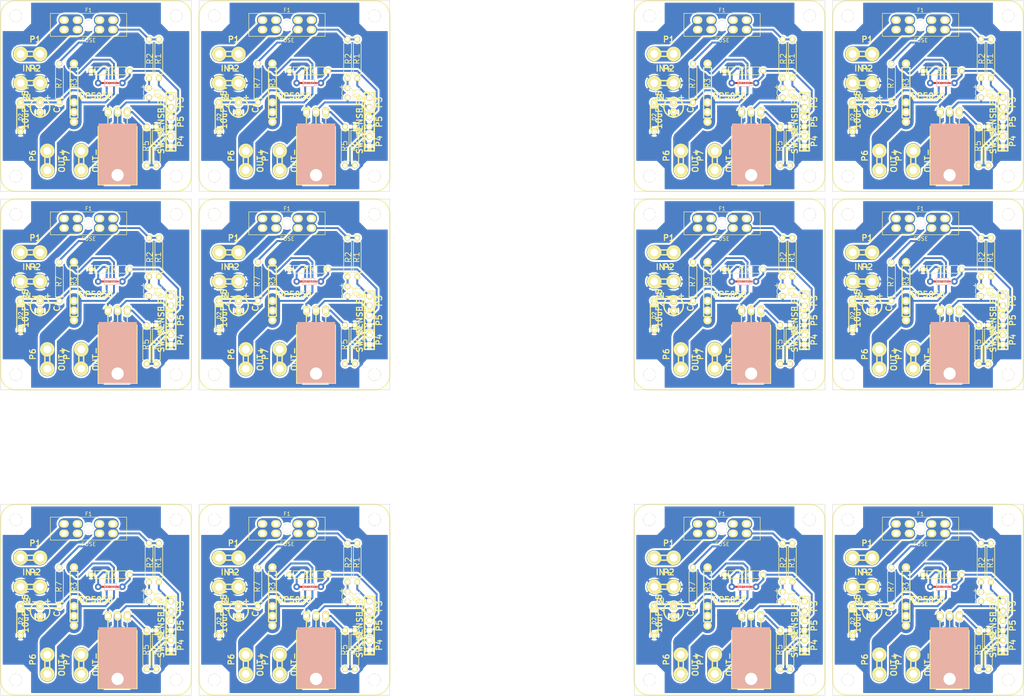
<source format=kicad_pcb>
(kicad_pcb (version 3) (host pcbnew "(2013-07-07 BZR 4022)-stable")
  (layers (15 F.Cu signal) (0 B.Cu signal) (18 B.Paste user) (19 F.Paste user) (20 B.SilkS user) (21 F.SilkS user) (22 B.Mask user) (23 F.Mask user) (28 Edge.Cuts user))
  (net 0 "")
  (net 1 N-000001)
  (net 2 N-0000010)
  (net 3 N-0000011)
  (net 4 N-000002)
  (net 5 N-000003)
  (net 6 N-000004)
  (net 7 N-000005)
  (net 8 N-000006)
  (net 9 N-000007)
  (net 10 N-000008)
  (net 11 N-000009)
  (module DP5050 (layer F.Cu) (at 205 39)
    (fp_text reference DP5050 (at 0 0) (layer F.SilkS) (effects (font (size 1.524 1.524) (thickness 0.3048))))
    (fp_text value " " hide)
    (pad "" thru_hole circle (at 21.00072 -21.00072) (size 3.2004 3.2004) (drill 3.2004) (layers *.Cu *.Mask F.SilkS) (clearance 1.39954))
    (pad "" thru_hole circle (at 21.00072 21.00072) (size 3.2004 3.2004) (drill 3.2004) (layers *.Cu *.Mask F.SilkS) (clearance 1.39954))
    (pad "" thru_hole circle (at -21.00072 21.00072) (size 3.2004 3.2004) (drill 3.2004) (layers *.Cu *.Mask F.SilkS) (clearance 1.39954))
    (pad "" thru_hole circle (at -21.00072 -21.00072) (size 3.2004 3.2004) (drill 3.2004) (layers *.Cu *.Mask F.SilkS) (clearance 1.39954))
  )
  (module AUTOFUSE (layer F.Cu) (at 203.04 20.36)
    (fp_text reference F1 (at 0 -3.85) (layer F.SilkS))
    (fp_text value FUSE (at 0.05 4.05) (layer F.SilkS))
    (pad "" thru_hole circle (at 0 0) (size 2.4 2.4) (drill 2.4) (layers *.Cu *.Mask F.SilkS))
    (pad 1 thru_hole oval (at -2.9 -1.25) (size 2.5 2) (drill 1.4) (layers *.Cu *.Mask F.SilkS) (net 2 N-0000010))
    (pad 1 thru_hole oval (at -2.9 1.25) (size 2.5 2) (drill 1.4) (layers *.Cu *.Mask F.SilkS) (net 2 N-0000010))
    (pad 1 thru_hole oval (at -6.4 -1.25) (size 2.5 2) (drill 1.4) (layers *.Cu *.Mask F.SilkS) (net 2 N-0000010))
    (pad 1 thru_hole oval (at -6.4 1.25) (size 2.5 2) (drill 1.4) (layers *.Cu *.Mask F.SilkS) (net 2 N-0000010))
    (pad 2 thru_hole oval (at 2.9 -1.25) (size 2.5 2) (drill 1.4) (layers *.Cu *.Mask F.SilkS) (net 3 N-0000011))
    (pad 2 thru_hole oval (at 2.9 1.25) (size 2.5 2) (drill 1.4) (layers *.Cu *.Mask F.SilkS) (net 3 N-0000011))
    (pad 2 thru_hole oval (at 6.4 1.25) (size 2.5 2) (drill 1.4) (layers *.Cu *.Mask F.SilkS) (net 3 N-0000011))
    (pad 2 thru_hole oval (at 6.4 -1.25) (size 2.5 2) (drill 1.4) (layers *.Cu *.Mask F.SilkS) (net 3 N-0000011))
  )
  (module C1P_D2 (layer F.Cu) (at 190.34 41.95 270)
    (fp_text reference C1 (at 0 -4.445 270) (layer F.SilkS) (effects (font (size 1.524 1.524) (thickness 0.3048))))
    (fp_text value 10uF/25V (at 0 3.81 270) (layer F.SilkS) (effects (font (size 1.524 1.524) (thickness 0.3048))))
    (fp_text user + (at -2.54 -1.905 270) (layer F.SilkS) (effects (font (size 1.524 1.524) (thickness 0.3048))))
    (pad 1 thru_hole circle (at -1.27 0 270) (size 2.032 2.032) (drill 0.8001) (layers *.Cu *.Mask F.SilkS) (net 6 N-000004))
    (pad 2 thru_hole circle (at 1.27 0 270) (size 2.032 2.032) (drill 0.8001) (layers *.Cu *.Mask F.SilkS) (net 8 N-000006))
  )
  (module D3 (layer F.Cu) (at 185.26 44.49 90)
    (fp_text reference D2 (at 0 0 90) (layer F.SilkS) (effects (font (size 1.016 1.016) (thickness 0.2032))))
    (fp_text value BZX55C15 hide)
    (pad 2 thru_hole circle (at 3.81 0 90) (size 1.778 1.778) (drill 0.8001) (layers *.Cu *.Mask F.SilkS) (net 6 N-000004))
    (pad 1 thru_hole circle (at -3.81 0 90) (size 1.778 1.778) (drill 0.8001) (layers *.Cu *.Mask F.SilkS) (net 8 N-000006))
  )
  (module HDR-2 (layer F.Cu) (at 224.63 45.76 270)
    (fp_text reference P5 (at 0 -2.54 270) (layer F.SilkS) (effects (font (size 1.524 1.524) (thickness 0.3048))))
    (fp_text value SENSE (at 0 2.54 270) (layer F.SilkS) (effects (font (size 1.524 1.524) (thickness 0.3048))))
    (pad 1 thru_hole circle (at -1.27 0 270) (size 1.69926 1.69926) (drill 1.00076) (layers *.Cu *.Mask F.SilkS) (net 5 N-000003))
    (pad 2 thru_hole circle (at 1.27 0 270) (size 1.69926 1.69926) (drill 1.00076) (layers *.Cu *.Mask F.SilkS) (net 8 N-000006))
  )
  (module HDR-2 (layer F.Cu) (at 224.63 50.84 270)
    (fp_text reference P4 (at 0 -2.54 270) (layer F.SilkS) (effects (font (size 1.524 1.524) (thickness 0.3048))))
    (fp_text value SW_IN (at 0 2.54 270) (layer F.SilkS) (effects (font (size 1.524 1.524) (thickness 0.3048))))
    (pad 1 thru_hole circle (at -1.27 0 270) (size 1.69926 1.69926) (drill 1.00076) (layers *.Cu *.Mask F.SilkS) (net 4 N-000002))
    (pad 2 thru_hole circle (at 1.27 0 270) (size 1.69926 1.69926) (drill 1.00076) (layers *.Cu *.Mask F.SilkS) (net 8 N-000006))
  )
  (module HDR-2 (layer F.Cu) (at 224.63 40.68 270)
    (fp_text reference P3 (at 0 -2.54 270) (layer F.SilkS) (effects (font (size 1.524 1.524) (thickness 0.3048))))
    (fp_text value LED (at 0 2.54 270) (layer F.SilkS) (effects (font (size 1.524 1.524) (thickness 0.3048))))
    (pad 1 thru_hole circle (at -1.27 0 270) (size 1.69926 1.69926) (drill 1.00076) (layers *.Cu *.Mask F.SilkS) (net 7 N-000005))
    (pad 2 thru_hole circle (at 1.27 0 270) (size 1.69926 1.69926) (drill 1.00076) (layers *.Cu *.Mask F.SilkS) (net 9 N-000007))
  )
  (module HEADER_6.3 (layer F.Cu) (at 192.245 55.92 90)
    (fp_text reference P6 (at 1.27 -3.81 90) (layer F.SilkS) (effects (font (size 1.524 1.524) (thickness 0.3048))))
    (fp_text value OUT+ (at 0 3.81 90) (layer F.SilkS) (effects (font (size 1.524 1.524) (thickness 0.3048))))
    (pad 1 thru_hole circle (at -2.54 0 90) (size 3.81 3.81) (drill 1.99898) (layers *.Cu *.Mask F.SilkS) (net 10 N-000008))
    (pad 1 thru_hole circle (at 2.54 0 90) (size 3.81 3.81) (drill 1.99898) (layers *.Cu *.Mask F.SilkS) (net 10 N-000008))
  )
  (module HEADER_6.3 (layer F.Cu) (at 201.135 55.92 90)
    (fp_text reference P7 (at 1.27 -3.81 90) (layer F.SilkS) (effects (font (size 1.524 1.524) (thickness 0.3048))))
    (fp_text value OUT- (at 0 3.81 90) (layer F.SilkS) (effects (font (size 1.524 1.524) (thickness 0.3048))))
    (pad 1 thru_hole circle (at -2.54 0 90) (size 3.81 3.81) (drill 1.99898) (layers *.Cu *.Mask F.SilkS) (net 9 N-000007))
    (pad 1 thru_hole circle (at 2.54 0 90) (size 3.81 3.81) (drill 1.99898) (layers *.Cu *.Mask F.SilkS) (net 9 N-000007))
  )
  (module HEADER_6.3 (layer F.Cu) (at 187.8 35.6)
    (fp_text reference P2 (at 1.27 -3.81) (layer F.SilkS) (effects (font (size 1.524 1.524) (thickness 0.3048))))
    (fp_text value IN- (at 0 3.81) (layer F.SilkS) (effects (font (size 1.524 1.524) (thickness 0.3048))))
    (pad 1 thru_hole circle (at -2.54 0) (size 3.81 3.81) (drill 1.99898) (layers *.Cu *.Mask F.SilkS) (net 8 N-000006))
    (pad 1 thru_hole circle (at 2.54 0) (size 3.81 3.81) (drill 1.99898) (layers *.Cu *.Mask F.SilkS) (net 8 N-000006))
  )
  (module HEADER_6.3 (layer F.Cu) (at 187.8 27.98)
    (fp_text reference P1 (at 1.27 -3.81) (layer F.SilkS) (effects (font (size 1.524 1.524) (thickness 0.3048))))
    (fp_text value IN+ (at 0 3.81) (layer F.SilkS) (effects (font (size 1.524 1.524) (thickness 0.3048))))
    (pad 1 thru_hole circle (at -2.54 0) (size 3.81 3.81) (drill 1.99898) (layers *.Cu *.Mask F.SilkS) (net 2 N-0000010))
    (pad 1 thru_hole circle (at 2.54 0) (size 3.81 3.81) (drill 1.99898) (layers *.Cu *.Mask F.SilkS) (net 2 N-0000010))
  )
  (module LED3 (layer F.Cu) (at 218.915 38.14 270)
    (fp_text reference D1 (at 0 -2.5 270) (layer F.SilkS) (effects (font (size 1.5 1.5) (thickness 0.2))))
    (fp_text value LED hide)
    (pad 1 thru_hole circle (at -1.27 0 270) (size 1.5 1.5) (drill 0.8) (layers *.Cu *.Mask F.SilkS) (net 11 N-000009))
    (pad 2 thru_hole circle (at 1.27 0 270) (size 1.5 1.5) (drill 0.8) (layers *.Cu *.Mask F.SilkS) (net 9 N-000007))
  )
  (module R4 (layer F.Cu) (at 218.915 29.25 90)
    (fp_text reference R2 (at 0 0.18 90) (layer F.SilkS) (effects (font (size 1.5 1.5) (thickness 0.2032))))
    (fp_text value 10K hide)
    (pad 1 thru_hole circle (at -5.08 0 90) (size 1.5 1.5) (drill 0.8001) (layers *.Cu *.Mask F.SilkS) (net 11 N-000009))
    (pad 2 thru_hole circle (at 5.08 0 90) (size 1.5 1.5) (drill 0.8001) (layers *.Cu *.Mask F.SilkS) (net 3 N-0000011))
  )
  (module R4 (layer F.Cu) (at 208.755 32.425 180)
    (fp_text reference R4 (at 0 0.18 180) (layer F.SilkS) (effects (font (size 1.5 1.5) (thickness 0.2032))))
    (fp_text value 100K hide)
    (pad 1 thru_hole circle (at -5.08 0 180) (size 1.5 1.5) (drill 0.8001) (layers *.Cu *.Mask F.SilkS) (net 5 N-000003))
    (pad 2 thru_hole circle (at 5.08 0 180) (size 1.5 1.5) (drill 0.8001) (layers *.Cu *.Mask F.SilkS) (net 8 N-000006))
  )
  (module R4 (layer F.Cu) (at 220.82 52.11 270)
    (fp_text reference R6 (at 0 0.18 270) (layer F.SilkS) (effects (font (size 1.5 1.5) (thickness 0.2032))))
    (fp_text value 100K hide)
    (pad 1 thru_hole circle (at -5.08 0 270) (size 1.5 1.5) (drill 0.8001) (layers *.Cu *.Mask F.SilkS) (net 8 N-000006))
    (pad 2 thru_hole circle (at 5.08 0 270) (size 1.5 1.5) (drill 0.8001) (layers *.Cu *.Mask F.SilkS) (net 4 N-000002))
  )
  (module R4 (layer F.Cu) (at 218.28 52.11 270)
    (fp_text reference R5 (at 0 0.18 270) (layer F.SilkS) (effects (font (size 1.5 1.5) (thickness 0.2032))))
    (fp_text value 10R hide)
    (pad 1 thru_hole circle (at -5.08 0 270) (size 1.5 1.5) (drill 0.8001) (layers *.Cu *.Mask F.SilkS) (net 1 N-000001))
    (pad 2 thru_hole circle (at 5.08 0 270) (size 1.5 1.5) (drill 0.8001) (layers *.Cu *.Mask F.SilkS) (net 4 N-000002))
  )
  (module R4 (layer F.Cu) (at 221.455 29.25 270)
    (fp_text reference R1 (at 0 0.18 270) (layer F.SilkS) (effects (font (size 1.5 1.5) (thickness 0.2032))))
    (fp_text value 10K hide)
    (pad 1 thru_hole circle (at -5.08 0 270) (size 1.5 1.5) (drill 0.8001) (layers *.Cu *.Mask F.SilkS) (net 3 N-0000011))
    (pad 2 thru_hole circle (at 5.08 0 270) (size 1.5 1.5) (drill 0.8001) (layers *.Cu *.Mask F.SilkS) (net 7 N-000005))
  )
  (module R4 (layer F.Cu) (at 195.42 35.6 270)
    (fp_text reference R7 (at 0 0.18 270) (layer F.SilkS) (effects (font (size 1.5 1.5) (thickness 0.2032))))
    (fp_text value "6K8 (48V)" hide)
    (pad 1 thru_hole circle (at -5.08 0 270) (size 1.5 1.5) (drill 0.8001) (layers *.Cu *.Mask F.SilkS) (net 3 N-0000011))
    (pad 2 thru_hole circle (at 5.08 0 270) (size 1.5 1.5) (drill 0.8001) (layers *.Cu *.Mask F.SilkS) (net 6 N-000004))
  )
  (module R4_5_6 (layer F.Cu) (at 199.23 35.6 270)
    (fp_text reference R3 (at 0 0 270) (layer F.SilkS) (effects (font (size 1.397 1.27) (thickness 0.2032))))
    (fp_text value R005/1W hide)
    (pad 1 thru_hole circle (at -5.08 0 270) (size 2.2 2.2) (drill 1.2) (layers *.Cu *.Mask F.SilkS) (net 3 N-0000011))
    (pad 2 thru_hole circle (at 5.08 0 270) (size 2.2 2.2) (drill 1.2) (layers *.Cu *.Mask F.SilkS) (net 10 N-000008))
    (pad 2 thru_hole circle (at 7.62 0 270) (size 2.2 2.2) (drill 1.2) (layers *.Cu *.Mask F.SilkS) (net 10 N-000008))
    (pad 2 thru_hole circle (at 10.16 0 270) (size 2.2 2.2) (drill 1.2) (layers *.Cu *.Mask F.SilkS) (net 10 N-000008))
  )
  (module SOT23-5 (layer B.Cu) (at 208.755 35.6)
    (fp_text reference U1 (at 2.19964 0.29972 270) (layer B.SilkS) (effects (font (size 0.635 0.635) (thickness 0.127)) (justify mirror)))
    (fp_text value INA168 (at 0 0) (layer B.SilkS) (effects (font (size 0.635 0.635) (thickness 0.127)) (justify mirror)))
    (pad 1 smd rect (at -0.9525 -1.27) (size 0.508 0.762) (layers B.Cu B.Paste B.Mask) (net 5 N-000003))
    (pad 3 smd rect (at 0.9525 -1.27) (size 0.508 0.762) (layers B.Cu B.Paste B.Mask) (net 3 N-0000011))
    (pad 5 smd rect (at -0.9525 1.27) (size 0.508 0.762) (layers B.Cu B.Paste B.Mask) (net 6 N-000004))
    (pad 2 smd rect (at 0 -1.27) (size 0.508 0.762) (layers B.Cu B.Paste B.Mask) (net 8 N-000006))
    (pad 4 smd rect (at 0.9525 1.27) (size 0.508 0.762) (layers B.Cu B.Paste B.Mask) (net 10 N-000008))
  )
  (module TO220 (layer F.Cu) (at 210.66 43.22 270)
    (fp_text reference Q1 (at 6.985 0 360) (layer F.SilkS) (effects (font (size 1.016 1.016) (thickness 0.2032))))
    (fp_text value IRFZ44VBF (at 10.795 0 360) (layer F.SilkS) (effects (font (size 1.016 1.016) (thickness 0.2032))))
    (pad 3 thru_hole oval (at 0 2.54 270) (size 2.54 1.778) (drill 1.2) (layers *.Cu *.Mask F.SilkS) (net 8 N-000006))
    (pad 4 thru_hole rect (at 16.51 0 270) (size 16 10) (drill 3.2 (offset -5.5 0)) (layers *.SilkS *.Mask F.Cu))
    (pad 1 thru_hole oval (at 0 -2.54 270) (size 2.54 1.778) (drill 1.2) (layers *.Cu *.Mask F.SilkS) (net 1 N-000001))
    (pad 2 thru_hole oval (at 0 0 270) (size 2.54 1.778) (drill 1.2) (layers *.Cu *.Mask F.SilkS) (net 9 N-000007))
  )
  (module TO220 (layer F.Cu) (at 262.66 43.22 270)
    (fp_text reference Q1 (at 6.985 0 360) (layer F.SilkS) (effects (font (size 1.016 1.016) (thickness 0.2032))))
    (fp_text value IRFZ44VBF (at 10.795 0 360) (layer F.SilkS) (effects (font (size 1.016 1.016) (thickness 0.2032))))
    (pad 3 thru_hole oval (at 0 2.54 270) (size 2.54 1.778) (drill 1.2) (layers *.Cu *.Mask F.SilkS) (net 8 N-000006))
    (pad 4 thru_hole rect (at 16.51 0 270) (size 16 10) (drill 3.2 (offset -5.5 0)) (layers *.SilkS *.Mask F.Cu))
    (pad 1 thru_hole oval (at 0 -2.54 270) (size 2.54 1.778) (drill 1.2) (layers *.Cu *.Mask F.SilkS) (net 1 N-000001))
    (pad 2 thru_hole oval (at 0 0 270) (size 2.54 1.778) (drill 1.2) (layers *.Cu *.Mask F.SilkS) (net 9 N-000007))
  )
  (module SOT23-5 (layer B.Cu) (at 260.755 35.6)
    (fp_text reference U1 (at 2.19964 0.29972 270) (layer B.SilkS) (effects (font (size 0.635 0.635) (thickness 0.127)) (justify mirror)))
    (fp_text value INA168 (at 0 0) (layer B.SilkS) (effects (font (size 0.635 0.635) (thickness 0.127)) (justify mirror)))
    (pad 1 smd rect (at -0.9525 -1.27) (size 0.508 0.762) (layers B.Cu B.Paste B.Mask) (net 5 N-000003))
    (pad 3 smd rect (at 0.9525 -1.27) (size 0.508 0.762) (layers B.Cu B.Paste B.Mask) (net 3 N-0000011))
    (pad 5 smd rect (at -0.9525 1.27) (size 0.508 0.762) (layers B.Cu B.Paste B.Mask) (net 6 N-000004))
    (pad 2 smd rect (at 0 -1.27) (size 0.508 0.762) (layers B.Cu B.Paste B.Mask) (net 8 N-000006))
    (pad 4 smd rect (at 0.9525 1.27) (size 0.508 0.762) (layers B.Cu B.Paste B.Mask) (net 10 N-000008))
  )
  (module R4_5_6 (layer F.Cu) (at 251.23 35.6 270)
    (fp_text reference R3 (at 0 0 270) (layer F.SilkS) (effects (font (size 1.397 1.27) (thickness 0.2032))))
    (fp_text value R005/1W hide)
    (pad 1 thru_hole circle (at -5.08 0 270) (size 2.2 2.2) (drill 1.2) (layers *.Cu *.Mask F.SilkS) (net 3 N-0000011))
    (pad 2 thru_hole circle (at 5.08 0 270) (size 2.2 2.2) (drill 1.2) (layers *.Cu *.Mask F.SilkS) (net 10 N-000008))
    (pad 2 thru_hole circle (at 7.62 0 270) (size 2.2 2.2) (drill 1.2) (layers *.Cu *.Mask F.SilkS) (net 10 N-000008))
    (pad 2 thru_hole circle (at 10.16 0 270) (size 2.2 2.2) (drill 1.2) (layers *.Cu *.Mask F.SilkS) (net 10 N-000008))
  )
  (module R4 (layer F.Cu) (at 247.42 35.6 270)
    (fp_text reference R7 (at 0 0.18 270) (layer F.SilkS) (effects (font (size 1.5 1.5) (thickness 0.2032))))
    (fp_text value "6K8 (48V)" hide)
    (pad 1 thru_hole circle (at -5.08 0 270) (size 1.5 1.5) (drill 0.8001) (layers *.Cu *.Mask F.SilkS) (net 3 N-0000011))
    (pad 2 thru_hole circle (at 5.08 0 270) (size 1.5 1.5) (drill 0.8001) (layers *.Cu *.Mask F.SilkS) (net 6 N-000004))
  )
  (module R4 (layer F.Cu) (at 273.455 29.25 270)
    (fp_text reference R1 (at 0 0.18 270) (layer F.SilkS) (effects (font (size 1.5 1.5) (thickness 0.2032))))
    (fp_text value 10K hide)
    (pad 1 thru_hole circle (at -5.08 0 270) (size 1.5 1.5) (drill 0.8001) (layers *.Cu *.Mask F.SilkS) (net 3 N-0000011))
    (pad 2 thru_hole circle (at 5.08 0 270) (size 1.5 1.5) (drill 0.8001) (layers *.Cu *.Mask F.SilkS) (net 7 N-000005))
  )
  (module R4 (layer F.Cu) (at 270.28 52.11 270)
    (fp_text reference R5 (at 0 0.18 270) (layer F.SilkS) (effects (font (size 1.5 1.5) (thickness 0.2032))))
    (fp_text value 10R hide)
    (pad 1 thru_hole circle (at -5.08 0 270) (size 1.5 1.5) (drill 0.8001) (layers *.Cu *.Mask F.SilkS) (net 1 N-000001))
    (pad 2 thru_hole circle (at 5.08 0 270) (size 1.5 1.5) (drill 0.8001) (layers *.Cu *.Mask F.SilkS) (net 4 N-000002))
  )
  (module R4 (layer F.Cu) (at 272.82 52.11 270)
    (fp_text reference R6 (at 0 0.18 270) (layer F.SilkS) (effects (font (size 1.5 1.5) (thickness 0.2032))))
    (fp_text value 100K hide)
    (pad 1 thru_hole circle (at -5.08 0 270) (size 1.5 1.5) (drill 0.8001) (layers *.Cu *.Mask F.SilkS) (net 8 N-000006))
    (pad 2 thru_hole circle (at 5.08 0 270) (size 1.5 1.5) (drill 0.8001) (layers *.Cu *.Mask F.SilkS) (net 4 N-000002))
  )
  (module R4 (layer F.Cu) (at 260.755 32.425 180)
    (fp_text reference R4 (at 0 0.18 180) (layer F.SilkS) (effects (font (size 1.5 1.5) (thickness 0.2032))))
    (fp_text value 100K hide)
    (pad 1 thru_hole circle (at -5.08 0 180) (size 1.5 1.5) (drill 0.8001) (layers *.Cu *.Mask F.SilkS) (net 5 N-000003))
    (pad 2 thru_hole circle (at 5.08 0 180) (size 1.5 1.5) (drill 0.8001) (layers *.Cu *.Mask F.SilkS) (net 8 N-000006))
  )
  (module R4 (layer F.Cu) (at 270.915 29.25 90)
    (fp_text reference R2 (at 0 0.18 90) (layer F.SilkS) (effects (font (size 1.5 1.5) (thickness 0.2032))))
    (fp_text value 10K hide)
    (pad 1 thru_hole circle (at -5.08 0 90) (size 1.5 1.5) (drill 0.8001) (layers *.Cu *.Mask F.SilkS) (net 11 N-000009))
    (pad 2 thru_hole circle (at 5.08 0 90) (size 1.5 1.5) (drill 0.8001) (layers *.Cu *.Mask F.SilkS) (net 3 N-0000011))
  )
  (module LED3 (layer F.Cu) (at 270.915 38.14 270)
    (fp_text reference D1 (at 0 -2.5 270) (layer F.SilkS) (effects (font (size 1.5 1.5) (thickness 0.2))))
    (fp_text value LED hide)
    (pad 1 thru_hole circle (at -1.27 0 270) (size 1.5 1.5) (drill 0.8) (layers *.Cu *.Mask F.SilkS) (net 11 N-000009))
    (pad 2 thru_hole circle (at 1.27 0 270) (size 1.5 1.5) (drill 0.8) (layers *.Cu *.Mask F.SilkS) (net 9 N-000007))
  )
  (module HEADER_6.3 (layer F.Cu) (at 239.8 27.98)
    (fp_text reference P1 (at 1.27 -3.81) (layer F.SilkS) (effects (font (size 1.524 1.524) (thickness 0.3048))))
    (fp_text value IN+ (at 0 3.81) (layer F.SilkS) (effects (font (size 1.524 1.524) (thickness 0.3048))))
    (pad 1 thru_hole circle (at -2.54 0) (size 3.81 3.81) (drill 1.99898) (layers *.Cu *.Mask F.SilkS) (net 2 N-0000010))
    (pad 1 thru_hole circle (at 2.54 0) (size 3.81 3.81) (drill 1.99898) (layers *.Cu *.Mask F.SilkS) (net 2 N-0000010))
  )
  (module HEADER_6.3 (layer F.Cu) (at 239.8 35.6)
    (fp_text reference P2 (at 1.27 -3.81) (layer F.SilkS) (effects (font (size 1.524 1.524) (thickness 0.3048))))
    (fp_text value IN- (at 0 3.81) (layer F.SilkS) (effects (font (size 1.524 1.524) (thickness 0.3048))))
    (pad 1 thru_hole circle (at -2.54 0) (size 3.81 3.81) (drill 1.99898) (layers *.Cu *.Mask F.SilkS) (net 8 N-000006))
    (pad 1 thru_hole circle (at 2.54 0) (size 3.81 3.81) (drill 1.99898) (layers *.Cu *.Mask F.SilkS) (net 8 N-000006))
  )
  (module HEADER_6.3 (layer F.Cu) (at 253.135 55.92 90)
    (fp_text reference P7 (at 1.27 -3.81 90) (layer F.SilkS) (effects (font (size 1.524 1.524) (thickness 0.3048))))
    (fp_text value OUT- (at 0 3.81 90) (layer F.SilkS) (effects (font (size 1.524 1.524) (thickness 0.3048))))
    (pad 1 thru_hole circle (at -2.54 0 90) (size 3.81 3.81) (drill 1.99898) (layers *.Cu *.Mask F.SilkS) (net 9 N-000007))
    (pad 1 thru_hole circle (at 2.54 0 90) (size 3.81 3.81) (drill 1.99898) (layers *.Cu *.Mask F.SilkS) (net 9 N-000007))
  )
  (module HEADER_6.3 (layer F.Cu) (at 244.245 55.92 90)
    (fp_text reference P6 (at 1.27 -3.81 90) (layer F.SilkS) (effects (font (size 1.524 1.524) (thickness 0.3048))))
    (fp_text value OUT+ (at 0 3.81 90) (layer F.SilkS) (effects (font (size 1.524 1.524) (thickness 0.3048))))
    (pad 1 thru_hole circle (at -2.54 0 90) (size 3.81 3.81) (drill 1.99898) (layers *.Cu *.Mask F.SilkS) (net 10 N-000008))
    (pad 1 thru_hole circle (at 2.54 0 90) (size 3.81 3.81) (drill 1.99898) (layers *.Cu *.Mask F.SilkS) (net 10 N-000008))
  )
  (module HDR-2 (layer F.Cu) (at 276.63 40.68 270)
    (fp_text reference P3 (at 0 -2.54 270) (layer F.SilkS) (effects (font (size 1.524 1.524) (thickness 0.3048))))
    (fp_text value LED (at 0 2.54 270) (layer F.SilkS) (effects (font (size 1.524 1.524) (thickness 0.3048))))
    (pad 1 thru_hole circle (at -1.27 0 270) (size 1.69926 1.69926) (drill 1.00076) (layers *.Cu *.Mask F.SilkS) (net 7 N-000005))
    (pad 2 thru_hole circle (at 1.27 0 270) (size 1.69926 1.69926) (drill 1.00076) (layers *.Cu *.Mask F.SilkS) (net 9 N-000007))
  )
  (module HDR-2 (layer F.Cu) (at 276.63 50.84 270)
    (fp_text reference P4 (at 0 -2.54 270) (layer F.SilkS) (effects (font (size 1.524 1.524) (thickness 0.3048))))
    (fp_text value SW_IN (at 0 2.54 270) (layer F.SilkS) (effects (font (size 1.524 1.524) (thickness 0.3048))))
    (pad 1 thru_hole circle (at -1.27 0 270) (size 1.69926 1.69926) (drill 1.00076) (layers *.Cu *.Mask F.SilkS) (net 4 N-000002))
    (pad 2 thru_hole circle (at 1.27 0 270) (size 1.69926 1.69926) (drill 1.00076) (layers *.Cu *.Mask F.SilkS) (net 8 N-000006))
  )
  (module HDR-2 (layer F.Cu) (at 276.63 45.76 270)
    (fp_text reference P5 (at 0 -2.54 270) (layer F.SilkS) (effects (font (size 1.524 1.524) (thickness 0.3048))))
    (fp_text value SENSE (at 0 2.54 270) (layer F.SilkS) (effects (font (size 1.524 1.524) (thickness 0.3048))))
    (pad 1 thru_hole circle (at -1.27 0 270) (size 1.69926 1.69926) (drill 1.00076) (layers *.Cu *.Mask F.SilkS) (net 5 N-000003))
    (pad 2 thru_hole circle (at 1.27 0 270) (size 1.69926 1.69926) (drill 1.00076) (layers *.Cu *.Mask F.SilkS) (net 8 N-000006))
  )
  (module D3 (layer F.Cu) (at 237.26 44.49 90)
    (fp_text reference D2 (at 0 0 90) (layer F.SilkS) (effects (font (size 1.016 1.016) (thickness 0.2032))))
    (fp_text value BZX55C15 hide)
    (pad 2 thru_hole circle (at 3.81 0 90) (size 1.778 1.778) (drill 0.8001) (layers *.Cu *.Mask F.SilkS) (net 6 N-000004))
    (pad 1 thru_hole circle (at -3.81 0 90) (size 1.778 1.778) (drill 0.8001) (layers *.Cu *.Mask F.SilkS) (net 8 N-000006))
  )
  (module C1P_D2 (layer F.Cu) (at 242.34 41.95 270)
    (fp_text reference C1 (at 0 -4.445 270) (layer F.SilkS) (effects (font (size 1.524 1.524) (thickness 0.3048))))
    (fp_text value 10uF/25V (at 0 3.81 270) (layer F.SilkS) (effects (font (size 1.524 1.524) (thickness 0.3048))))
    (fp_text user + (at -2.54 -1.905 270) (layer F.SilkS) (effects (font (size 1.524 1.524) (thickness 0.3048))))
    (pad 1 thru_hole circle (at -1.27 0 270) (size 2.032 2.032) (drill 0.8001) (layers *.Cu *.Mask F.SilkS) (net 6 N-000004))
    (pad 2 thru_hole circle (at 1.27 0 270) (size 2.032 2.032) (drill 0.8001) (layers *.Cu *.Mask F.SilkS) (net 8 N-000006))
  )
  (module AUTOFUSE (layer F.Cu) (at 255.04 20.36)
    (fp_text reference F1 (at 0 -3.85) (layer F.SilkS))
    (fp_text value FUSE (at 0.05 4.05) (layer F.SilkS))
    (pad "" thru_hole circle (at 0 0) (size 2.4 2.4) (drill 2.4) (layers *.Cu *.Mask F.SilkS))
    (pad 1 thru_hole oval (at -2.9 -1.25) (size 2.5 2) (drill 1.4) (layers *.Cu *.Mask F.SilkS) (net 2 N-0000010))
    (pad 1 thru_hole oval (at -2.9 1.25) (size 2.5 2) (drill 1.4) (layers *.Cu *.Mask F.SilkS) (net 2 N-0000010))
    (pad 1 thru_hole oval (at -6.4 -1.25) (size 2.5 2) (drill 1.4) (layers *.Cu *.Mask F.SilkS) (net 2 N-0000010))
    (pad 1 thru_hole oval (at -6.4 1.25) (size 2.5 2) (drill 1.4) (layers *.Cu *.Mask F.SilkS) (net 2 N-0000010))
    (pad 2 thru_hole oval (at 2.9 -1.25) (size 2.5 2) (drill 1.4) (layers *.Cu *.Mask F.SilkS) (net 3 N-0000011))
    (pad 2 thru_hole oval (at 2.9 1.25) (size 2.5 2) (drill 1.4) (layers *.Cu *.Mask F.SilkS) (net 3 N-0000011))
    (pad 2 thru_hole oval (at 6.4 1.25) (size 2.5 2) (drill 1.4) (layers *.Cu *.Mask F.SilkS) (net 3 N-0000011))
    (pad 2 thru_hole oval (at 6.4 -1.25) (size 2.5 2) (drill 1.4) (layers *.Cu *.Mask F.SilkS) (net 3 N-0000011))
  )
  (module DP5050 (layer F.Cu) (at 257 39)
    (fp_text reference DP5050 (at 0 0) (layer F.SilkS) (effects (font (size 1.524 1.524) (thickness 0.3048))))
    (fp_text value " " hide)
    (pad "" thru_hole circle (at 21.00072 -21.00072) (size 3.2004 3.2004) (drill 3.2004) (layers *.Cu *.Mask F.SilkS) (clearance 1.39954))
    (pad "" thru_hole circle (at 21.00072 21.00072) (size 3.2004 3.2004) (drill 3.2004) (layers *.Cu *.Mask F.SilkS) (clearance 1.39954))
    (pad "" thru_hole circle (at -21.00072 21.00072) (size 3.2004 3.2004) (drill 3.2004) (layers *.Cu *.Mask F.SilkS) (clearance 1.39954))
    (pad "" thru_hole circle (at -21.00072 -21.00072) (size 3.2004 3.2004) (drill 3.2004) (layers *.Cu *.Mask F.SilkS) (clearance 1.39954))
  )
  (module DP5050 (layer F.Cu) (at 257 91)
    (fp_text reference DP5050 (at 0 0) (layer F.SilkS) (effects (font (size 1.524 1.524) (thickness 0.3048))))
    (fp_text value " " hide)
    (pad "" thru_hole circle (at 21.00072 -21.00072) (size 3.2004 3.2004) (drill 3.2004) (layers *.Cu *.Mask F.SilkS) (clearance 1.39954))
    (pad "" thru_hole circle (at 21.00072 21.00072) (size 3.2004 3.2004) (drill 3.2004) (layers *.Cu *.Mask F.SilkS) (clearance 1.39954))
    (pad "" thru_hole circle (at -21.00072 21.00072) (size 3.2004 3.2004) (drill 3.2004) (layers *.Cu *.Mask F.SilkS) (clearance 1.39954))
    (pad "" thru_hole circle (at -21.00072 -21.00072) (size 3.2004 3.2004) (drill 3.2004) (layers *.Cu *.Mask F.SilkS) (clearance 1.39954))
  )
  (module AUTOFUSE (layer F.Cu) (at 255.04 72.36)
    (fp_text reference F1 (at 0 -3.85) (layer F.SilkS))
    (fp_text value FUSE (at 0.05 4.05) (layer F.SilkS))
    (pad "" thru_hole circle (at 0 0) (size 2.4 2.4) (drill 2.4) (layers *.Cu *.Mask F.SilkS))
    (pad 1 thru_hole oval (at -2.9 -1.25) (size 2.5 2) (drill 1.4) (layers *.Cu *.Mask F.SilkS) (net 2 N-0000010))
    (pad 1 thru_hole oval (at -2.9 1.25) (size 2.5 2) (drill 1.4) (layers *.Cu *.Mask F.SilkS) (net 2 N-0000010))
    (pad 1 thru_hole oval (at -6.4 -1.25) (size 2.5 2) (drill 1.4) (layers *.Cu *.Mask F.SilkS) (net 2 N-0000010))
    (pad 1 thru_hole oval (at -6.4 1.25) (size 2.5 2) (drill 1.4) (layers *.Cu *.Mask F.SilkS) (net 2 N-0000010))
    (pad 2 thru_hole oval (at 2.9 -1.25) (size 2.5 2) (drill 1.4) (layers *.Cu *.Mask F.SilkS) (net 3 N-0000011))
    (pad 2 thru_hole oval (at 2.9 1.25) (size 2.5 2) (drill 1.4) (layers *.Cu *.Mask F.SilkS) (net 3 N-0000011))
    (pad 2 thru_hole oval (at 6.4 1.25) (size 2.5 2) (drill 1.4) (layers *.Cu *.Mask F.SilkS) (net 3 N-0000011))
    (pad 2 thru_hole oval (at 6.4 -1.25) (size 2.5 2) (drill 1.4) (layers *.Cu *.Mask F.SilkS) (net 3 N-0000011))
  )
  (module C1P_D2 (layer F.Cu) (at 242.34 93.95 270)
    (fp_text reference C1 (at 0 -4.445 270) (layer F.SilkS) (effects (font (size 1.524 1.524) (thickness 0.3048))))
    (fp_text value 10uF/25V (at 0 3.81 270) (layer F.SilkS) (effects (font (size 1.524 1.524) (thickness 0.3048))))
    (fp_text user + (at -2.54 -1.905 270) (layer F.SilkS) (effects (font (size 1.524 1.524) (thickness 0.3048))))
    (pad 1 thru_hole circle (at -1.27 0 270) (size 2.032 2.032) (drill 0.8001) (layers *.Cu *.Mask F.SilkS) (net 6 N-000004))
    (pad 2 thru_hole circle (at 1.27 0 270) (size 2.032 2.032) (drill 0.8001) (layers *.Cu *.Mask F.SilkS) (net 8 N-000006))
  )
  (module D3 (layer F.Cu) (at 237.26 96.49 90)
    (fp_text reference D2 (at 0 0 90) (layer F.SilkS) (effects (font (size 1.016 1.016) (thickness 0.2032))))
    (fp_text value BZX55C15 hide)
    (pad 2 thru_hole circle (at 3.81 0 90) (size 1.778 1.778) (drill 0.8001) (layers *.Cu *.Mask F.SilkS) (net 6 N-000004))
    (pad 1 thru_hole circle (at -3.81 0 90) (size 1.778 1.778) (drill 0.8001) (layers *.Cu *.Mask F.SilkS) (net 8 N-000006))
  )
  (module HDR-2 (layer F.Cu) (at 276.63 97.76 270)
    (fp_text reference P5 (at 0 -2.54 270) (layer F.SilkS) (effects (font (size 1.524 1.524) (thickness 0.3048))))
    (fp_text value SENSE (at 0 2.54 270) (layer F.SilkS) (effects (font (size 1.524 1.524) (thickness 0.3048))))
    (pad 1 thru_hole circle (at -1.27 0 270) (size 1.69926 1.69926) (drill 1.00076) (layers *.Cu *.Mask F.SilkS) (net 5 N-000003))
    (pad 2 thru_hole circle (at 1.27 0 270) (size 1.69926 1.69926) (drill 1.00076) (layers *.Cu *.Mask F.SilkS) (net 8 N-000006))
  )
  (module HDR-2 (layer F.Cu) (at 276.63 102.84 270)
    (fp_text reference P4 (at 0 -2.54 270) (layer F.SilkS) (effects (font (size 1.524 1.524) (thickness 0.3048))))
    (fp_text value SW_IN (at 0 2.54 270) (layer F.SilkS) (effects (font (size 1.524 1.524) (thickness 0.3048))))
    (pad 1 thru_hole circle (at -1.27 0 270) (size 1.69926 1.69926) (drill 1.00076) (layers *.Cu *.Mask F.SilkS) (net 4 N-000002))
    (pad 2 thru_hole circle (at 1.27 0 270) (size 1.69926 1.69926) (drill 1.00076) (layers *.Cu *.Mask F.SilkS) (net 8 N-000006))
  )
  (module HDR-2 (layer F.Cu) (at 276.63 92.68 270)
    (fp_text reference P3 (at 0 -2.54 270) (layer F.SilkS) (effects (font (size 1.524 1.524) (thickness 0.3048))))
    (fp_text value LED (at 0 2.54 270) (layer F.SilkS) (effects (font (size 1.524 1.524) (thickness 0.3048))))
    (pad 1 thru_hole circle (at -1.27 0 270) (size 1.69926 1.69926) (drill 1.00076) (layers *.Cu *.Mask F.SilkS) (net 7 N-000005))
    (pad 2 thru_hole circle (at 1.27 0 270) (size 1.69926 1.69926) (drill 1.00076) (layers *.Cu *.Mask F.SilkS) (net 9 N-000007))
  )
  (module HEADER_6.3 (layer F.Cu) (at 244.245 107.92 90)
    (fp_text reference P6 (at 1.27 -3.81 90) (layer F.SilkS) (effects (font (size 1.524 1.524) (thickness 0.3048))))
    (fp_text value OUT+ (at 0 3.81 90) (layer F.SilkS) (effects (font (size 1.524 1.524) (thickness 0.3048))))
    (pad 1 thru_hole circle (at -2.54 0 90) (size 3.81 3.81) (drill 1.99898) (layers *.Cu *.Mask F.SilkS) (net 10 N-000008))
    (pad 1 thru_hole circle (at 2.54 0 90) (size 3.81 3.81) (drill 1.99898) (layers *.Cu *.Mask F.SilkS) (net 10 N-000008))
  )
  (module HEADER_6.3 (layer F.Cu) (at 253.135 107.92 90)
    (fp_text reference P7 (at 1.27 -3.81 90) (layer F.SilkS) (effects (font (size 1.524 1.524) (thickness 0.3048))))
    (fp_text value OUT- (at 0 3.81 90) (layer F.SilkS) (effects (font (size 1.524 1.524) (thickness 0.3048))))
    (pad 1 thru_hole circle (at -2.54 0 90) (size 3.81 3.81) (drill 1.99898) (layers *.Cu *.Mask F.SilkS) (net 9 N-000007))
    (pad 1 thru_hole circle (at 2.54 0 90) (size 3.81 3.81) (drill 1.99898) (layers *.Cu *.Mask F.SilkS) (net 9 N-000007))
  )
  (module HEADER_6.3 (layer F.Cu) (at 239.8 87.6)
    (fp_text reference P2 (at 1.27 -3.81) (layer F.SilkS) (effects (font (size 1.524 1.524) (thickness 0.3048))))
    (fp_text value IN- (at 0 3.81) (layer F.SilkS) (effects (font (size 1.524 1.524) (thickness 0.3048))))
    (pad 1 thru_hole circle (at -2.54 0) (size 3.81 3.81) (drill 1.99898) (layers *.Cu *.Mask F.SilkS) (net 8 N-000006))
    (pad 1 thru_hole circle (at 2.54 0) (size 3.81 3.81) (drill 1.99898) (layers *.Cu *.Mask F.SilkS) (net 8 N-000006))
  )
  (module HEADER_6.3 (layer F.Cu) (at 239.8 79.98)
    (fp_text reference P1 (at 1.27 -3.81) (layer F.SilkS) (effects (font (size 1.524 1.524) (thickness 0.3048))))
    (fp_text value IN+ (at 0 3.81) (layer F.SilkS) (effects (font (size 1.524 1.524) (thickness 0.3048))))
    (pad 1 thru_hole circle (at -2.54 0) (size 3.81 3.81) (drill 1.99898) (layers *.Cu *.Mask F.SilkS) (net 2 N-0000010))
    (pad 1 thru_hole circle (at 2.54 0) (size 3.81 3.81) (drill 1.99898) (layers *.Cu *.Mask F.SilkS) (net 2 N-0000010))
  )
  (module LED3 (layer F.Cu) (at 270.915 90.14 270)
    (fp_text reference D1 (at 0 -2.5 270) (layer F.SilkS) (effects (font (size 1.5 1.5) (thickness 0.2))))
    (fp_text value LED hide)
    (pad 1 thru_hole circle (at -1.27 0 270) (size 1.5 1.5) (drill 0.8) (layers *.Cu *.Mask F.SilkS) (net 11 N-000009))
    (pad 2 thru_hole circle (at 1.27 0 270) (size 1.5 1.5) (drill 0.8) (layers *.Cu *.Mask F.SilkS) (net 9 N-000007))
  )
  (module R4 (layer F.Cu) (at 270.915 81.25 90)
    (fp_text reference R2 (at 0 0.18 90) (layer F.SilkS) (effects (font (size 1.5 1.5) (thickness 0.2032))))
    (fp_text value 10K hide)
    (pad 1 thru_hole circle (at -5.08 0 90) (size 1.5 1.5) (drill 0.8001) (layers *.Cu *.Mask F.SilkS) (net 11 N-000009))
    (pad 2 thru_hole circle (at 5.08 0 90) (size 1.5 1.5) (drill 0.8001) (layers *.Cu *.Mask F.SilkS) (net 3 N-0000011))
  )
  (module R4 (layer F.Cu) (at 260.755 84.425 180)
    (fp_text reference R4 (at 0 0.18 180) (layer F.SilkS) (effects (font (size 1.5 1.5) (thickness 0.2032))))
    (fp_text value 100K hide)
    (pad 1 thru_hole circle (at -5.08 0 180) (size 1.5 1.5) (drill 0.8001) (layers *.Cu *.Mask F.SilkS) (net 5 N-000003))
    (pad 2 thru_hole circle (at 5.08 0 180) (size 1.5 1.5) (drill 0.8001) (layers *.Cu *.Mask F.SilkS) (net 8 N-000006))
  )
  (module R4 (layer F.Cu) (at 272.82 104.11 270)
    (fp_text reference R6 (at 0 0.18 270) (layer F.SilkS) (effects (font (size 1.5 1.5) (thickness 0.2032))))
    (fp_text value 100K hide)
    (pad 1 thru_hole circle (at -5.08 0 270) (size 1.5 1.5) (drill 0.8001) (layers *.Cu *.Mask F.SilkS) (net 8 N-000006))
    (pad 2 thru_hole circle (at 5.08 0 270) (size 1.5 1.5) (drill 0.8001) (layers *.Cu *.Mask F.SilkS) (net 4 N-000002))
  )
  (module R4 (layer F.Cu) (at 270.28 104.11 270)
    (fp_text reference R5 (at 0 0.18 270) (layer F.SilkS) (effects (font (size 1.5 1.5) (thickness 0.2032))))
    (fp_text value 10R hide)
    (pad 1 thru_hole circle (at -5.08 0 270) (size 1.5 1.5) (drill 0.8001) (layers *.Cu *.Mask F.SilkS) (net 1 N-000001))
    (pad 2 thru_hole circle (at 5.08 0 270) (size 1.5 1.5) (drill 0.8001) (layers *.Cu *.Mask F.SilkS) (net 4 N-000002))
  )
  (module R4 (layer F.Cu) (at 273.455 81.25 270)
    (fp_text reference R1 (at 0 0.18 270) (layer F.SilkS) (effects (font (size 1.5 1.5) (thickness 0.2032))))
    (fp_text value 10K hide)
    (pad 1 thru_hole circle (at -5.08 0 270) (size 1.5 1.5) (drill 0.8001) (layers *.Cu *.Mask F.SilkS) (net 3 N-0000011))
    (pad 2 thru_hole circle (at 5.08 0 270) (size 1.5 1.5) (drill 0.8001) (layers *.Cu *.Mask F.SilkS) (net 7 N-000005))
  )
  (module R4 (layer F.Cu) (at 247.42 87.6 270)
    (fp_text reference R7 (at 0 0.18 270) (layer F.SilkS) (effects (font (size 1.5 1.5) (thickness 0.2032))))
    (fp_text value "6K8 (48V)" hide)
    (pad 1 thru_hole circle (at -5.08 0 270) (size 1.5 1.5) (drill 0.8001) (layers *.Cu *.Mask F.SilkS) (net 3 N-0000011))
    (pad 2 thru_hole circle (at 5.08 0 270) (size 1.5 1.5) (drill 0.8001) (layers *.Cu *.Mask F.SilkS) (net 6 N-000004))
  )
  (module R4_5_6 (layer F.Cu) (at 251.23 87.6 270)
    (fp_text reference R3 (at 0 0 270) (layer F.SilkS) (effects (font (size 1.397 1.27) (thickness 0.2032))))
    (fp_text value R005/1W hide)
    (pad 1 thru_hole circle (at -5.08 0 270) (size 2.2 2.2) (drill 1.2) (layers *.Cu *.Mask F.SilkS) (net 3 N-0000011))
    (pad 2 thru_hole circle (at 5.08 0 270) (size 2.2 2.2) (drill 1.2) (layers *.Cu *.Mask F.SilkS) (net 10 N-000008))
    (pad 2 thru_hole circle (at 7.62 0 270) (size 2.2 2.2) (drill 1.2) (layers *.Cu *.Mask F.SilkS) (net 10 N-000008))
    (pad 2 thru_hole circle (at 10.16 0 270) (size 2.2 2.2) (drill 1.2) (layers *.Cu *.Mask F.SilkS) (net 10 N-000008))
  )
  (module SOT23-5 (layer B.Cu) (at 260.755 87.6)
    (fp_text reference U1 (at 2.19964 0.29972 270) (layer B.SilkS) (effects (font (size 0.635 0.635) (thickness 0.127)) (justify mirror)))
    (fp_text value INA168 (at 0 0) (layer B.SilkS) (effects (font (size 0.635 0.635) (thickness 0.127)) (justify mirror)))
    (pad 1 smd rect (at -0.9525 -1.27) (size 0.508 0.762) (layers B.Cu B.Paste B.Mask) (net 5 N-000003))
    (pad 3 smd rect (at 0.9525 -1.27) (size 0.508 0.762) (layers B.Cu B.Paste B.Mask) (net 3 N-0000011))
    (pad 5 smd rect (at -0.9525 1.27) (size 0.508 0.762) (layers B.Cu B.Paste B.Mask) (net 6 N-000004))
    (pad 2 smd rect (at 0 -1.27) (size 0.508 0.762) (layers B.Cu B.Paste B.Mask) (net 8 N-000006))
    (pad 4 smd rect (at 0.9525 1.27) (size 0.508 0.762) (layers B.Cu B.Paste B.Mask) (net 10 N-000008))
  )
  (module TO220 (layer F.Cu) (at 262.66 95.22 270)
    (fp_text reference Q1 (at 6.985 0 360) (layer F.SilkS) (effects (font (size 1.016 1.016) (thickness 0.2032))))
    (fp_text value IRFZ44VBF (at 10.795 0 360) (layer F.SilkS) (effects (font (size 1.016 1.016) (thickness 0.2032))))
    (pad 3 thru_hole oval (at 0 2.54 270) (size 2.54 1.778) (drill 1.2) (layers *.Cu *.Mask F.SilkS) (net 8 N-000006))
    (pad 4 thru_hole rect (at 16.51 0 270) (size 16 10) (drill 3.2 (offset -5.5 0)) (layers *.SilkS *.Mask F.Cu))
    (pad 1 thru_hole oval (at 0 -2.54 270) (size 2.54 1.778) (drill 1.2) (layers *.Cu *.Mask F.SilkS) (net 1 N-000001))
    (pad 2 thru_hole oval (at 0 0 270) (size 2.54 1.778) (drill 1.2) (layers *.Cu *.Mask F.SilkS) (net 9 N-000007))
  )
  (module TO220 (layer F.Cu) (at 210.66 95.22 270)
    (fp_text reference Q1 (at 6.985 0 360) (layer F.SilkS) (effects (font (size 1.016 1.016) (thickness 0.2032))))
    (fp_text value IRFZ44VBF (at 10.795 0 360) (layer F.SilkS) (effects (font (size 1.016 1.016) (thickness 0.2032))))
    (pad 3 thru_hole oval (at 0 2.54 270) (size 2.54 1.778) (drill 1.2) (layers *.Cu *.Mask F.SilkS) (net 8 N-000006))
    (pad 4 thru_hole rect (at 16.51 0 270) (size 16 10) (drill 3.2 (offset -5.5 0)) (layers *.SilkS *.Mask F.Cu))
    (pad 1 thru_hole oval (at 0 -2.54 270) (size 2.54 1.778) (drill 1.2) (layers *.Cu *.Mask F.SilkS) (net 1 N-000001))
    (pad 2 thru_hole oval (at 0 0 270) (size 2.54 1.778) (drill 1.2) (layers *.Cu *.Mask F.SilkS) (net 9 N-000007))
  )
  (module SOT23-5 (layer B.Cu) (at 208.755 87.6)
    (fp_text reference U1 (at 2.19964 0.29972 270) (layer B.SilkS) (effects (font (size 0.635 0.635) (thickness 0.127)) (justify mirror)))
    (fp_text value INA168 (at 0 0) (layer B.SilkS) (effects (font (size 0.635 0.635) (thickness 0.127)) (justify mirror)))
    (pad 1 smd rect (at -0.9525 -1.27) (size 0.508 0.762) (layers B.Cu B.Paste B.Mask) (net 5 N-000003))
    (pad 3 smd rect (at 0.9525 -1.27) (size 0.508 0.762) (layers B.Cu B.Paste B.Mask) (net 3 N-0000011))
    (pad 5 smd rect (at -0.9525 1.27) (size 0.508 0.762) (layers B.Cu B.Paste B.Mask) (net 6 N-000004))
    (pad 2 smd rect (at 0 -1.27) (size 0.508 0.762) (layers B.Cu B.Paste B.Mask) (net 8 N-000006))
    (pad 4 smd rect (at 0.9525 1.27) (size 0.508 0.762) (layers B.Cu B.Paste B.Mask) (net 10 N-000008))
  )
  (module R4_5_6 (layer F.Cu) (at 199.23 87.6 270)
    (fp_text reference R3 (at 0 0 270) (layer F.SilkS) (effects (font (size 1.397 1.27) (thickness 0.2032))))
    (fp_text value R005/1W hide)
    (pad 1 thru_hole circle (at -5.08 0 270) (size 2.2 2.2) (drill 1.2) (layers *.Cu *.Mask F.SilkS) (net 3 N-0000011))
    (pad 2 thru_hole circle (at 5.08 0 270) (size 2.2 2.2) (drill 1.2) (layers *.Cu *.Mask F.SilkS) (net 10 N-000008))
    (pad 2 thru_hole circle (at 7.62 0 270) (size 2.2 2.2) (drill 1.2) (layers *.Cu *.Mask F.SilkS) (net 10 N-000008))
    (pad 2 thru_hole circle (at 10.16 0 270) (size 2.2 2.2) (drill 1.2) (layers *.Cu *.Mask F.SilkS) (net 10 N-000008))
  )
  (module R4 (layer F.Cu) (at 195.42 87.6 270)
    (fp_text reference R7 (at 0 0.18 270) (layer F.SilkS) (effects (font (size 1.5 1.5) (thickness 0.2032))))
    (fp_text value "6K8 (48V)" hide)
    (pad 1 thru_hole circle (at -5.08 0 270) (size 1.5 1.5) (drill 0.8001) (layers *.Cu *.Mask F.SilkS) (net 3 N-0000011))
    (pad 2 thru_hole circle (at 5.08 0 270) (size 1.5 1.5) (drill 0.8001) (layers *.Cu *.Mask F.SilkS) (net 6 N-000004))
  )
  (module R4 (layer F.Cu) (at 221.455 81.25 270)
    (fp_text reference R1 (at 0 0.18 270) (layer F.SilkS) (effects (font (size 1.5 1.5) (thickness 0.2032))))
    (fp_text value 10K hide)
    (pad 1 thru_hole circle (at -5.08 0 270) (size 1.5 1.5) (drill 0.8001) (layers *.Cu *.Mask F.SilkS) (net 3 N-0000011))
    (pad 2 thru_hole circle (at 5.08 0 270) (size 1.5 1.5) (drill 0.8001) (layers *.Cu *.Mask F.SilkS) (net 7 N-000005))
  )
  (module R4 (layer F.Cu) (at 218.28 104.11 270)
    (fp_text reference R5 (at 0 0.18 270) (layer F.SilkS) (effects (font (size 1.5 1.5) (thickness 0.2032))))
    (fp_text value 10R hide)
    (pad 1 thru_hole circle (at -5.08 0 270) (size 1.5 1.5) (drill 0.8001) (layers *.Cu *.Mask F.SilkS) (net 1 N-000001))
    (pad 2 thru_hole circle (at 5.08 0 270) (size 1.5 1.5) (drill 0.8001) (layers *.Cu *.Mask F.SilkS) (net 4 N-000002))
  )
  (module R4 (layer F.Cu) (at 220.82 104.11 270)
    (fp_text reference R6 (at 0 0.18 270) (layer F.SilkS) (effects (font (size 1.5 1.5) (thickness 0.2032))))
    (fp_text value 100K hide)
    (pad 1 thru_hole circle (at -5.08 0 270) (size 1.5 1.5) (drill 0.8001) (layers *.Cu *.Mask F.SilkS) (net 8 N-000006))
    (pad 2 thru_hole circle (at 5.08 0 270) (size 1.5 1.5) (drill 0.8001) (layers *.Cu *.Mask F.SilkS) (net 4 N-000002))
  )
  (module R4 (layer F.Cu) (at 208.755 84.425 180)
    (fp_text reference R4 (at 0 0.18 180) (layer F.SilkS) (effects (font (size 1.5 1.5) (thickness 0.2032))))
    (fp_text value 100K hide)
    (pad 1 thru_hole circle (at -5.08 0 180) (size 1.5 1.5) (drill 0.8001) (layers *.Cu *.Mask F.SilkS) (net 5 N-000003))
    (pad 2 thru_hole circle (at 5.08 0 180) (size 1.5 1.5) (drill 0.8001) (layers *.Cu *.Mask F.SilkS) (net 8 N-000006))
  )
  (module R4 (layer F.Cu) (at 218.915 81.25 90)
    (fp_text reference R2 (at 0 0.18 90) (layer F.SilkS) (effects (font (size 1.5 1.5) (thickness 0.2032))))
    (fp_text value 10K hide)
    (pad 1 thru_hole circle (at -5.08 0 90) (size 1.5 1.5) (drill 0.8001) (layers *.Cu *.Mask F.SilkS) (net 11 N-000009))
    (pad 2 thru_hole circle (at 5.08 0 90) (size 1.5 1.5) (drill 0.8001) (layers *.Cu *.Mask F.SilkS) (net 3 N-0000011))
  )
  (module LED3 (layer F.Cu) (at 218.915 90.14 270)
    (fp_text reference D1 (at 0 -2.5 270) (layer F.SilkS) (effects (font (size 1.5 1.5) (thickness 0.2))))
    (fp_text value LED hide)
    (pad 1 thru_hole circle (at -1.27 0 270) (size 1.5 1.5) (drill 0.8) (layers *.Cu *.Mask F.SilkS) (net 11 N-000009))
    (pad 2 thru_hole circle (at 1.27 0 270) (size 1.5 1.5) (drill 0.8) (layers *.Cu *.Mask F.SilkS) (net 9 N-000007))
  )
  (module HEADER_6.3 (layer F.Cu) (at 187.8 79.98)
    (fp_text reference P1 (at 1.27 -3.81) (layer F.SilkS) (effects (font (size 1.524 1.524) (thickness 0.3048))))
    (fp_text value IN+ (at 0 3.81) (layer F.SilkS) (effects (font (size 1.524 1.524) (thickness 0.3048))))
    (pad 1 thru_hole circle (at -2.54 0) (size 3.81 3.81) (drill 1.99898) (layers *.Cu *.Mask F.SilkS) (net 2 N-0000010))
    (pad 1 thru_hole circle (at 2.54 0) (size 3.81 3.81) (drill 1.99898) (layers *.Cu *.Mask F.SilkS) (net 2 N-0000010))
  )
  (module HEADER_6.3 (layer F.Cu) (at 187.8 87.6)
    (fp_text reference P2 (at 1.27 -3.81) (layer F.SilkS) (effects (font (size 1.524 1.524) (thickness 0.3048))))
    (fp_text value IN- (at 0 3.81) (layer F.SilkS) (effects (font (size 1.524 1.524) (thickness 0.3048))))
    (pad 1 thru_hole circle (at -2.54 0) (size 3.81 3.81) (drill 1.99898) (layers *.Cu *.Mask F.SilkS) (net 8 N-000006))
    (pad 1 thru_hole circle (at 2.54 0) (size 3.81 3.81) (drill 1.99898) (layers *.Cu *.Mask F.SilkS) (net 8 N-000006))
  )
  (module HEADER_6.3 (layer F.Cu) (at 201.135 107.92 90)
    (fp_text reference P7 (at 1.27 -3.81 90) (layer F.SilkS) (effects (font (size 1.524 1.524) (thickness 0.3048))))
    (fp_text value OUT- (at 0 3.81 90) (layer F.SilkS) (effects (font (size 1.524 1.524) (thickness 0.3048))))
    (pad 1 thru_hole circle (at -2.54 0 90) (size 3.81 3.81) (drill 1.99898) (layers *.Cu *.Mask F.SilkS) (net 9 N-000007))
    (pad 1 thru_hole circle (at 2.54 0 90) (size 3.81 3.81) (drill 1.99898) (layers *.Cu *.Mask F.SilkS) (net 9 N-000007))
  )
  (module HEADER_6.3 (layer F.Cu) (at 192.245 107.92 90)
    (fp_text reference P6 (at 1.27 -3.81 90) (layer F.SilkS) (effects (font (size 1.524 1.524) (thickness 0.3048))))
    (fp_text value OUT+ (at 0 3.81 90) (layer F.SilkS) (effects (font (size 1.524 1.524) (thickness 0.3048))))
    (pad 1 thru_hole circle (at -2.54 0 90) (size 3.81 3.81) (drill 1.99898) (layers *.Cu *.Mask F.SilkS) (net 10 N-000008))
    (pad 1 thru_hole circle (at 2.54 0 90) (size 3.81 3.81) (drill 1.99898) (layers *.Cu *.Mask F.SilkS) (net 10 N-000008))
  )
  (module HDR-2 (layer F.Cu) (at 224.63 92.68 270)
    (fp_text reference P3 (at 0 -2.54 270) (layer F.SilkS) (effects (font (size 1.524 1.524) (thickness 0.3048))))
    (fp_text value LED (at 0 2.54 270) (layer F.SilkS) (effects (font (size 1.524 1.524) (thickness 0.3048))))
    (pad 1 thru_hole circle (at -1.27 0 270) (size 1.69926 1.69926) (drill 1.00076) (layers *.Cu *.Mask F.SilkS) (net 7 N-000005))
    (pad 2 thru_hole circle (at 1.27 0 270) (size 1.69926 1.69926) (drill 1.00076) (layers *.Cu *.Mask F.SilkS) (net 9 N-000007))
  )
  (module HDR-2 (layer F.Cu) (at 224.63 102.84 270)
    (fp_text reference P4 (at 0 -2.54 270) (layer F.SilkS) (effects (font (size 1.524 1.524) (thickness 0.3048))))
    (fp_text value SW_IN (at 0 2.54 270) (layer F.SilkS) (effects (font (size 1.524 1.524) (thickness 0.3048))))
    (pad 1 thru_hole circle (at -1.27 0 270) (size 1.69926 1.69926) (drill 1.00076) (layers *.Cu *.Mask F.SilkS) (net 4 N-000002))
    (pad 2 thru_hole circle (at 1.27 0 270) (size 1.69926 1.69926) (drill 1.00076) (layers *.Cu *.Mask F.SilkS) (net 8 N-000006))
  )
  (module HDR-2 (layer F.Cu) (at 224.63 97.76 270)
    (fp_text reference P5 (at 0 -2.54 270) (layer F.SilkS) (effects (font (size 1.524 1.524) (thickness 0.3048))))
    (fp_text value SENSE (at 0 2.54 270) (layer F.SilkS) (effects (font (size 1.524 1.524) (thickness 0.3048))))
    (pad 1 thru_hole circle (at -1.27 0 270) (size 1.69926 1.69926) (drill 1.00076) (layers *.Cu *.Mask F.SilkS) (net 5 N-000003))
    (pad 2 thru_hole circle (at 1.27 0 270) (size 1.69926 1.69926) (drill 1.00076) (layers *.Cu *.Mask F.SilkS) (net 8 N-000006))
  )
  (module D3 (layer F.Cu) (at 185.26 96.49 90)
    (fp_text reference D2 (at 0 0 90) (layer F.SilkS) (effects (font (size 1.016 1.016) (thickness 0.2032))))
    (fp_text value BZX55C15 hide)
    (pad 2 thru_hole circle (at 3.81 0 90) (size 1.778 1.778) (drill 0.8001) (layers *.Cu *.Mask F.SilkS) (net 6 N-000004))
    (pad 1 thru_hole circle (at -3.81 0 90) (size 1.778 1.778) (drill 0.8001) (layers *.Cu *.Mask F.SilkS) (net 8 N-000006))
  )
  (module C1P_D2 (layer F.Cu) (at 190.34 93.95 270)
    (fp_text reference C1 (at 0 -4.445 270) (layer F.SilkS) (effects (font (size 1.524 1.524) (thickness 0.3048))))
    (fp_text value 10uF/25V (at 0 3.81 270) (layer F.SilkS) (effects (font (size 1.524 1.524) (thickness 0.3048))))
    (fp_text user + (at -2.54 -1.905 270) (layer F.SilkS) (effects (font (size 1.524 1.524) (thickness 0.3048))))
    (pad 1 thru_hole circle (at -1.27 0 270) (size 2.032 2.032) (drill 0.8001) (layers *.Cu *.Mask F.SilkS) (net 6 N-000004))
    (pad 2 thru_hole circle (at 1.27 0 270) (size 2.032 2.032) (drill 0.8001) (layers *.Cu *.Mask F.SilkS) (net 8 N-000006))
  )
  (module AUTOFUSE (layer F.Cu) (at 203.04 72.36)
    (fp_text reference F1 (at 0 -3.85) (layer F.SilkS))
    (fp_text value FUSE (at 0.05 4.05) (layer F.SilkS))
    (pad "" thru_hole circle (at 0 0) (size 2.4 2.4) (drill 2.4) (layers *.Cu *.Mask F.SilkS))
    (pad 1 thru_hole oval (at -2.9 -1.25) (size 2.5 2) (drill 1.4) (layers *.Cu *.Mask F.SilkS) (net 2 N-0000010))
    (pad 1 thru_hole oval (at -2.9 1.25) (size 2.5 2) (drill 1.4) (layers *.Cu *.Mask F.SilkS) (net 2 N-0000010))
    (pad 1 thru_hole oval (at -6.4 -1.25) (size 2.5 2) (drill 1.4) (layers *.Cu *.Mask F.SilkS) (net 2 N-0000010))
    (pad 1 thru_hole oval (at -6.4 1.25) (size 2.5 2) (drill 1.4) (layers *.Cu *.Mask F.SilkS) (net 2 N-0000010))
    (pad 2 thru_hole oval (at 2.9 -1.25) (size 2.5 2) (drill 1.4) (layers *.Cu *.Mask F.SilkS) (net 3 N-0000011))
    (pad 2 thru_hole oval (at 2.9 1.25) (size 2.5 2) (drill 1.4) (layers *.Cu *.Mask F.SilkS) (net 3 N-0000011))
    (pad 2 thru_hole oval (at 6.4 1.25) (size 2.5 2) (drill 1.4) (layers *.Cu *.Mask F.SilkS) (net 3 N-0000011))
    (pad 2 thru_hole oval (at 6.4 -1.25) (size 2.5 2) (drill 1.4) (layers *.Cu *.Mask F.SilkS) (net 3 N-0000011))
  )
  (module DP5050 (layer F.Cu) (at 205 91)
    (fp_text reference DP5050 (at 0 0) (layer F.SilkS) (effects (font (size 1.524 1.524) (thickness 0.3048))))
    (fp_text value " " hide)
    (pad "" thru_hole circle (at 21.00072 -21.00072) (size 3.2004 3.2004) (drill 3.2004) (layers *.Cu *.Mask F.SilkS) (clearance 1.39954))
    (pad "" thru_hole circle (at 21.00072 21.00072) (size 3.2004 3.2004) (drill 3.2004) (layers *.Cu *.Mask F.SilkS) (clearance 1.39954))
    (pad "" thru_hole circle (at -21.00072 21.00072) (size 3.2004 3.2004) (drill 3.2004) (layers *.Cu *.Mask F.SilkS) (clearance 1.39954))
    (pad "" thru_hole circle (at -21.00072 -21.00072) (size 3.2004 3.2004) (drill 3.2004) (layers *.Cu *.Mask F.SilkS) (clearance 1.39954))
  )
  (module DP5050 (layer F.Cu) (at 205 171)
    (fp_text reference DP5050 (at 0 0) (layer F.SilkS) (effects (font (size 1.524 1.524) (thickness 0.3048))))
    (fp_text value " " hide)
    (pad "" thru_hole circle (at 21.00072 -21.00072) (size 3.2004 3.2004) (drill 3.2004) (layers *.Cu *.Mask F.SilkS) (clearance 1.39954))
    (pad "" thru_hole circle (at 21.00072 21.00072) (size 3.2004 3.2004) (drill 3.2004) (layers *.Cu *.Mask F.SilkS) (clearance 1.39954))
    (pad "" thru_hole circle (at -21.00072 21.00072) (size 3.2004 3.2004) (drill 3.2004) (layers *.Cu *.Mask F.SilkS) (clearance 1.39954))
    (pad "" thru_hole circle (at -21.00072 -21.00072) (size 3.2004 3.2004) (drill 3.2004) (layers *.Cu *.Mask F.SilkS) (clearance 1.39954))
  )
  (module AUTOFUSE (layer F.Cu) (at 203.04 152.36)
    (fp_text reference F1 (at 0 -3.85) (layer F.SilkS))
    (fp_text value FUSE (at 0.05 4.05) (layer F.SilkS))
    (pad "" thru_hole circle (at 0 0) (size 2.4 2.4) (drill 2.4) (layers *.Cu *.Mask F.SilkS))
    (pad 1 thru_hole oval (at -2.9 -1.25) (size 2.5 2) (drill 1.4) (layers *.Cu *.Mask F.SilkS) (net 2 N-0000010))
    (pad 1 thru_hole oval (at -2.9 1.25) (size 2.5 2) (drill 1.4) (layers *.Cu *.Mask F.SilkS) (net 2 N-0000010))
    (pad 1 thru_hole oval (at -6.4 -1.25) (size 2.5 2) (drill 1.4) (layers *.Cu *.Mask F.SilkS) (net 2 N-0000010))
    (pad 1 thru_hole oval (at -6.4 1.25) (size 2.5 2) (drill 1.4) (layers *.Cu *.Mask F.SilkS) (net 2 N-0000010))
    (pad 2 thru_hole oval (at 2.9 -1.25) (size 2.5 2) (drill 1.4) (layers *.Cu *.Mask F.SilkS) (net 3 N-0000011))
    (pad 2 thru_hole oval (at 2.9 1.25) (size 2.5 2) (drill 1.4) (layers *.Cu *.Mask F.SilkS) (net 3 N-0000011))
    (pad 2 thru_hole oval (at 6.4 1.25) (size 2.5 2) (drill 1.4) (layers *.Cu *.Mask F.SilkS) (net 3 N-0000011))
    (pad 2 thru_hole oval (at 6.4 -1.25) (size 2.5 2) (drill 1.4) (layers *.Cu *.Mask F.SilkS) (net 3 N-0000011))
  )
  (module C1P_D2 (layer F.Cu) (at 190.34 173.95 270)
    (fp_text reference C1 (at 0 -4.445 270) (layer F.SilkS) (effects (font (size 1.524 1.524) (thickness 0.3048))))
    (fp_text value 10uF/25V (at 0 3.81 270) (layer F.SilkS) (effects (font (size 1.524 1.524) (thickness 0.3048))))
    (fp_text user + (at -2.54 -1.905 270) (layer F.SilkS) (effects (font (size 1.524 1.524) (thickness 0.3048))))
    (pad 1 thru_hole circle (at -1.27 0 270) (size 2.032 2.032) (drill 0.8001) (layers *.Cu *.Mask F.SilkS) (net 6 N-000004))
    (pad 2 thru_hole circle (at 1.27 0 270) (size 2.032 2.032) (drill 0.8001) (layers *.Cu *.Mask F.SilkS) (net 8 N-000006))
  )
  (module D3 (layer F.Cu) (at 185.26 176.49 90)
    (fp_text reference D2 (at 0 0 90) (layer F.SilkS) (effects (font (size 1.016 1.016) (thickness 0.2032))))
    (fp_text value BZX55C15 hide)
    (pad 2 thru_hole circle (at 3.81 0 90) (size 1.778 1.778) (drill 0.8001) (layers *.Cu *.Mask F.SilkS) (net 6 N-000004))
    (pad 1 thru_hole circle (at -3.81 0 90) (size 1.778 1.778) (drill 0.8001) (layers *.Cu *.Mask F.SilkS) (net 8 N-000006))
  )
  (module HDR-2 (layer F.Cu) (at 224.63 177.76 270)
    (fp_text reference P5 (at 0 -2.54 270) (layer F.SilkS) (effects (font (size 1.524 1.524) (thickness 0.3048))))
    (fp_text value SENSE (at 0 2.54 270) (layer F.SilkS) (effects (font (size 1.524 1.524) (thickness 0.3048))))
    (pad 1 thru_hole circle (at -1.27 0 270) (size 1.69926 1.69926) (drill 1.00076) (layers *.Cu *.Mask F.SilkS) (net 5 N-000003))
    (pad 2 thru_hole circle (at 1.27 0 270) (size 1.69926 1.69926) (drill 1.00076) (layers *.Cu *.Mask F.SilkS) (net 8 N-000006))
  )
  (module HDR-2 (layer F.Cu) (at 224.63 182.84 270)
    (fp_text reference P4 (at 0 -2.54 270) (layer F.SilkS) (effects (font (size 1.524 1.524) (thickness 0.3048))))
    (fp_text value SW_IN (at 0 2.54 270) (layer F.SilkS) (effects (font (size 1.524 1.524) (thickness 0.3048))))
    (pad 1 thru_hole circle (at -1.27 0 270) (size 1.69926 1.69926) (drill 1.00076) (layers *.Cu *.Mask F.SilkS) (net 4 N-000002))
    (pad 2 thru_hole circle (at 1.27 0 270) (size 1.69926 1.69926) (drill 1.00076) (layers *.Cu *.Mask F.SilkS) (net 8 N-000006))
  )
  (module HDR-2 (layer F.Cu) (at 224.63 172.68 270)
    (fp_text reference P3 (at 0 -2.54 270) (layer F.SilkS) (effects (font (size 1.524 1.524) (thickness 0.3048))))
    (fp_text value LED (at 0 2.54 270) (layer F.SilkS) (effects (font (size 1.524 1.524) (thickness 0.3048))))
    (pad 1 thru_hole circle (at -1.27 0 270) (size 1.69926 1.69926) (drill 1.00076) (layers *.Cu *.Mask F.SilkS) (net 7 N-000005))
    (pad 2 thru_hole circle (at 1.27 0 270) (size 1.69926 1.69926) (drill 1.00076) (layers *.Cu *.Mask F.SilkS) (net 9 N-000007))
  )
  (module HEADER_6.3 (layer F.Cu) (at 192.245 187.92 90)
    (fp_text reference P6 (at 1.27 -3.81 90) (layer F.SilkS) (effects (font (size 1.524 1.524) (thickness 0.3048))))
    (fp_text value OUT+ (at 0 3.81 90) (layer F.SilkS) (effects (font (size 1.524 1.524) (thickness 0.3048))))
    (pad 1 thru_hole circle (at -2.54 0 90) (size 3.81 3.81) (drill 1.99898) (layers *.Cu *.Mask F.SilkS) (net 10 N-000008))
    (pad 1 thru_hole circle (at 2.54 0 90) (size 3.81 3.81) (drill 1.99898) (layers *.Cu *.Mask F.SilkS) (net 10 N-000008))
  )
  (module HEADER_6.3 (layer F.Cu) (at 201.135 187.92 90)
    (fp_text reference P7 (at 1.27 -3.81 90) (layer F.SilkS) (effects (font (size 1.524 1.524) (thickness 0.3048))))
    (fp_text value OUT- (at 0 3.81 90) (layer F.SilkS) (effects (font (size 1.524 1.524) (thickness 0.3048))))
    (pad 1 thru_hole circle (at -2.54 0 90) (size 3.81 3.81) (drill 1.99898) (layers *.Cu *.Mask F.SilkS) (net 9 N-000007))
    (pad 1 thru_hole circle (at 2.54 0 90) (size 3.81 3.81) (drill 1.99898) (layers *.Cu *.Mask F.SilkS) (net 9 N-000007))
  )
  (module HEADER_6.3 (layer F.Cu) (at 187.8 167.6)
    (fp_text reference P2 (at 1.27 -3.81) (layer F.SilkS) (effects (font (size 1.524 1.524) (thickness 0.3048))))
    (fp_text value IN- (at 0 3.81) (layer F.SilkS) (effects (font (size 1.524 1.524) (thickness 0.3048))))
    (pad 1 thru_hole circle (at -2.54 0) (size 3.81 3.81) (drill 1.99898) (layers *.Cu *.Mask F.SilkS) (net 8 N-000006))
    (pad 1 thru_hole circle (at 2.54 0) (size 3.81 3.81) (drill 1.99898) (layers *.Cu *.Mask F.SilkS) (net 8 N-000006))
  )
  (module HEADER_6.3 (layer F.Cu) (at 187.8 159.98)
    (fp_text reference P1 (at 1.27 -3.81) (layer F.SilkS) (effects (font (size 1.524 1.524) (thickness 0.3048))))
    (fp_text value IN+ (at 0 3.81) (layer F.SilkS) (effects (font (size 1.524 1.524) (thickness 0.3048))))
    (pad 1 thru_hole circle (at -2.54 0) (size 3.81 3.81) (drill 1.99898) (layers *.Cu *.Mask F.SilkS) (net 2 N-0000010))
    (pad 1 thru_hole circle (at 2.54 0) (size 3.81 3.81) (drill 1.99898) (layers *.Cu *.Mask F.SilkS) (net 2 N-0000010))
  )
  (module LED3 (layer F.Cu) (at 218.915 170.14 270)
    (fp_text reference D1 (at 0 -2.5 270) (layer F.SilkS) (effects (font (size 1.5 1.5) (thickness 0.2))))
    (fp_text value LED hide)
    (pad 1 thru_hole circle (at -1.27 0 270) (size 1.5 1.5) (drill 0.8) (layers *.Cu *.Mask F.SilkS) (net 11 N-000009))
    (pad 2 thru_hole circle (at 1.27 0 270) (size 1.5 1.5) (drill 0.8) (layers *.Cu *.Mask F.SilkS) (net 9 N-000007))
  )
  (module R4 (layer F.Cu) (at 218.915 161.25 90)
    (fp_text reference R2 (at 0 0.18 90) (layer F.SilkS) (effects (font (size 1.5 1.5) (thickness 0.2032))))
    (fp_text value 10K hide)
    (pad 1 thru_hole circle (at -5.08 0 90) (size 1.5 1.5) (drill 0.8001) (layers *.Cu *.Mask F.SilkS) (net 11 N-000009))
    (pad 2 thru_hole circle (at 5.08 0 90) (size 1.5 1.5) (drill 0.8001) (layers *.Cu *.Mask F.SilkS) (net 3 N-0000011))
  )
  (module R4 (layer F.Cu) (at 208.755 164.425 180)
    (fp_text reference R4 (at 0 0.18 180) (layer F.SilkS) (effects (font (size 1.5 1.5) (thickness 0.2032))))
    (fp_text value 100K hide)
    (pad 1 thru_hole circle (at -5.08 0 180) (size 1.5 1.5) (drill 0.8001) (layers *.Cu *.Mask F.SilkS) (net 5 N-000003))
    (pad 2 thru_hole circle (at 5.08 0 180) (size 1.5 1.5) (drill 0.8001) (layers *.Cu *.Mask F.SilkS) (net 8 N-000006))
  )
  (module R4 (layer F.Cu) (at 220.82 184.11 270)
    (fp_text reference R6 (at 0 0.18 270) (layer F.SilkS) (effects (font (size 1.5 1.5) (thickness 0.2032))))
    (fp_text value 100K hide)
    (pad 1 thru_hole circle (at -5.08 0 270) (size 1.5 1.5) (drill 0.8001) (layers *.Cu *.Mask F.SilkS) (net 8 N-000006))
    (pad 2 thru_hole circle (at 5.08 0 270) (size 1.5 1.5) (drill 0.8001) (layers *.Cu *.Mask F.SilkS) (net 4 N-000002))
  )
  (module R4 (layer F.Cu) (at 218.28 184.11 270)
    (fp_text reference R5 (at 0 0.18 270) (layer F.SilkS) (effects (font (size 1.5 1.5) (thickness 0.2032))))
    (fp_text value 10R hide)
    (pad 1 thru_hole circle (at -5.08 0 270) (size 1.5 1.5) (drill 0.8001) (layers *.Cu *.Mask F.SilkS) (net 1 N-000001))
    (pad 2 thru_hole circle (at 5.08 0 270) (size 1.5 1.5) (drill 0.8001) (layers *.Cu *.Mask F.SilkS) (net 4 N-000002))
  )
  (module R4 (layer F.Cu) (at 221.455 161.25 270)
    (fp_text reference R1 (at 0 0.18 270) (layer F.SilkS) (effects (font (size 1.5 1.5) (thickness 0.2032))))
    (fp_text value 10K hide)
    (pad 1 thru_hole circle (at -5.08 0 270) (size 1.5 1.5) (drill 0.8001) (layers *.Cu *.Mask F.SilkS) (net 3 N-0000011))
    (pad 2 thru_hole circle (at 5.08 0 270) (size 1.5 1.5) (drill 0.8001) (layers *.Cu *.Mask F.SilkS) (net 7 N-000005))
  )
  (module R4 (layer F.Cu) (at 195.42 167.6 270)
    (fp_text reference R7 (at 0 0.18 270) (layer F.SilkS) (effects (font (size 1.5 1.5) (thickness 0.2032))))
    (fp_text value "6K8 (48V)" hide)
    (pad 1 thru_hole circle (at -5.08 0 270) (size 1.5 1.5) (drill 0.8001) (layers *.Cu *.Mask F.SilkS) (net 3 N-0000011))
    (pad 2 thru_hole circle (at 5.08 0 270) (size 1.5 1.5) (drill 0.8001) (layers *.Cu *.Mask F.SilkS) (net 6 N-000004))
  )
  (module R4_5_6 (layer F.Cu) (at 199.23 167.6 270)
    (fp_text reference R3 (at 0 0 270) (layer F.SilkS) (effects (font (size 1.397 1.27) (thickness 0.2032))))
    (fp_text value R005/1W hide)
    (pad 1 thru_hole circle (at -5.08 0 270) (size 2.2 2.2) (drill 1.2) (layers *.Cu *.Mask F.SilkS) (net 3 N-0000011))
    (pad 2 thru_hole circle (at 5.08 0 270) (size 2.2 2.2) (drill 1.2) (layers *.Cu *.Mask F.SilkS) (net 10 N-000008))
    (pad 2 thru_hole circle (at 7.62 0 270) (size 2.2 2.2) (drill 1.2) (layers *.Cu *.Mask F.SilkS) (net 10 N-000008))
    (pad 2 thru_hole circle (at 10.16 0 270) (size 2.2 2.2) (drill 1.2) (layers *.Cu *.Mask F.SilkS) (net 10 N-000008))
  )
  (module SOT23-5 (layer B.Cu) (at 208.755 167.6)
    (fp_text reference U1 (at 2.19964 0.29972 270) (layer B.SilkS) (effects (font (size 0.635 0.635) (thickness 0.127)) (justify mirror)))
    (fp_text value INA168 (at 0 0) (layer B.SilkS) (effects (font (size 0.635 0.635) (thickness 0.127)) (justify mirror)))
    (pad 1 smd rect (at -0.9525 -1.27) (size 0.508 0.762) (layers B.Cu B.Paste B.Mask) (net 5 N-000003))
    (pad 3 smd rect (at 0.9525 -1.27) (size 0.508 0.762) (layers B.Cu B.Paste B.Mask) (net 3 N-0000011))
    (pad 5 smd rect (at -0.9525 1.27) (size 0.508 0.762) (layers B.Cu B.Paste B.Mask) (net 6 N-000004))
    (pad 2 smd rect (at 0 -1.27) (size 0.508 0.762) (layers B.Cu B.Paste B.Mask) (net 8 N-000006))
    (pad 4 smd rect (at 0.9525 1.27) (size 0.508 0.762) (layers B.Cu B.Paste B.Mask) (net 10 N-000008))
  )
  (module TO220 (layer F.Cu) (at 210.66 175.22 270)
    (fp_text reference Q1 (at 6.985 0 360) (layer F.SilkS) (effects (font (size 1.016 1.016) (thickness 0.2032))))
    (fp_text value IRFZ44VBF (at 10.795 0 360) (layer F.SilkS) (effects (font (size 1.016 1.016) (thickness 0.2032))))
    (pad 3 thru_hole oval (at 0 2.54 270) (size 2.54 1.778) (drill 1.2) (layers *.Cu *.Mask F.SilkS) (net 8 N-000006))
    (pad 4 thru_hole rect (at 16.51 0 270) (size 16 10) (drill 3.2 (offset -5.5 0)) (layers *.SilkS *.Mask F.Cu))
    (pad 1 thru_hole oval (at 0 -2.54 270) (size 2.54 1.778) (drill 1.2) (layers *.Cu *.Mask F.SilkS) (net 1 N-000001))
    (pad 2 thru_hole oval (at 0 0 270) (size 2.54 1.778) (drill 1.2) (layers *.Cu *.Mask F.SilkS) (net 9 N-000007))
  )
  (module TO220 (layer F.Cu) (at 262.66 175.22 270)
    (fp_text reference Q1 (at 6.985 0 360) (layer F.SilkS) (effects (font (size 1.016 1.016) (thickness 0.2032))))
    (fp_text value IRFZ44VBF (at 10.795 0 360) (layer F.SilkS) (effects (font (size 1.016 1.016) (thickness 0.2032))))
    (pad 3 thru_hole oval (at 0 2.54 270) (size 2.54 1.778) (drill 1.2) (layers *.Cu *.Mask F.SilkS) (net 8 N-000006))
    (pad 4 thru_hole rect (at 16.51 0 270) (size 16 10) (drill 3.2 (offset -5.5 0)) (layers *.SilkS *.Mask F.Cu))
    (pad 1 thru_hole oval (at 0 -2.54 270) (size 2.54 1.778) (drill 1.2) (layers *.Cu *.Mask F.SilkS) (net 1 N-000001))
    (pad 2 thru_hole oval (at 0 0 270) (size 2.54 1.778) (drill 1.2) (layers *.Cu *.Mask F.SilkS) (net 9 N-000007))
  )
  (module SOT23-5 (layer B.Cu) (at 260.755 167.6)
    (fp_text reference U1 (at 2.19964 0.29972 270) (layer B.SilkS) (effects (font (size 0.635 0.635) (thickness 0.127)) (justify mirror)))
    (fp_text value INA168 (at 0 0) (layer B.SilkS) (effects (font (size 0.635 0.635) (thickness 0.127)) (justify mirror)))
    (pad 1 smd rect (at -0.9525 -1.27) (size 0.508 0.762) (layers B.Cu B.Paste B.Mask) (net 5 N-000003))
    (pad 3 smd rect (at 0.9525 -1.27) (size 0.508 0.762) (layers B.Cu B.Paste B.Mask) (net 3 N-0000011))
    (pad 5 smd rect (at -0.9525 1.27) (size 0.508 0.762) (layers B.Cu B.Paste B.Mask) (net 6 N-000004))
    (pad 2 smd rect (at 0 -1.27) (size 0.508 0.762) (layers B.Cu B.Paste B.Mask) (net 8 N-000006))
    (pad 4 smd rect (at 0.9525 1.27) (size 0.508 0.762) (layers B.Cu B.Paste B.Mask) (net 10 N-000008))
  )
  (module R4_5_6 (layer F.Cu) (at 251.23 167.6 270)
    (fp_text reference R3 (at 0 0 270) (layer F.SilkS) (effects (font (size 1.397 1.27) (thickness 0.2032))))
    (fp_text value R005/1W hide)
    (pad 1 thru_hole circle (at -5.08 0 270) (size 2.2 2.2) (drill 1.2) (layers *.Cu *.Mask F.SilkS) (net 3 N-0000011))
    (pad 2 thru_hole circle (at 5.08 0 270) (size 2.2 2.2) (drill 1.2) (layers *.Cu *.Mask F.SilkS) (net 10 N-000008))
    (pad 2 thru_hole circle (at 7.62 0 270) (size 2.2 2.2) (drill 1.2) (layers *.Cu *.Mask F.SilkS) (net 10 N-000008))
    (pad 2 thru_hole circle (at 10.16 0 270) (size 2.2 2.2) (drill 1.2) (layers *.Cu *.Mask F.SilkS) (net 10 N-000008))
  )
  (module R4 (layer F.Cu) (at 247.42 167.6 270)
    (fp_text reference R7 (at 0 0.18 270) (layer F.SilkS) (effects (font (size 1.5 1.5) (thickness 0.2032))))
    (fp_text value "6K8 (48V)" hide)
    (pad 1 thru_hole circle (at -5.08 0 270) (size 1.5 1.5) (drill 0.8001) (layers *.Cu *.Mask F.SilkS) (net 3 N-0000011))
    (pad 2 thru_hole circle (at 5.08 0 270) (size 1.5 1.5) (drill 0.8001) (layers *.Cu *.Mask F.SilkS) (net 6 N-000004))
  )
  (module R4 (layer F.Cu) (at 273.455 161.25 270)
    (fp_text reference R1 (at 0 0.18 270) (layer F.SilkS) (effects (font (size 1.5 1.5) (thickness 0.2032))))
    (fp_text value 10K hide)
    (pad 1 thru_hole circle (at -5.08 0 270) (size 1.5 1.5) (drill 0.8001) (layers *.Cu *.Mask F.SilkS) (net 3 N-0000011))
    (pad 2 thru_hole circle (at 5.08 0 270) (size 1.5 1.5) (drill 0.8001) (layers *.Cu *.Mask F.SilkS) (net 7 N-000005))
  )
  (module R4 (layer F.Cu) (at 270.28 184.11 270)
    (fp_text reference R5 (at 0 0.18 270) (layer F.SilkS) (effects (font (size 1.5 1.5) (thickness 0.2032))))
    (fp_text value 10R hide)
    (pad 1 thru_hole circle (at -5.08 0 270) (size 1.5 1.5) (drill 0.8001) (layers *.Cu *.Mask F.SilkS) (net 1 N-000001))
    (pad 2 thru_hole circle (at 5.08 0 270) (size 1.5 1.5) (drill 0.8001) (layers *.Cu *.Mask F.SilkS) (net 4 N-000002))
  )
  (module R4 (layer F.Cu) (at 272.82 184.11 270)
    (fp_text reference R6 (at 0 0.18 270) (layer F.SilkS) (effects (font (size 1.5 1.5) (thickness 0.2032))))
    (fp_text value 100K hide)
    (pad 1 thru_hole circle (at -5.08 0 270) (size 1.5 1.5) (drill 0.8001) (layers *.Cu *.Mask F.SilkS) (net 8 N-000006))
    (pad 2 thru_hole circle (at 5.08 0 270) (size 1.5 1.5) (drill 0.8001) (layers *.Cu *.Mask F.SilkS) (net 4 N-000002))
  )
  (module R4 (layer F.Cu) (at 260.755 164.425 180)
    (fp_text reference R4 (at 0 0.18 180) (layer F.SilkS) (effects (font (size 1.5 1.5) (thickness 0.2032))))
    (fp_text value 100K hide)
    (pad 1 thru_hole circle (at -5.08 0 180) (size 1.5 1.5) (drill 0.8001) (layers *.Cu *.Mask F.SilkS) (net 5 N-000003))
    (pad 2 thru_hole circle (at 5.08 0 180) (size 1.5 1.5) (drill 0.8001) (layers *.Cu *.Mask F.SilkS) (net 8 N-000006))
  )
  (module R4 (layer F.Cu) (at 270.915 161.25 90)
    (fp_text reference R2 (at 0 0.18 90) (layer F.SilkS) (effects (font (size 1.5 1.5) (thickness 0.2032))))
    (fp_text value 10K hide)
    (pad 1 thru_hole circle (at -5.08 0 90) (size 1.5 1.5) (drill 0.8001) (layers *.Cu *.Mask F.SilkS) (net 11 N-000009))
    (pad 2 thru_hole circle (at 5.08 0 90) (size 1.5 1.5) (drill 0.8001) (layers *.Cu *.Mask F.SilkS) (net 3 N-0000011))
  )
  (module LED3 (layer F.Cu) (at 270.915 170.14 270)
    (fp_text reference D1 (at 0 -2.5 270) (layer F.SilkS) (effects (font (size 1.5 1.5) (thickness 0.2))))
    (fp_text value LED hide)
    (pad 1 thru_hole circle (at -1.27 0 270) (size 1.5 1.5) (drill 0.8) (layers *.Cu *.Mask F.SilkS) (net 11 N-000009))
    (pad 2 thru_hole circle (at 1.27 0 270) (size 1.5 1.5) (drill 0.8) (layers *.Cu *.Mask F.SilkS) (net 9 N-000007))
  )
  (module HEADER_6.3 (layer F.Cu) (at 239.8 159.98)
    (fp_text reference P1 (at 1.27 -3.81) (layer F.SilkS) (effects (font (size 1.524 1.524) (thickness 0.3048))))
    (fp_text value IN+ (at 0 3.81) (layer F.SilkS) (effects (font (size 1.524 1.524) (thickness 0.3048))))
    (pad 1 thru_hole circle (at -2.54 0) (size 3.81 3.81) (drill 1.99898) (layers *.Cu *.Mask F.SilkS) (net 2 N-0000010))
    (pad 1 thru_hole circle (at 2.54 0) (size 3.81 3.81) (drill 1.99898) (layers *.Cu *.Mask F.SilkS) (net 2 N-0000010))
  )
  (module HEADER_6.3 (layer F.Cu) (at 239.8 167.6)
    (fp_text reference P2 (at 1.27 -3.81) (layer F.SilkS) (effects (font (size 1.524 1.524) (thickness 0.3048))))
    (fp_text value IN- (at 0 3.81) (layer F.SilkS) (effects (font (size 1.524 1.524) (thickness 0.3048))))
    (pad 1 thru_hole circle (at -2.54 0) (size 3.81 3.81) (drill 1.99898) (layers *.Cu *.Mask F.SilkS) (net 8 N-000006))
    (pad 1 thru_hole circle (at 2.54 0) (size 3.81 3.81) (drill 1.99898) (layers *.Cu *.Mask F.SilkS) (net 8 N-000006))
  )
  (module HEADER_6.3 (layer F.Cu) (at 253.135 187.92 90)
    (fp_text reference P7 (at 1.27 -3.81 90) (layer F.SilkS) (effects (font (size 1.524 1.524) (thickness 0.3048))))
    (fp_text value OUT- (at 0 3.81 90) (layer F.SilkS) (effects (font (size 1.524 1.524) (thickness 0.3048))))
    (pad 1 thru_hole circle (at -2.54 0 90) (size 3.81 3.81) (drill 1.99898) (layers *.Cu *.Mask F.SilkS) (net 9 N-000007))
    (pad 1 thru_hole circle (at 2.54 0 90) (size 3.81 3.81) (drill 1.99898) (layers *.Cu *.Mask F.SilkS) (net 9 N-000007))
  )
  (module HEADER_6.3 (layer F.Cu) (at 244.245 187.92 90)
    (fp_text reference P6 (at 1.27 -3.81 90) (layer F.SilkS) (effects (font (size 1.524 1.524) (thickness 0.3048))))
    (fp_text value OUT+ (at 0 3.81 90) (layer F.SilkS) (effects (font (size 1.524 1.524) (thickness 0.3048))))
    (pad 1 thru_hole circle (at -2.54 0 90) (size 3.81 3.81) (drill 1.99898) (layers *.Cu *.Mask F.SilkS) (net 10 N-000008))
    (pad 1 thru_hole circle (at 2.54 0 90) (size 3.81 3.81) (drill 1.99898) (layers *.Cu *.Mask F.SilkS) (net 10 N-000008))
  )
  (module HDR-2 (layer F.Cu) (at 276.63 172.68 270)
    (fp_text reference P3 (at 0 -2.54 270) (layer F.SilkS) (effects (font (size 1.524 1.524) (thickness 0.3048))))
    (fp_text value LED (at 0 2.54 270) (layer F.SilkS) (effects (font (size 1.524 1.524) (thickness 0.3048))))
    (pad 1 thru_hole circle (at -1.27 0 270) (size 1.69926 1.69926) (drill 1.00076) (layers *.Cu *.Mask F.SilkS) (net 7 N-000005))
    (pad 2 thru_hole circle (at 1.27 0 270) (size 1.69926 1.69926) (drill 1.00076) (layers *.Cu *.Mask F.SilkS) (net 9 N-000007))
  )
  (module HDR-2 (layer F.Cu) (at 276.63 182.84 270)
    (fp_text reference P4 (at 0 -2.54 270) (layer F.SilkS) (effects (font (size 1.524 1.524) (thickness 0.3048))))
    (fp_text value SW_IN (at 0 2.54 270) (layer F.SilkS) (effects (font (size 1.524 1.524) (thickness 0.3048))))
    (pad 1 thru_hole circle (at -1.27 0 270) (size 1.69926 1.69926) (drill 1.00076) (layers *.Cu *.Mask F.SilkS) (net 4 N-000002))
    (pad 2 thru_hole circle (at 1.27 0 270) (size 1.69926 1.69926) (drill 1.00076) (layers *.Cu *.Mask F.SilkS) (net 8 N-000006))
  )
  (module HDR-2 (layer F.Cu) (at 276.63 177.76 270)
    (fp_text reference P5 (at 0 -2.54 270) (layer F.SilkS) (effects (font (size 1.524 1.524) (thickness 0.3048))))
    (fp_text value SENSE (at 0 2.54 270) (layer F.SilkS) (effects (font (size 1.524 1.524) (thickness 0.3048))))
    (pad 1 thru_hole circle (at -1.27 0 270) (size 1.69926 1.69926) (drill 1.00076) (layers *.Cu *.Mask F.SilkS) (net 5 N-000003))
    (pad 2 thru_hole circle (at 1.27 0 270) (size 1.69926 1.69926) (drill 1.00076) (layers *.Cu *.Mask F.SilkS) (net 8 N-000006))
  )
  (module D3 (layer F.Cu) (at 237.26 176.49 90)
    (fp_text reference D2 (at 0 0 90) (layer F.SilkS) (effects (font (size 1.016 1.016) (thickness 0.2032))))
    (fp_text value BZX55C15 hide)
    (pad 2 thru_hole circle (at 3.81 0 90) (size 1.778 1.778) (drill 0.8001) (layers *.Cu *.Mask F.SilkS) (net 6 N-000004))
    (pad 1 thru_hole circle (at -3.81 0 90) (size 1.778 1.778) (drill 0.8001) (layers *.Cu *.Mask F.SilkS) (net 8 N-000006))
  )
  (module C1P_D2 (layer F.Cu) (at 242.34 173.95 270)
    (fp_text reference C1 (at 0 -4.445 270) (layer F.SilkS) (effects (font (size 1.524 1.524) (thickness 0.3048))))
    (fp_text value 10uF/25V (at 0 3.81 270) (layer F.SilkS) (effects (font (size 1.524 1.524) (thickness 0.3048))))
    (fp_text user + (at -2.54 -1.905 270) (layer F.SilkS) (effects (font (size 1.524 1.524) (thickness 0.3048))))
    (pad 1 thru_hole circle (at -1.27 0 270) (size 2.032 2.032) (drill 0.8001) (layers *.Cu *.Mask F.SilkS) (net 6 N-000004))
    (pad 2 thru_hole circle (at 1.27 0 270) (size 2.032 2.032) (drill 0.8001) (layers *.Cu *.Mask F.SilkS) (net 8 N-000006))
  )
  (module AUTOFUSE (layer F.Cu) (at 255.04 152.36)
    (fp_text reference F1 (at 0 -3.85) (layer F.SilkS))
    (fp_text value FUSE (at 0.05 4.05) (layer F.SilkS))
    (pad "" thru_hole circle (at 0 0) (size 2.4 2.4) (drill 2.4) (layers *.Cu *.Mask F.SilkS))
    (pad 1 thru_hole oval (at -2.9 -1.25) (size 2.5 2) (drill 1.4) (layers *.Cu *.Mask F.SilkS) (net 2 N-0000010))
    (pad 1 thru_hole oval (at -2.9 1.25) (size 2.5 2) (drill 1.4) (layers *.Cu *.Mask F.SilkS) (net 2 N-0000010))
    (pad 1 thru_hole oval (at -6.4 -1.25) (size 2.5 2) (drill 1.4) (layers *.Cu *.Mask F.SilkS) (net 2 N-0000010))
    (pad 1 thru_hole oval (at -6.4 1.25) (size 2.5 2) (drill 1.4) (layers *.Cu *.Mask F.SilkS) (net 2 N-0000010))
    (pad 2 thru_hole oval (at 2.9 -1.25) (size 2.5 2) (drill 1.4) (layers *.Cu *.Mask F.SilkS) (net 3 N-0000011))
    (pad 2 thru_hole oval (at 2.9 1.25) (size 2.5 2) (drill 1.4) (layers *.Cu *.Mask F.SilkS) (net 3 N-0000011))
    (pad 2 thru_hole oval (at 6.4 1.25) (size 2.5 2) (drill 1.4) (layers *.Cu *.Mask F.SilkS) (net 3 N-0000011))
    (pad 2 thru_hole oval (at 6.4 -1.25) (size 2.5 2) (drill 1.4) (layers *.Cu *.Mask F.SilkS) (net 3 N-0000011))
  )
  (module DP5050 (layer F.Cu) (at 257 171)
    (fp_text reference DP5050 (at 0 0) (layer F.SilkS) (effects (font (size 1.524 1.524) (thickness 0.3048))))
    (fp_text value " " hide)
    (pad "" thru_hole circle (at 21.00072 -21.00072) (size 3.2004 3.2004) (drill 3.2004) (layers *.Cu *.Mask F.SilkS) (clearance 1.39954))
    (pad "" thru_hole circle (at 21.00072 21.00072) (size 3.2004 3.2004) (drill 3.2004) (layers *.Cu *.Mask F.SilkS) (clearance 1.39954))
    (pad "" thru_hole circle (at -21.00072 21.00072) (size 3.2004 3.2004) (drill 3.2004) (layers *.Cu *.Mask F.SilkS) (clearance 1.39954))
    (pad "" thru_hole circle (at -21.00072 -21.00072) (size 3.2004 3.2004) (drill 3.2004) (layers *.Cu *.Mask F.SilkS) (clearance 1.39954))
  )
  (module DP5050 (layer F.Cu) (at 91 171)
    (fp_text reference DP5050 (at 0 0) (layer F.SilkS) (effects (font (size 1.524 1.524) (thickness 0.3048))))
    (fp_text value " " hide)
    (pad "" thru_hole circle (at 21.00072 -21.00072) (size 3.2004 3.2004) (drill 3.2004) (layers *.Cu *.Mask F.SilkS) (clearance 1.39954))
    (pad "" thru_hole circle (at 21.00072 21.00072) (size 3.2004 3.2004) (drill 3.2004) (layers *.Cu *.Mask F.SilkS) (clearance 1.39954))
    (pad "" thru_hole circle (at -21.00072 21.00072) (size 3.2004 3.2004) (drill 3.2004) (layers *.Cu *.Mask F.SilkS) (clearance 1.39954))
    (pad "" thru_hole circle (at -21.00072 -21.00072) (size 3.2004 3.2004) (drill 3.2004) (layers *.Cu *.Mask F.SilkS) (clearance 1.39954))
  )
  (module AUTOFUSE (layer F.Cu) (at 89.04 152.36)
    (fp_text reference F1 (at 0 -3.85) (layer F.SilkS))
    (fp_text value FUSE (at 0.05 4.05) (layer F.SilkS))
    (pad "" thru_hole circle (at 0 0) (size 2.4 2.4) (drill 2.4) (layers *.Cu *.Mask F.SilkS))
    (pad 1 thru_hole oval (at -2.9 -1.25) (size 2.5 2) (drill 1.4) (layers *.Cu *.Mask F.SilkS) (net 2 N-0000010))
    (pad 1 thru_hole oval (at -2.9 1.25) (size 2.5 2) (drill 1.4) (layers *.Cu *.Mask F.SilkS) (net 2 N-0000010))
    (pad 1 thru_hole oval (at -6.4 -1.25) (size 2.5 2) (drill 1.4) (layers *.Cu *.Mask F.SilkS) (net 2 N-0000010))
    (pad 1 thru_hole oval (at -6.4 1.25) (size 2.5 2) (drill 1.4) (layers *.Cu *.Mask F.SilkS) (net 2 N-0000010))
    (pad 2 thru_hole oval (at 2.9 -1.25) (size 2.5 2) (drill 1.4) (layers *.Cu *.Mask F.SilkS) (net 3 N-0000011))
    (pad 2 thru_hole oval (at 2.9 1.25) (size 2.5 2) (drill 1.4) (layers *.Cu *.Mask F.SilkS) (net 3 N-0000011))
    (pad 2 thru_hole oval (at 6.4 1.25) (size 2.5 2) (drill 1.4) (layers *.Cu *.Mask F.SilkS) (net 3 N-0000011))
    (pad 2 thru_hole oval (at 6.4 -1.25) (size 2.5 2) (drill 1.4) (layers *.Cu *.Mask F.SilkS) (net 3 N-0000011))
  )
  (module C1P_D2 (layer F.Cu) (at 76.34 173.95 270)
    (fp_text reference C1 (at 0 -4.445 270) (layer F.SilkS) (effects (font (size 1.524 1.524) (thickness 0.3048))))
    (fp_text value 10uF/25V (at 0 3.81 270) (layer F.SilkS) (effects (font (size 1.524 1.524) (thickness 0.3048))))
    (fp_text user + (at -2.54 -1.905 270) (layer F.SilkS) (effects (font (size 1.524 1.524) (thickness 0.3048))))
    (pad 1 thru_hole circle (at -1.27 0 270) (size 2.032 2.032) (drill 0.8001) (layers *.Cu *.Mask F.SilkS) (net 6 N-000004))
    (pad 2 thru_hole circle (at 1.27 0 270) (size 2.032 2.032) (drill 0.8001) (layers *.Cu *.Mask F.SilkS) (net 8 N-000006))
  )
  (module D3 (layer F.Cu) (at 71.26 176.49 90)
    (fp_text reference D2 (at 0 0 90) (layer F.SilkS) (effects (font (size 1.016 1.016) (thickness 0.2032))))
    (fp_text value BZX55C15 hide)
    (pad 2 thru_hole circle (at 3.81 0 90) (size 1.778 1.778) (drill 0.8001) (layers *.Cu *.Mask F.SilkS) (net 6 N-000004))
    (pad 1 thru_hole circle (at -3.81 0 90) (size 1.778 1.778) (drill 0.8001) (layers *.Cu *.Mask F.SilkS) (net 8 N-000006))
  )
  (module HDR-2 (layer F.Cu) (at 110.63 177.76 270)
    (fp_text reference P5 (at 0 -2.54 270) (layer F.SilkS) (effects (font (size 1.524 1.524) (thickness 0.3048))))
    (fp_text value SENSE (at 0 2.54 270) (layer F.SilkS) (effects (font (size 1.524 1.524) (thickness 0.3048))))
    (pad 1 thru_hole circle (at -1.27 0 270) (size 1.69926 1.69926) (drill 1.00076) (layers *.Cu *.Mask F.SilkS) (net 5 N-000003))
    (pad 2 thru_hole circle (at 1.27 0 270) (size 1.69926 1.69926) (drill 1.00076) (layers *.Cu *.Mask F.SilkS) (net 8 N-000006))
  )
  (module HDR-2 (layer F.Cu) (at 110.63 182.84 270)
    (fp_text reference P4 (at 0 -2.54 270) (layer F.SilkS) (effects (font (size 1.524 1.524) (thickness 0.3048))))
    (fp_text value SW_IN (at 0 2.54 270) (layer F.SilkS) (effects (font (size 1.524 1.524) (thickness 0.3048))))
    (pad 1 thru_hole circle (at -1.27 0 270) (size 1.69926 1.69926) (drill 1.00076) (layers *.Cu *.Mask F.SilkS) (net 4 N-000002))
    (pad 2 thru_hole circle (at 1.27 0 270) (size 1.69926 1.69926) (drill 1.00076) (layers *.Cu *.Mask F.SilkS) (net 8 N-000006))
  )
  (module HDR-2 (layer F.Cu) (at 110.63 172.68 270)
    (fp_text reference P3 (at 0 -2.54 270) (layer F.SilkS) (effects (font (size 1.524 1.524) (thickness 0.3048))))
    (fp_text value LED (at 0 2.54 270) (layer F.SilkS) (effects (font (size 1.524 1.524) (thickness 0.3048))))
    (pad 1 thru_hole circle (at -1.27 0 270) (size 1.69926 1.69926) (drill 1.00076) (layers *.Cu *.Mask F.SilkS) (net 7 N-000005))
    (pad 2 thru_hole circle (at 1.27 0 270) (size 1.69926 1.69926) (drill 1.00076) (layers *.Cu *.Mask F.SilkS) (net 9 N-000007))
  )
  (module HEADER_6.3 (layer F.Cu) (at 78.245 187.92 90)
    (fp_text reference P6 (at 1.27 -3.81 90) (layer F.SilkS) (effects (font (size 1.524 1.524) (thickness 0.3048))))
    (fp_text value OUT+ (at 0 3.81 90) (layer F.SilkS) (effects (font (size 1.524 1.524) (thickness 0.3048))))
    (pad 1 thru_hole circle (at -2.54 0 90) (size 3.81 3.81) (drill 1.99898) (layers *.Cu *.Mask F.SilkS) (net 10 N-000008))
    (pad 1 thru_hole circle (at 2.54 0 90) (size 3.81 3.81) (drill 1.99898) (layers *.Cu *.Mask F.SilkS) (net 10 N-000008))
  )
  (module HEADER_6.3 (layer F.Cu) (at 87.135 187.92 90)
    (fp_text reference P7 (at 1.27 -3.81 90) (layer F.SilkS) (effects (font (size 1.524 1.524) (thickness 0.3048))))
    (fp_text value OUT- (at 0 3.81 90) (layer F.SilkS) (effects (font (size 1.524 1.524) (thickness 0.3048))))
    (pad 1 thru_hole circle (at -2.54 0 90) (size 3.81 3.81) (drill 1.99898) (layers *.Cu *.Mask F.SilkS) (net 9 N-000007))
    (pad 1 thru_hole circle (at 2.54 0 90) (size 3.81 3.81) (drill 1.99898) (layers *.Cu *.Mask F.SilkS) (net 9 N-000007))
  )
  (module HEADER_6.3 (layer F.Cu) (at 73.8 167.6)
    (fp_text reference P2 (at 1.27 -3.81) (layer F.SilkS) (effects (font (size 1.524 1.524) (thickness 0.3048))))
    (fp_text value IN- (at 0 3.81) (layer F.SilkS) (effects (font (size 1.524 1.524) (thickness 0.3048))))
    (pad 1 thru_hole circle (at -2.54 0) (size 3.81 3.81) (drill 1.99898) (layers *.Cu *.Mask F.SilkS) (net 8 N-000006))
    (pad 1 thru_hole circle (at 2.54 0) (size 3.81 3.81) (drill 1.99898) (layers *.Cu *.Mask F.SilkS) (net 8 N-000006))
  )
  (module HEADER_6.3 (layer F.Cu) (at 73.8 159.98)
    (fp_text reference P1 (at 1.27 -3.81) (layer F.SilkS) (effects (font (size 1.524 1.524) (thickness 0.3048))))
    (fp_text value IN+ (at 0 3.81) (layer F.SilkS) (effects (font (size 1.524 1.524) (thickness 0.3048))))
    (pad 1 thru_hole circle (at -2.54 0) (size 3.81 3.81) (drill 1.99898) (layers *.Cu *.Mask F.SilkS) (net 2 N-0000010))
    (pad 1 thru_hole circle (at 2.54 0) (size 3.81 3.81) (drill 1.99898) (layers *.Cu *.Mask F.SilkS) (net 2 N-0000010))
  )
  (module LED3 (layer F.Cu) (at 104.915 170.14 270)
    (fp_text reference D1 (at 0 -2.5 270) (layer F.SilkS) (effects (font (size 1.5 1.5) (thickness 0.2))))
    (fp_text value LED hide)
    (pad 1 thru_hole circle (at -1.27 0 270) (size 1.5 1.5) (drill 0.8) (layers *.Cu *.Mask F.SilkS) (net 11 N-000009))
    (pad 2 thru_hole circle (at 1.27 0 270) (size 1.5 1.5) (drill 0.8) (layers *.Cu *.Mask F.SilkS) (net 9 N-000007))
  )
  (module R4 (layer F.Cu) (at 104.915 161.25 90)
    (fp_text reference R2 (at 0 0.18 90) (layer F.SilkS) (effects (font (size 1.5 1.5) (thickness 0.2032))))
    (fp_text value 10K hide)
    (pad 1 thru_hole circle (at -5.08 0 90) (size 1.5 1.5) (drill 0.8001) (layers *.Cu *.Mask F.SilkS) (net 11 N-000009))
    (pad 2 thru_hole circle (at 5.08 0 90) (size 1.5 1.5) (drill 0.8001) (layers *.Cu *.Mask F.SilkS) (net 3 N-0000011))
  )
  (module R4 (layer F.Cu) (at 94.755 164.425 180)
    (fp_text reference R4 (at 0 0.18 180) (layer F.SilkS) (effects (font (size 1.5 1.5) (thickness 0.2032))))
    (fp_text value 100K hide)
    (pad 1 thru_hole circle (at -5.08 0 180) (size 1.5 1.5) (drill 0.8001) (layers *.Cu *.Mask F.SilkS) (net 5 N-000003))
    (pad 2 thru_hole circle (at 5.08 0 180) (size 1.5 1.5) (drill 0.8001) (layers *.Cu *.Mask F.SilkS) (net 8 N-000006))
  )
  (module R4 (layer F.Cu) (at 106.82 184.11 270)
    (fp_text reference R6 (at 0 0.18 270) (layer F.SilkS) (effects (font (size 1.5 1.5) (thickness 0.2032))))
    (fp_text value 100K hide)
    (pad 1 thru_hole circle (at -5.08 0 270) (size 1.5 1.5) (drill 0.8001) (layers *.Cu *.Mask F.SilkS) (net 8 N-000006))
    (pad 2 thru_hole circle (at 5.08 0 270) (size 1.5 1.5) (drill 0.8001) (layers *.Cu *.Mask F.SilkS) (net 4 N-000002))
  )
  (module R4 (layer F.Cu) (at 104.28 184.11 270)
    (fp_text reference R5 (at 0 0.18 270) (layer F.SilkS) (effects (font (size 1.5 1.5) (thickness 0.2032))))
    (fp_text value 10R hide)
    (pad 1 thru_hole circle (at -5.08 0 270) (size 1.5 1.5) (drill 0.8001) (layers *.Cu *.Mask F.SilkS) (net 1 N-000001))
    (pad 2 thru_hole circle (at 5.08 0 270) (size 1.5 1.5) (drill 0.8001) (layers *.Cu *.Mask F.SilkS) (net 4 N-000002))
  )
  (module R4 (layer F.Cu) (at 107.455 161.25 270)
    (fp_text reference R1 (at 0 0.18 270) (layer F.SilkS) (effects (font (size 1.5 1.5) (thickness 0.2032))))
    (fp_text value 10K hide)
    (pad 1 thru_hole circle (at -5.08 0 270) (size 1.5 1.5) (drill 0.8001) (layers *.Cu *.Mask F.SilkS) (net 3 N-0000011))
    (pad 2 thru_hole circle (at 5.08 0 270) (size 1.5 1.5) (drill 0.8001) (layers *.Cu *.Mask F.SilkS) (net 7 N-000005))
  )
  (module R4 (layer F.Cu) (at 81.42 167.6 270)
    (fp_text reference R7 (at 0 0.18 270) (layer F.SilkS) (effects (font (size 1.5 1.5) (thickness 0.2032))))
    (fp_text value "6K8 (48V)" hide)
    (pad 1 thru_hole circle (at -5.08 0 270) (size 1.5 1.5) (drill 0.8001) (layers *.Cu *.Mask F.SilkS) (net 3 N-0000011))
    (pad 2 thru_hole circle (at 5.08 0 270) (size 1.5 1.5) (drill 0.8001) (layers *.Cu *.Mask F.SilkS) (net 6 N-000004))
  )
  (module R4_5_6 (layer F.Cu) (at 85.23 167.6 270)
    (fp_text reference R3 (at 0 0 270) (layer F.SilkS) (effects (font (size 1.397 1.27) (thickness 0.2032))))
    (fp_text value R005/1W hide)
    (pad 1 thru_hole circle (at -5.08 0 270) (size 2.2 2.2) (drill 1.2) (layers *.Cu *.Mask F.SilkS) (net 3 N-0000011))
    (pad 2 thru_hole circle (at 5.08 0 270) (size 2.2 2.2) (drill 1.2) (layers *.Cu *.Mask F.SilkS) (net 10 N-000008))
    (pad 2 thru_hole circle (at 7.62 0 270) (size 2.2 2.2) (drill 1.2) (layers *.Cu *.Mask F.SilkS) (net 10 N-000008))
    (pad 2 thru_hole circle (at 10.16 0 270) (size 2.2 2.2) (drill 1.2) (layers *.Cu *.Mask F.SilkS) (net 10 N-000008))
  )
  (module SOT23-5 (layer B.Cu) (at 94.755 167.6)
    (fp_text reference U1 (at 2.19964 0.29972 270) (layer B.SilkS) (effects (font (size 0.635 0.635) (thickness 0.127)) (justify mirror)))
    (fp_text value INA168 (at 0 0) (layer B.SilkS) (effects (font (size 0.635 0.635) (thickness 0.127)) (justify mirror)))
    (pad 1 smd rect (at -0.9525 -1.27) (size 0.508 0.762) (layers B.Cu B.Paste B.Mask) (net 5 N-000003))
    (pad 3 smd rect (at 0.9525 -1.27) (size 0.508 0.762) (layers B.Cu B.Paste B.Mask) (net 3 N-0000011))
    (pad 5 smd rect (at -0.9525 1.27) (size 0.508 0.762) (layers B.Cu B.Paste B.Mask) (net 6 N-000004))
    (pad 2 smd rect (at 0 -1.27) (size 0.508 0.762) (layers B.Cu B.Paste B.Mask) (net 8 N-000006))
    (pad 4 smd rect (at 0.9525 1.27) (size 0.508 0.762) (layers B.Cu B.Paste B.Mask) (net 10 N-000008))
  )
  (module TO220 (layer F.Cu) (at 96.66 175.22 270)
    (fp_text reference Q1 (at 6.985 0 360) (layer F.SilkS) (effects (font (size 1.016 1.016) (thickness 0.2032))))
    (fp_text value IRFZ44VBF (at 10.795 0 360) (layer F.SilkS) (effects (font (size 1.016 1.016) (thickness 0.2032))))
    (pad 3 thru_hole oval (at 0 2.54 270) (size 2.54 1.778) (drill 1.2) (layers *.Cu *.Mask F.SilkS) (net 8 N-000006))
    (pad 4 thru_hole rect (at 16.51 0 270) (size 16 10) (drill 3.2 (offset -5.5 0)) (layers *.SilkS *.Mask F.Cu))
    (pad 1 thru_hole oval (at 0 -2.54 270) (size 2.54 1.778) (drill 1.2) (layers *.Cu *.Mask F.SilkS) (net 1 N-000001))
    (pad 2 thru_hole oval (at 0 0 270) (size 2.54 1.778) (drill 1.2) (layers *.Cu *.Mask F.SilkS) (net 9 N-000007))
  )
  (module TO220 (layer F.Cu) (at 44.66 175.22 270)
    (fp_text reference Q1 (at 6.985 0 360) (layer F.SilkS) (effects (font (size 1.016 1.016) (thickness 0.2032))))
    (fp_text value IRFZ44VBF (at 10.795 0 360) (layer F.SilkS) (effects (font (size 1.016 1.016) (thickness 0.2032))))
    (pad 3 thru_hole oval (at 0 2.54 270) (size 2.54 1.778) (drill 1.2) (layers *.Cu *.Mask F.SilkS) (net 8 N-000006))
    (pad 4 thru_hole rect (at 16.51 0 270) (size 16 10) (drill 3.2 (offset -5.5 0)) (layers *.SilkS *.Mask F.Cu))
    (pad 1 thru_hole oval (at 0 -2.54 270) (size 2.54 1.778) (drill 1.2) (layers *.Cu *.Mask F.SilkS) (net 1 N-000001))
    (pad 2 thru_hole oval (at 0 0 270) (size 2.54 1.778) (drill 1.2) (layers *.Cu *.Mask F.SilkS) (net 9 N-000007))
  )
  (module SOT23-5 (layer B.Cu) (at 42.755 167.6)
    (fp_text reference U1 (at 2.19964 0.29972 270) (layer B.SilkS) (effects (font (size 0.635 0.635) (thickness 0.127)) (justify mirror)))
    (fp_text value INA168 (at 0 0) (layer B.SilkS) (effects (font (size 0.635 0.635) (thickness 0.127)) (justify mirror)))
    (pad 1 smd rect (at -0.9525 -1.27) (size 0.508 0.762) (layers B.Cu B.Paste B.Mask) (net 5 N-000003))
    (pad 3 smd rect (at 0.9525 -1.27) (size 0.508 0.762) (layers B.Cu B.Paste B.Mask) (net 3 N-0000011))
    (pad 5 smd rect (at -0.9525 1.27) (size 0.508 0.762) (layers B.Cu B.Paste B.Mask) (net 6 N-000004))
    (pad 2 smd rect (at 0 -1.27) (size 0.508 0.762) (layers B.Cu B.Paste B.Mask) (net 8 N-000006))
    (pad 4 smd rect (at 0.9525 1.27) (size 0.508 0.762) (layers B.Cu B.Paste B.Mask) (net 10 N-000008))
  )
  (module R4_5_6 (layer F.Cu) (at 33.23 167.6 270)
    (fp_text reference R3 (at 0 0 270) (layer F.SilkS) (effects (font (size 1.397 1.27) (thickness 0.2032))))
    (fp_text value R005/1W hide)
    (pad 1 thru_hole circle (at -5.08 0 270) (size 2.2 2.2) (drill 1.2) (layers *.Cu *.Mask F.SilkS) (net 3 N-0000011))
    (pad 2 thru_hole circle (at 5.08 0 270) (size 2.2 2.2) (drill 1.2) (layers *.Cu *.Mask F.SilkS) (net 10 N-000008))
    (pad 2 thru_hole circle (at 7.62 0 270) (size 2.2 2.2) (drill 1.2) (layers *.Cu *.Mask F.SilkS) (net 10 N-000008))
    (pad 2 thru_hole circle (at 10.16 0 270) (size 2.2 2.2) (drill 1.2) (layers *.Cu *.Mask F.SilkS) (net 10 N-000008))
  )
  (module R4 (layer F.Cu) (at 29.42 167.6 270)
    (fp_text reference R7 (at 0 0.18 270) (layer F.SilkS) (effects (font (size 1.5 1.5) (thickness 0.2032))))
    (fp_text value "6K8 (48V)" hide)
    (pad 1 thru_hole circle (at -5.08 0 270) (size 1.5 1.5) (drill 0.8001) (layers *.Cu *.Mask F.SilkS) (net 3 N-0000011))
    (pad 2 thru_hole circle (at 5.08 0 270) (size 1.5 1.5) (drill 0.8001) (layers *.Cu *.Mask F.SilkS) (net 6 N-000004))
  )
  (module R4 (layer F.Cu) (at 55.455 161.25 270)
    (fp_text reference R1 (at 0 0.18 270) (layer F.SilkS) (effects (font (size 1.5 1.5) (thickness 0.2032))))
    (fp_text value 10K hide)
    (pad 1 thru_hole circle (at -5.08 0 270) (size 1.5 1.5) (drill 0.8001) (layers *.Cu *.Mask F.SilkS) (net 3 N-0000011))
    (pad 2 thru_hole circle (at 5.08 0 270) (size 1.5 1.5) (drill 0.8001) (layers *.Cu *.Mask F.SilkS) (net 7 N-000005))
  )
  (module R4 (layer F.Cu) (at 52.28 184.11 270)
    (fp_text reference R5 (at 0 0.18 270) (layer F.SilkS) (effects (font (size 1.5 1.5) (thickness 0.2032))))
    (fp_text value 10R hide)
    (pad 1 thru_hole circle (at -5.08 0 270) (size 1.5 1.5) (drill 0.8001) (layers *.Cu *.Mask F.SilkS) (net 1 N-000001))
    (pad 2 thru_hole circle (at 5.08 0 270) (size 1.5 1.5) (drill 0.8001) (layers *.Cu *.Mask F.SilkS) (net 4 N-000002))
  )
  (module R4 (layer F.Cu) (at 54.82 184.11 270)
    (fp_text reference R6 (at 0 0.18 270) (layer F.SilkS) (effects (font (size 1.5 1.5) (thickness 0.2032))))
    (fp_text value 100K hide)
    (pad 1 thru_hole circle (at -5.08 0 270) (size 1.5 1.5) (drill 0.8001) (layers *.Cu *.Mask F.SilkS) (net 8 N-000006))
    (pad 2 thru_hole circle (at 5.08 0 270) (size 1.5 1.5) (drill 0.8001) (layers *.Cu *.Mask F.SilkS) (net 4 N-000002))
  )
  (module R4 (layer F.Cu) (at 42.755 164.425 180)
    (fp_text reference R4 (at 0 0.18 180) (layer F.SilkS) (effects (font (size 1.5 1.5) (thickness 0.2032))))
    (fp_text value 100K hide)
    (pad 1 thru_hole circle (at -5.08 0 180) (size 1.5 1.5) (drill 0.8001) (layers *.Cu *.Mask F.SilkS) (net 5 N-000003))
    (pad 2 thru_hole circle (at 5.08 0 180) (size 1.5 1.5) (drill 0.8001) (layers *.Cu *.Mask F.SilkS) (net 8 N-000006))
  )
  (module R4 (layer F.Cu) (at 52.915 161.25 90)
    (fp_text reference R2 (at 0 0.18 90) (layer F.SilkS) (effects (font (size 1.5 1.5) (thickness 0.2032))))
    (fp_text value 10K hide)
    (pad 1 thru_hole circle (at -5.08 0 90) (size 1.5 1.5) (drill 0.8001) (layers *.Cu *.Mask F.SilkS) (net 11 N-000009))
    (pad 2 thru_hole circle (at 5.08 0 90) (size 1.5 1.5) (drill 0.8001) (layers *.Cu *.Mask F.SilkS) (net 3 N-0000011))
  )
  (module LED3 (layer F.Cu) (at 52.915 170.14 270)
    (fp_text reference D1 (at 0 -2.5 270) (layer F.SilkS) (effects (font (size 1.5 1.5) (thickness 0.2))))
    (fp_text value LED hide)
    (pad 1 thru_hole circle (at -1.27 0 270) (size 1.5 1.5) (drill 0.8) (layers *.Cu *.Mask F.SilkS) (net 11 N-000009))
    (pad 2 thru_hole circle (at 1.27 0 270) (size 1.5 1.5) (drill 0.8) (layers *.Cu *.Mask F.SilkS) (net 9 N-000007))
  )
  (module HEADER_6.3 (layer F.Cu) (at 21.8 159.98)
    (fp_text reference P1 (at 1.27 -3.81) (layer F.SilkS) (effects (font (size 1.524 1.524) (thickness 0.3048))))
    (fp_text value IN+ (at 0 3.81) (layer F.SilkS) (effects (font (size 1.524 1.524) (thickness 0.3048))))
    (pad 1 thru_hole circle (at -2.54 0) (size 3.81 3.81) (drill 1.99898) (layers *.Cu *.Mask F.SilkS) (net 2 N-0000010))
    (pad 1 thru_hole circle (at 2.54 0) (size 3.81 3.81) (drill 1.99898) (layers *.Cu *.Mask F.SilkS) (net 2 N-0000010))
  )
  (module HEADER_6.3 (layer F.Cu) (at 21.8 167.6)
    (fp_text reference P2 (at 1.27 -3.81) (layer F.SilkS) (effects (font (size 1.524 1.524) (thickness 0.3048))))
    (fp_text value IN- (at 0 3.81) (layer F.SilkS) (effects (font (size 1.524 1.524) (thickness 0.3048))))
    (pad 1 thru_hole circle (at -2.54 0) (size 3.81 3.81) (drill 1.99898) (layers *.Cu *.Mask F.SilkS) (net 8 N-000006))
    (pad 1 thru_hole circle (at 2.54 0) (size 3.81 3.81) (drill 1.99898) (layers *.Cu *.Mask F.SilkS) (net 8 N-000006))
  )
  (module HEADER_6.3 (layer F.Cu) (at 35.135 187.92 90)
    (fp_text reference P7 (at 1.27 -3.81 90) (layer F.SilkS) (effects (font (size 1.524 1.524) (thickness 0.3048))))
    (fp_text value OUT- (at 0 3.81 90) (layer F.SilkS) (effects (font (size 1.524 1.524) (thickness 0.3048))))
    (pad 1 thru_hole circle (at -2.54 0 90) (size 3.81 3.81) (drill 1.99898) (layers *.Cu *.Mask F.SilkS) (net 9 N-000007))
    (pad 1 thru_hole circle (at 2.54 0 90) (size 3.81 3.81) (drill 1.99898) (layers *.Cu *.Mask F.SilkS) (net 9 N-000007))
  )
  (module HEADER_6.3 (layer F.Cu) (at 26.245 187.92 90)
    (fp_text reference P6 (at 1.27 -3.81 90) (layer F.SilkS) (effects (font (size 1.524 1.524) (thickness 0.3048))))
    (fp_text value OUT+ (at 0 3.81 90) (layer F.SilkS) (effects (font (size 1.524 1.524) (thickness 0.3048))))
    (pad 1 thru_hole circle (at -2.54 0 90) (size 3.81 3.81) (drill 1.99898) (layers *.Cu *.Mask F.SilkS) (net 10 N-000008))
    (pad 1 thru_hole circle (at 2.54 0 90) (size 3.81 3.81) (drill 1.99898) (layers *.Cu *.Mask F.SilkS) (net 10 N-000008))
  )
  (module HDR-2 (layer F.Cu) (at 58.63 172.68 270)
    (fp_text reference P3 (at 0 -2.54 270) (layer F.SilkS) (effects (font (size 1.524 1.524) (thickness 0.3048))))
    (fp_text value LED (at 0 2.54 270) (layer F.SilkS) (effects (font (size 1.524 1.524) (thickness 0.3048))))
    (pad 1 thru_hole circle (at -1.27 0 270) (size 1.69926 1.69926) (drill 1.00076) (layers *.Cu *.Mask F.SilkS) (net 7 N-000005))
    (pad 2 thru_hole circle (at 1.27 0 270) (size 1.69926 1.69926) (drill 1.00076) (layers *.Cu *.Mask F.SilkS) (net 9 N-000007))
  )
  (module HDR-2 (layer F.Cu) (at 58.63 182.84 270)
    (fp_text reference P4 (at 0 -2.54 270) (layer F.SilkS) (effects (font (size 1.524 1.524) (thickness 0.3048))))
    (fp_text value SW_IN (at 0 2.54 270) (layer F.SilkS) (effects (font (size 1.524 1.524) (thickness 0.3048))))
    (pad 1 thru_hole circle (at -1.27 0 270) (size 1.69926 1.69926) (drill 1.00076) (layers *.Cu *.Mask F.SilkS) (net 4 N-000002))
    (pad 2 thru_hole circle (at 1.27 0 270) (size 1.69926 1.69926) (drill 1.00076) (layers *.Cu *.Mask F.SilkS) (net 8 N-000006))
  )
  (module HDR-2 (layer F.Cu) (at 58.63 177.76 270)
    (fp_text reference P5 (at 0 -2.54 270) (layer F.SilkS) (effects (font (size 1.524 1.524) (thickness 0.3048))))
    (fp_text value SENSE (at 0 2.54 270) (layer F.SilkS) (effects (font (size 1.524 1.524) (thickness 0.3048))))
    (pad 1 thru_hole circle (at -1.27 0 270) (size 1.69926 1.69926) (drill 1.00076) (layers *.Cu *.Mask F.SilkS) (net 5 N-000003))
    (pad 2 thru_hole circle (at 1.27 0 270) (size 1.69926 1.69926) (drill 1.00076) (layers *.Cu *.Mask F.SilkS) (net 8 N-000006))
  )
  (module D3 (layer F.Cu) (at 19.26 176.49 90)
    (fp_text reference D2 (at 0 0 90) (layer F.SilkS) (effects (font (size 1.016 1.016) (thickness 0.2032))))
    (fp_text value BZX55C15 hide)
    (pad 2 thru_hole circle (at 3.81 0 90) (size 1.778 1.778) (drill 0.8001) (layers *.Cu *.Mask F.SilkS) (net 6 N-000004))
    (pad 1 thru_hole circle (at -3.81 0 90) (size 1.778 1.778) (drill 0.8001) (layers *.Cu *.Mask F.SilkS) (net 8 N-000006))
  )
  (module C1P_D2 (layer F.Cu) (at 24.34 173.95 270)
    (fp_text reference C1 (at 0 -4.445 270) (layer F.SilkS) (effects (font (size 1.524 1.524) (thickness 0.3048))))
    (fp_text value 10uF/25V (at 0 3.81 270) (layer F.SilkS) (effects (font (size 1.524 1.524) (thickness 0.3048))))
    (fp_text user + (at -2.54 -1.905 270) (layer F.SilkS) (effects (font (size 1.524 1.524) (thickness 0.3048))))
    (pad 1 thru_hole circle (at -1.27 0 270) (size 2.032 2.032) (drill 0.8001) (layers *.Cu *.Mask F.SilkS) (net 6 N-000004))
    (pad 2 thru_hole circle (at 1.27 0 270) (size 2.032 2.032) (drill 0.8001) (layers *.Cu *.Mask F.SilkS) (net 8 N-000006))
  )
  (module AUTOFUSE (layer F.Cu) (at 37.04 152.36)
    (fp_text reference F1 (at 0 -3.85) (layer F.SilkS))
    (fp_text value FUSE (at 0.05 4.05) (layer F.SilkS))
    (pad "" thru_hole circle (at 0 0) (size 2.4 2.4) (drill 2.4) (layers *.Cu *.Mask F.SilkS))
    (pad 1 thru_hole oval (at -2.9 -1.25) (size 2.5 2) (drill 1.4) (layers *.Cu *.Mask F.SilkS) (net 2 N-0000010))
    (pad 1 thru_hole oval (at -2.9 1.25) (size 2.5 2) (drill 1.4) (layers *.Cu *.Mask F.SilkS) (net 2 N-0000010))
    (pad 1 thru_hole oval (at -6.4 -1.25) (size 2.5 2) (drill 1.4) (layers *.Cu *.Mask F.SilkS) (net 2 N-0000010))
    (pad 1 thru_hole oval (at -6.4 1.25) (size 2.5 2) (drill 1.4) (layers *.Cu *.Mask F.SilkS) (net 2 N-0000010))
    (pad 2 thru_hole oval (at 2.9 -1.25) (size 2.5 2) (drill 1.4) (layers *.Cu *.Mask F.SilkS) (net 3 N-0000011))
    (pad 2 thru_hole oval (at 2.9 1.25) (size 2.5 2) (drill 1.4) (layers *.Cu *.Mask F.SilkS) (net 3 N-0000011))
    (pad 2 thru_hole oval (at 6.4 1.25) (size 2.5 2) (drill 1.4) (layers *.Cu *.Mask F.SilkS) (net 3 N-0000011))
    (pad 2 thru_hole oval (at 6.4 -1.25) (size 2.5 2) (drill 1.4) (layers *.Cu *.Mask F.SilkS) (net 3 N-0000011))
  )
  (module DP5050 (layer F.Cu) (at 39 171)
    (fp_text reference DP5050 (at 0 0) (layer F.SilkS) (effects (font (size 1.524 1.524) (thickness 0.3048))))
    (fp_text value " " hide)
    (pad "" thru_hole circle (at 21.00072 -21.00072) (size 3.2004 3.2004) (drill 3.2004) (layers *.Cu *.Mask F.SilkS) (clearance 1.39954))
    (pad "" thru_hole circle (at 21.00072 21.00072) (size 3.2004 3.2004) (drill 3.2004) (layers *.Cu *.Mask F.SilkS) (clearance 1.39954))
    (pad "" thru_hole circle (at -21.00072 21.00072) (size 3.2004 3.2004) (drill 3.2004) (layers *.Cu *.Mask F.SilkS) (clearance 1.39954))
    (pad "" thru_hole circle (at -21.00072 -21.00072) (size 3.2004 3.2004) (drill 3.2004) (layers *.Cu *.Mask F.SilkS) (clearance 1.39954))
  )
  (module DP5050 (layer F.Cu) (at 39 91)
    (fp_text reference DP5050 (at 0 0) (layer F.SilkS) (effects (font (size 1.524 1.524) (thickness 0.3048))))
    (fp_text value " " hide)
    (pad "" thru_hole circle (at 21.00072 -21.00072) (size 3.2004 3.2004) (drill 3.2004) (layers *.Cu *.Mask F.SilkS) (clearance 1.39954))
    (pad "" thru_hole circle (at 21.00072 21.00072) (size 3.2004 3.2004) (drill 3.2004) (layers *.Cu *.Mask F.SilkS) (clearance 1.39954))
    (pad "" thru_hole circle (at -21.00072 21.00072) (size 3.2004 3.2004) (drill 3.2004) (layers *.Cu *.Mask F.SilkS) (clearance 1.39954))
    (pad "" thru_hole circle (at -21.00072 -21.00072) (size 3.2004 3.2004) (drill 3.2004) (layers *.Cu *.Mask F.SilkS) (clearance 1.39954))
  )
  (module AUTOFUSE (layer F.Cu) (at 37.04 72.36)
    (fp_text reference F1 (at 0 -3.85) (layer F.SilkS))
    (fp_text value FUSE (at 0.05 4.05) (layer F.SilkS))
    (pad "" thru_hole circle (at 0 0) (size 2.4 2.4) (drill 2.4) (layers *.Cu *.Mask F.SilkS))
    (pad 1 thru_hole oval (at -2.9 -1.25) (size 2.5 2) (drill 1.4) (layers *.Cu *.Mask F.SilkS) (net 2 N-0000010))
    (pad 1 thru_hole oval (at -2.9 1.25) (size 2.5 2) (drill 1.4) (layers *.Cu *.Mask F.SilkS) (net 2 N-0000010))
    (pad 1 thru_hole oval (at -6.4 -1.25) (size 2.5 2) (drill 1.4) (layers *.Cu *.Mask F.SilkS) (net 2 N-0000010))
    (pad 1 thru_hole oval (at -6.4 1.25) (size 2.5 2) (drill 1.4) (layers *.Cu *.Mask F.SilkS) (net 2 N-0000010))
    (pad 2 thru_hole oval (at 2.9 -1.25) (size 2.5 2) (drill 1.4) (layers *.Cu *.Mask F.SilkS) (net 3 N-0000011))
    (pad 2 thru_hole oval (at 2.9 1.25) (size 2.5 2) (drill 1.4) (layers *.Cu *.Mask F.SilkS) (net 3 N-0000011))
    (pad 2 thru_hole oval (at 6.4 1.25) (size 2.5 2) (drill 1.4) (layers *.Cu *.Mask F.SilkS) (net 3 N-0000011))
    (pad 2 thru_hole oval (at 6.4 -1.25) (size 2.5 2) (drill 1.4) (layers *.Cu *.Mask F.SilkS) (net 3 N-0000011))
  )
  (module C1P_D2 (layer F.Cu) (at 24.34 93.95 270)
    (fp_text reference C1 (at 0 -4.445 270) (layer F.SilkS) (effects (font (size 1.524 1.524) (thickness 0.3048))))
    (fp_text value 10uF/25V (at 0 3.81 270) (layer F.SilkS) (effects (font (size 1.524 1.524) (thickness 0.3048))))
    (fp_text user + (at -2.54 -1.905 270) (layer F.SilkS) (effects (font (size 1.524 1.524) (thickness 0.3048))))
    (pad 1 thru_hole circle (at -1.27 0 270) (size 2.032 2.032) (drill 0.8001) (layers *.Cu *.Mask F.SilkS) (net 6 N-000004))
    (pad 2 thru_hole circle (at 1.27 0 270) (size 2.032 2.032) (drill 0.8001) (layers *.Cu *.Mask F.SilkS) (net 8 N-000006))
  )
  (module D3 (layer F.Cu) (at 19.26 96.49 90)
    (fp_text reference D2 (at 0 0 90) (layer F.SilkS) (effects (font (size 1.016 1.016) (thickness 0.2032))))
    (fp_text value BZX55C15 hide)
    (pad 2 thru_hole circle (at 3.81 0 90) (size 1.778 1.778) (drill 0.8001) (layers *.Cu *.Mask F.SilkS) (net 6 N-000004))
    (pad 1 thru_hole circle (at -3.81 0 90) (size 1.778 1.778) (drill 0.8001) (layers *.Cu *.Mask F.SilkS) (net 8 N-000006))
  )
  (module HDR-2 (layer F.Cu) (at 58.63 97.76 270)
    (fp_text reference P5 (at 0 -2.54 270) (layer F.SilkS) (effects (font (size 1.524 1.524) (thickness 0.3048))))
    (fp_text value SENSE (at 0 2.54 270) (layer F.SilkS) (effects (font (size 1.524 1.524) (thickness 0.3048))))
    (pad 1 thru_hole circle (at -1.27 0 270) (size 1.69926 1.69926) (drill 1.00076) (layers *.Cu *.Mask F.SilkS) (net 5 N-000003))
    (pad 2 thru_hole circle (at 1.27 0 270) (size 1.69926 1.69926) (drill 1.00076) (layers *.Cu *.Mask F.SilkS) (net 8 N-000006))
  )
  (module HDR-2 (layer F.Cu) (at 58.63 102.84 270)
    (fp_text reference P4 (at 0 -2.54 270) (layer F.SilkS) (effects (font (size 1.524 1.524) (thickness 0.3048))))
    (fp_text value SW_IN (at 0 2.54 270) (layer F.SilkS) (effects (font (size 1.524 1.524) (thickness 0.3048))))
    (pad 1 thru_hole circle (at -1.27 0 270) (size 1.69926 1.69926) (drill 1.00076) (layers *.Cu *.Mask F.SilkS) (net 4 N-000002))
    (pad 2 thru_hole circle (at 1.27 0 270) (size 1.69926 1.69926) (drill 1.00076) (layers *.Cu *.Mask F.SilkS) (net 8 N-000006))
  )
  (module HDR-2 (layer F.Cu) (at 58.63 92.68 270)
    (fp_text reference P3 (at 0 -2.54 270) (layer F.SilkS) (effects (font (size 1.524 1.524) (thickness 0.3048))))
    (fp_text value LED (at 0 2.54 270) (layer F.SilkS) (effects (font (size 1.524 1.524) (thickness 0.3048))))
    (pad 1 thru_hole circle (at -1.27 0 270) (size 1.69926 1.69926) (drill 1.00076) (layers *.Cu *.Mask F.SilkS) (net 7 N-000005))
    (pad 2 thru_hole circle (at 1.27 0 270) (size 1.69926 1.69926) (drill 1.00076) (layers *.Cu *.Mask F.SilkS) (net 9 N-000007))
  )
  (module HEADER_6.3 (layer F.Cu) (at 26.245 107.92 90)
    (fp_text reference P6 (at 1.27 -3.81 90) (layer F.SilkS) (effects (font (size 1.524 1.524) (thickness 0.3048))))
    (fp_text value OUT+ (at 0 3.81 90) (layer F.SilkS) (effects (font (size 1.524 1.524) (thickness 0.3048))))
    (pad 1 thru_hole circle (at -2.54 0 90) (size 3.81 3.81) (drill 1.99898) (layers *.Cu *.Mask F.SilkS) (net 10 N-000008))
    (pad 1 thru_hole circle (at 2.54 0 90) (size 3.81 3.81) (drill 1.99898) (layers *.Cu *.Mask F.SilkS) (net 10 N-000008))
  )
  (module HEADER_6.3 (layer F.Cu) (at 35.135 107.92 90)
    (fp_text reference P7 (at 1.27 -3.81 90) (layer F.SilkS) (effects (font (size 1.524 1.524) (thickness 0.3048))))
    (fp_text value OUT- (at 0 3.81 90) (layer F.SilkS) (effects (font (size 1.524 1.524) (thickness 0.3048))))
    (pad 1 thru_hole circle (at -2.54 0 90) (size 3.81 3.81) (drill 1.99898) (layers *.Cu *.Mask F.SilkS) (net 9 N-000007))
    (pad 1 thru_hole circle (at 2.54 0 90) (size 3.81 3.81) (drill 1.99898) (layers *.Cu *.Mask F.SilkS) (net 9 N-000007))
  )
  (module HEADER_6.3 (layer F.Cu) (at 21.8 87.6)
    (fp_text reference P2 (at 1.27 -3.81) (layer F.SilkS) (effects (font (size 1.524 1.524) (thickness 0.3048))))
    (fp_text value IN- (at 0 3.81) (layer F.SilkS) (effects (font (size 1.524 1.524) (thickness 0.3048))))
    (pad 1 thru_hole circle (at -2.54 0) (size 3.81 3.81) (drill 1.99898) (layers *.Cu *.Mask F.SilkS) (net 8 N-000006))
    (pad 1 thru_hole circle (at 2.54 0) (size 3.81 3.81) (drill 1.99898) (layers *.Cu *.Mask F.SilkS) (net 8 N-000006))
  )
  (module HEADER_6.3 (layer F.Cu) (at 21.8 79.98)
    (fp_text reference P1 (at 1.27 -3.81) (layer F.SilkS) (effects (font (size 1.524 1.524) (thickness 0.3048))))
    (fp_text value IN+ (at 0 3.81) (layer F.SilkS) (effects (font (size 1.524 1.524) (thickness 0.3048))))
    (pad 1 thru_hole circle (at -2.54 0) (size 3.81 3.81) (drill 1.99898) (layers *.Cu *.Mask F.SilkS) (net 2 N-0000010))
    (pad 1 thru_hole circle (at 2.54 0) (size 3.81 3.81) (drill 1.99898) (layers *.Cu *.Mask F.SilkS) (net 2 N-0000010))
  )
  (module LED3 (layer F.Cu) (at 52.915 90.14 270)
    (fp_text reference D1 (at 0 -2.5 270) (layer F.SilkS) (effects (font (size 1.5 1.5) (thickness 0.2))))
    (fp_text value LED hide)
    (pad 1 thru_hole circle (at -1.27 0 270) (size 1.5 1.5) (drill 0.8) (layers *.Cu *.Mask F.SilkS) (net 11 N-000009))
    (pad 2 thru_hole circle (at 1.27 0 270) (size 1.5 1.5) (drill 0.8) (layers *.Cu *.Mask F.SilkS) (net 9 N-000007))
  )
  (module R4 (layer F.Cu) (at 52.915 81.25 90)
    (fp_text reference R2 (at 0 0.18 90) (layer F.SilkS) (effects (font (size 1.5 1.5) (thickness 0.2032))))
    (fp_text value 10K hide)
    (pad 1 thru_hole circle (at -5.08 0 90) (size 1.5 1.5) (drill 0.8001) (layers *.Cu *.Mask F.SilkS) (net 11 N-000009))
    (pad 2 thru_hole circle (at 5.08 0 90) (size 1.5 1.5) (drill 0.8001) (layers *.Cu *.Mask F.SilkS) (net 3 N-0000011))
  )
  (module R4 (layer F.Cu) (at 42.755 84.425 180)
    (fp_text reference R4 (at 0 0.18 180) (layer F.SilkS) (effects (font (size 1.5 1.5) (thickness 0.2032))))
    (fp_text value 100K hide)
    (pad 1 thru_hole circle (at -5.08 0 180) (size 1.5 1.5) (drill 0.8001) (layers *.Cu *.Mask F.SilkS) (net 5 N-000003))
    (pad 2 thru_hole circle (at 5.08 0 180) (size 1.5 1.5) (drill 0.8001) (layers *.Cu *.Mask F.SilkS) (net 8 N-000006))
  )
  (module R4 (layer F.Cu) (at 54.82 104.11 270)
    (fp_text reference R6 (at 0 0.18 270) (layer F.SilkS) (effects (font (size 1.5 1.5) (thickness 0.2032))))
    (fp_text value 100K hide)
    (pad 1 thru_hole circle (at -5.08 0 270) (size 1.5 1.5) (drill 0.8001) (layers *.Cu *.Mask F.SilkS) (net 8 N-000006))
    (pad 2 thru_hole circle (at 5.08 0 270) (size 1.5 1.5) (drill 0.8001) (layers *.Cu *.Mask F.SilkS) (net 4 N-000002))
  )
  (module R4 (layer F.Cu) (at 52.28 104.11 270)
    (fp_text reference R5 (at 0 0.18 270) (layer F.SilkS) (effects (font (size 1.5 1.5) (thickness 0.2032))))
    (fp_text value 10R hide)
    (pad 1 thru_hole circle (at -5.08 0 270) (size 1.5 1.5) (drill 0.8001) (layers *.Cu *.Mask F.SilkS) (net 1 N-000001))
    (pad 2 thru_hole circle (at 5.08 0 270) (size 1.5 1.5) (drill 0.8001) (layers *.Cu *.Mask F.SilkS) (net 4 N-000002))
  )
  (module R4 (layer F.Cu) (at 55.455 81.25 270)
    (fp_text reference R1 (at 0 0.18 270) (layer F.SilkS) (effects (font (size 1.5 1.5) (thickness 0.2032))))
    (fp_text value 10K hide)
    (pad 1 thru_hole circle (at -5.08 0 270) (size 1.5 1.5) (drill 0.8001) (layers *.Cu *.Mask F.SilkS) (net 3 N-0000011))
    (pad 2 thru_hole circle (at 5.08 0 270) (size 1.5 1.5) (drill 0.8001) (layers *.Cu *.Mask F.SilkS) (net 7 N-000005))
  )
  (module R4 (layer F.Cu) (at 29.42 87.6 270)
    (fp_text reference R7 (at 0 0.18 270) (layer F.SilkS) (effects (font (size 1.5 1.5) (thickness 0.2032))))
    (fp_text value "6K8 (48V)" hide)
    (pad 1 thru_hole circle (at -5.08 0 270) (size 1.5 1.5) (drill 0.8001) (layers *.Cu *.Mask F.SilkS) (net 3 N-0000011))
    (pad 2 thru_hole circle (at 5.08 0 270) (size 1.5 1.5) (drill 0.8001) (layers *.Cu *.Mask F.SilkS) (net 6 N-000004))
  )
  (module R4_5_6 (layer F.Cu) (at 33.23 87.6 270)
    (fp_text reference R3 (at 0 0 270) (layer F.SilkS) (effects (font (size 1.397 1.27) (thickness 0.2032))))
    (fp_text value R005/1W hide)
    (pad 1 thru_hole circle (at -5.08 0 270) (size 2.2 2.2) (drill 1.2) (layers *.Cu *.Mask F.SilkS) (net 3 N-0000011))
    (pad 2 thru_hole circle (at 5.08 0 270) (size 2.2 2.2) (drill 1.2) (layers *.Cu *.Mask F.SilkS) (net 10 N-000008))
    (pad 2 thru_hole circle (at 7.62 0 270) (size 2.2 2.2) (drill 1.2) (layers *.Cu *.Mask F.SilkS) (net 10 N-000008))
    (pad 2 thru_hole circle (at 10.16 0 270) (size 2.2 2.2) (drill 1.2) (layers *.Cu *.Mask F.SilkS) (net 10 N-000008))
  )
  (module SOT23-5 (layer B.Cu) (at 42.755 87.6)
    (fp_text reference U1 (at 2.19964 0.29972 270) (layer B.SilkS) (effects (font (size 0.635 0.635) (thickness 0.127)) (justify mirror)))
    (fp_text value INA168 (at 0 0) (layer B.SilkS) (effects (font (size 0.635 0.635) (thickness 0.127)) (justify mirror)))
    (pad 1 smd rect (at -0.9525 -1.27) (size 0.508 0.762) (layers B.Cu B.Paste B.Mask) (net 5 N-000003))
    (pad 3 smd rect (at 0.9525 -1.27) (size 0.508 0.762) (layers B.Cu B.Paste B.Mask) (net 3 N-0000011))
    (pad 5 smd rect (at -0.9525 1.27) (size 0.508 0.762) (layers B.Cu B.Paste B.Mask) (net 6 N-000004))
    (pad 2 smd rect (at 0 -1.27) (size 0.508 0.762) (layers B.Cu B.Paste B.Mask) (net 8 N-000006))
    (pad 4 smd rect (at 0.9525 1.27) (size 0.508 0.762) (layers B.Cu B.Paste B.Mask) (net 10 N-000008))
  )
  (module TO220 (layer F.Cu) (at 44.66 95.22 270)
    (fp_text reference Q1 (at 6.985 0 360) (layer F.SilkS) (effects (font (size 1.016 1.016) (thickness 0.2032))))
    (fp_text value IRFZ44VBF (at 10.795 0 360) (layer F.SilkS) (effects (font (size 1.016 1.016) (thickness 0.2032))))
    (pad 3 thru_hole oval (at 0 2.54 270) (size 2.54 1.778) (drill 1.2) (layers *.Cu *.Mask F.SilkS) (net 8 N-000006))
    (pad 4 thru_hole rect (at 16.51 0 270) (size 16 10) (drill 3.2 (offset -5.5 0)) (layers *.SilkS *.Mask F.Cu))
    (pad 1 thru_hole oval (at 0 -2.54 270) (size 2.54 1.778) (drill 1.2) (layers *.Cu *.Mask F.SilkS) (net 1 N-000001))
    (pad 2 thru_hole oval (at 0 0 270) (size 2.54 1.778) (drill 1.2) (layers *.Cu *.Mask F.SilkS) (net 9 N-000007))
  )
  (module TO220 (layer F.Cu) (at 96.66 95.22 270)
    (fp_text reference Q1 (at 6.985 0 360) (layer F.SilkS) (effects (font (size 1.016 1.016) (thickness 0.2032))))
    (fp_text value IRFZ44VBF (at 10.795 0 360) (layer F.SilkS) (effects (font (size 1.016 1.016) (thickness 0.2032))))
    (pad 3 thru_hole oval (at 0 2.54 270) (size 2.54 1.778) (drill 1.2) (layers *.Cu *.Mask F.SilkS) (net 8 N-000006))
    (pad 4 thru_hole rect (at 16.51 0 270) (size 16 10) (drill 3.2 (offset -5.5 0)) (layers *.SilkS *.Mask F.Cu))
    (pad 1 thru_hole oval (at 0 -2.54 270) (size 2.54 1.778) (drill 1.2) (layers *.Cu *.Mask F.SilkS) (net 1 N-000001))
    (pad 2 thru_hole oval (at 0 0 270) (size 2.54 1.778) (drill 1.2) (layers *.Cu *.Mask F.SilkS) (net 9 N-000007))
  )
  (module SOT23-5 (layer B.Cu) (at 94.755 87.6)
    (fp_text reference U1 (at 2.19964 0.29972 270) (layer B.SilkS) (effects (font (size 0.635 0.635) (thickness 0.127)) (justify mirror)))
    (fp_text value INA168 (at 0 0) (layer B.SilkS) (effects (font (size 0.635 0.635) (thickness 0.127)) (justify mirror)))
    (pad 1 smd rect (at -0.9525 -1.27) (size 0.508 0.762) (layers B.Cu B.Paste B.Mask) (net 5 N-000003))
    (pad 3 smd rect (at 0.9525 -1.27) (size 0.508 0.762) (layers B.Cu B.Paste B.Mask) (net 3 N-0000011))
    (pad 5 smd rect (at -0.9525 1.27) (size 0.508 0.762) (layers B.Cu B.Paste B.Mask) (net 6 N-000004))
    (pad 2 smd rect (at 0 -1.27) (size 0.508 0.762) (layers B.Cu B.Paste B.Mask) (net 8 N-000006))
    (pad 4 smd rect (at 0.9525 1.27) (size 0.508 0.762) (layers B.Cu B.Paste B.Mask) (net 10 N-000008))
  )
  (module R4_5_6 (layer F.Cu) (at 85.23 87.6 270)
    (fp_text reference R3 (at 0 0 270) (layer F.SilkS) (effects (font (size 1.397 1.27) (thickness 0.2032))))
    (fp_text value R005/1W hide)
    (pad 1 thru_hole circle (at -5.08 0 270) (size 2.2 2.2) (drill 1.2) (layers *.Cu *.Mask F.SilkS) (net 3 N-0000011))
    (pad 2 thru_hole circle (at 5.08 0 270) (size 2.2 2.2) (drill 1.2) (layers *.Cu *.Mask F.SilkS) (net 10 N-000008))
    (pad 2 thru_hole circle (at 7.62 0 270) (size 2.2 2.2) (drill 1.2) (layers *.Cu *.Mask F.SilkS) (net 10 N-000008))
    (pad 2 thru_hole circle (at 10.16 0 270) (size 2.2 2.2) (drill 1.2) (layers *.Cu *.Mask F.SilkS) (net 10 N-000008))
  )
  (module R4 (layer F.Cu) (at 81.42 87.6 270)
    (fp_text reference R7 (at 0 0.18 270) (layer F.SilkS) (effects (font (size 1.5 1.5) (thickness 0.2032))))
    (fp_text value "6K8 (48V)" hide)
    (pad 1 thru_hole circle (at -5.08 0 270) (size 1.5 1.5) (drill 0.8001) (layers *.Cu *.Mask F.SilkS) (net 3 N-0000011))
    (pad 2 thru_hole circle (at 5.08 0 270) (size 1.5 1.5) (drill 0.8001) (layers *.Cu *.Mask F.SilkS) (net 6 N-000004))
  )
  (module R4 (layer F.Cu) (at 107.455 81.25 270)
    (fp_text reference R1 (at 0 0.18 270) (layer F.SilkS) (effects (font (size 1.5 1.5) (thickness 0.2032))))
    (fp_text value 10K hide)
    (pad 1 thru_hole circle (at -5.08 0 270) (size 1.5 1.5) (drill 0.8001) (layers *.Cu *.Mask F.SilkS) (net 3 N-0000011))
    (pad 2 thru_hole circle (at 5.08 0 270) (size 1.5 1.5) (drill 0.8001) (layers *.Cu *.Mask F.SilkS) (net 7 N-000005))
  )
  (module R4 (layer F.Cu) (at 104.28 104.11 270)
    (fp_text reference R5 (at 0 0.18 270) (layer F.SilkS) (effects (font (size 1.5 1.5) (thickness 0.2032))))
    (fp_text value 10R hide)
    (pad 1 thru_hole circle (at -5.08 0 270) (size 1.5 1.5) (drill 0.8001) (layers *.Cu *.Mask F.SilkS) (net 1 N-000001))
    (pad 2 thru_hole circle (at 5.08 0 270) (size 1.5 1.5) (drill 0.8001) (layers *.Cu *.Mask F.SilkS) (net 4 N-000002))
  )
  (module R4 (layer F.Cu) (at 106.82 104.11 270)
    (fp_text reference R6 (at 0 0.18 270) (layer F.SilkS) (effects (font (size 1.5 1.5) (thickness 0.2032))))
    (fp_text value 100K hide)
    (pad 1 thru_hole circle (at -5.08 0 270) (size 1.5 1.5) (drill 0.8001) (layers *.Cu *.Mask F.SilkS) (net 8 N-000006))
    (pad 2 thru_hole circle (at 5.08 0 270) (size 1.5 1.5) (drill 0.8001) (layers *.Cu *.Mask F.SilkS) (net 4 N-000002))
  )
  (module R4 (layer F.Cu) (at 94.755 84.425 180)
    (fp_text reference R4 (at 0 0.18 180) (layer F.SilkS) (effects (font (size 1.5 1.5) (thickness 0.2032))))
    (fp_text value 100K hide)
    (pad 1 thru_hole circle (at -5.08 0 180) (size 1.5 1.5) (drill 0.8001) (layers *.Cu *.Mask F.SilkS) (net 5 N-000003))
    (pad 2 thru_hole circle (at 5.08 0 180) (size 1.5 1.5) (drill 0.8001) (layers *.Cu *.Mask F.SilkS) (net 8 N-000006))
  )
  (module R4 (layer F.Cu) (at 104.915 81.25 90)
    (fp_text reference R2 (at 0 0.18 90) (layer F.SilkS) (effects (font (size 1.5 1.5) (thickness 0.2032))))
    (fp_text value 10K hide)
    (pad 1 thru_hole circle (at -5.08 0 90) (size 1.5 1.5) (drill 0.8001) (layers *.Cu *.Mask F.SilkS) (net 11 N-000009))
    (pad 2 thru_hole circle (at 5.08 0 90) (size 1.5 1.5) (drill 0.8001) (layers *.Cu *.Mask F.SilkS) (net 3 N-0000011))
  )
  (module LED3 (layer F.Cu) (at 104.915 90.14 270)
    (fp_text reference D1 (at 0 -2.5 270) (layer F.SilkS) (effects (font (size 1.5 1.5) (thickness 0.2))))
    (fp_text value LED hide)
    (pad 1 thru_hole circle (at -1.27 0 270) (size 1.5 1.5) (drill 0.8) (layers *.Cu *.Mask F.SilkS) (net 11 N-000009))
    (pad 2 thru_hole circle (at 1.27 0 270) (size 1.5 1.5) (drill 0.8) (layers *.Cu *.Mask F.SilkS) (net 9 N-000007))
  )
  (module HEADER_6.3 (layer F.Cu) (at 73.8 79.98)
    (fp_text reference P1 (at 1.27 -3.81) (layer F.SilkS) (effects (font (size 1.524 1.524) (thickness 0.3048))))
    (fp_text value IN+ (at 0 3.81) (layer F.SilkS) (effects (font (size 1.524 1.524) (thickness 0.3048))))
    (pad 1 thru_hole circle (at -2.54 0) (size 3.81 3.81) (drill 1.99898) (layers *.Cu *.Mask F.SilkS) (net 2 N-0000010))
    (pad 1 thru_hole circle (at 2.54 0) (size 3.81 3.81) (drill 1.99898) (layers *.Cu *.Mask F.SilkS) (net 2 N-0000010))
  )
  (module HEADER_6.3 (layer F.Cu) (at 73.8 87.6)
    (fp_text reference P2 (at 1.27 -3.81) (layer F.SilkS) (effects (font (size 1.524 1.524) (thickness 0.3048))))
    (fp_text value IN- (at 0 3.81) (layer F.SilkS) (effects (font (size 1.524 1.524) (thickness 0.3048))))
    (pad 1 thru_hole circle (at -2.54 0) (size 3.81 3.81) (drill 1.99898) (layers *.Cu *.Mask F.SilkS) (net 8 N-000006))
    (pad 1 thru_hole circle (at 2.54 0) (size 3.81 3.81) (drill 1.99898) (layers *.Cu *.Mask F.SilkS) (net 8 N-000006))
  )
  (module HEADER_6.3 (layer F.Cu) (at 87.135 107.92 90)
    (fp_text reference P7 (at 1.27 -3.81 90) (layer F.SilkS) (effects (font (size 1.524 1.524) (thickness 0.3048))))
    (fp_text value OUT- (at 0 3.81 90) (layer F.SilkS) (effects (font (size 1.524 1.524) (thickness 0.3048))))
    (pad 1 thru_hole circle (at -2.54 0 90) (size 3.81 3.81) (drill 1.99898) (layers *.Cu *.Mask F.SilkS) (net 9 N-000007))
    (pad 1 thru_hole circle (at 2.54 0 90) (size 3.81 3.81) (drill 1.99898) (layers *.Cu *.Mask F.SilkS) (net 9 N-000007))
  )
  (module HEADER_6.3 (layer F.Cu) (at 78.245 107.92 90)
    (fp_text reference P6 (at 1.27 -3.81 90) (layer F.SilkS) (effects (font (size 1.524 1.524) (thickness 0.3048))))
    (fp_text value OUT+ (at 0 3.81 90) (layer F.SilkS) (effects (font (size 1.524 1.524) (thickness 0.3048))))
    (pad 1 thru_hole circle (at -2.54 0 90) (size 3.81 3.81) (drill 1.99898) (layers *.Cu *.Mask F.SilkS) (net 10 N-000008))
    (pad 1 thru_hole circle (at 2.54 0 90) (size 3.81 3.81) (drill 1.99898) (layers *.Cu *.Mask F.SilkS) (net 10 N-000008))
  )
  (module HDR-2 (layer F.Cu) (at 110.63 92.68 270)
    (fp_text reference P3 (at 0 -2.54 270) (layer F.SilkS) (effects (font (size 1.524 1.524) (thickness 0.3048))))
    (fp_text value LED (at 0 2.54 270) (layer F.SilkS) (effects (font (size 1.524 1.524) (thickness 0.3048))))
    (pad 1 thru_hole circle (at -1.27 0 270) (size 1.69926 1.69926) (drill 1.00076) (layers *.Cu *.Mask F.SilkS) (net 7 N-000005))
    (pad 2 thru_hole circle (at 1.27 0 270) (size 1.69926 1.69926) (drill 1.00076) (layers *.Cu *.Mask F.SilkS) (net 9 N-000007))
  )
  (module HDR-2 (layer F.Cu) (at 110.63 102.84 270)
    (fp_text reference P4 (at 0 -2.54 270) (layer F.SilkS) (effects (font (size 1.524 1.524) (thickness 0.3048))))
    (fp_text value SW_IN (at 0 2.54 270) (layer F.SilkS) (effects (font (size 1.524 1.524) (thickness 0.3048))))
    (pad 1 thru_hole circle (at -1.27 0 270) (size 1.69926 1.69926) (drill 1.00076) (layers *.Cu *.Mask F.SilkS) (net 4 N-000002))
    (pad 2 thru_hole circle (at 1.27 0 270) (size 1.69926 1.69926) (drill 1.00076) (layers *.Cu *.Mask F.SilkS) (net 8 N-000006))
  )
  (module HDR-2 (layer F.Cu) (at 110.63 97.76 270)
    (fp_text reference P5 (at 0 -2.54 270) (layer F.SilkS) (effects (font (size 1.524 1.524) (thickness 0.3048))))
    (fp_text value SENSE (at 0 2.54 270) (layer F.SilkS) (effects (font (size 1.524 1.524) (thickness 0.3048))))
    (pad 1 thru_hole circle (at -1.27 0 270) (size 1.69926 1.69926) (drill 1.00076) (layers *.Cu *.Mask F.SilkS) (net 5 N-000003))
    (pad 2 thru_hole circle (at 1.27 0 270) (size 1.69926 1.69926) (drill 1.00076) (layers *.Cu *.Mask F.SilkS) (net 8 N-000006))
  )
  (module D3 (layer F.Cu) (at 71.26 96.49 90)
    (fp_text reference D2 (at 0 0 90) (layer F.SilkS) (effects (font (size 1.016 1.016) (thickness 0.2032))))
    (fp_text value BZX55C15 hide)
    (pad 2 thru_hole circle (at 3.81 0 90) (size 1.778 1.778) (drill 0.8001) (layers *.Cu *.Mask F.SilkS) (net 6 N-000004))
    (pad 1 thru_hole circle (at -3.81 0 90) (size 1.778 1.778) (drill 0.8001) (layers *.Cu *.Mask F.SilkS) (net 8 N-000006))
  )
  (module C1P_D2 (layer F.Cu) (at 76.34 93.95 270)
    (fp_text reference C1 (at 0 -4.445 270) (layer F.SilkS) (effects (font (size 1.524 1.524) (thickness 0.3048))))
    (fp_text value 10uF/25V (at 0 3.81 270) (layer F.SilkS) (effects (font (size 1.524 1.524) (thickness 0.3048))))
    (fp_text user + (at -2.54 -1.905 270) (layer F.SilkS) (effects (font (size 1.524 1.524) (thickness 0.3048))))
    (pad 1 thru_hole circle (at -1.27 0 270) (size 2.032 2.032) (drill 0.8001) (layers *.Cu *.Mask F.SilkS) (net 6 N-000004))
    (pad 2 thru_hole circle (at 1.27 0 270) (size 2.032 2.032) (drill 0.8001) (layers *.Cu *.Mask F.SilkS) (net 8 N-000006))
  )
  (module AUTOFUSE (layer F.Cu) (at 89.04 72.36)
    (fp_text reference F1 (at 0 -3.85) (layer F.SilkS))
    (fp_text value FUSE (at 0.05 4.05) (layer F.SilkS))
    (pad "" thru_hole circle (at 0 0) (size 2.4 2.4) (drill 2.4) (layers *.Cu *.Mask F.SilkS))
    (pad 1 thru_hole oval (at -2.9 -1.25) (size 2.5 2) (drill 1.4) (layers *.Cu *.Mask F.SilkS) (net 2 N-0000010))
    (pad 1 thru_hole oval (at -2.9 1.25) (size 2.5 2) (drill 1.4) (layers *.Cu *.Mask F.SilkS) (net 2 N-0000010))
    (pad 1 thru_hole oval (at -6.4 -1.25) (size 2.5 2) (drill 1.4) (layers *.Cu *.Mask F.SilkS) (net 2 N-0000010))
    (pad 1 thru_hole oval (at -6.4 1.25) (size 2.5 2) (drill 1.4) (layers *.Cu *.Mask F.SilkS) (net 2 N-0000010))
    (pad 2 thru_hole oval (at 2.9 -1.25) (size 2.5 2) (drill 1.4) (layers *.Cu *.Mask F.SilkS) (net 3 N-0000011))
    (pad 2 thru_hole oval (at 2.9 1.25) (size 2.5 2) (drill 1.4) (layers *.Cu *.Mask F.SilkS) (net 3 N-0000011))
    (pad 2 thru_hole oval (at 6.4 1.25) (size 2.5 2) (drill 1.4) (layers *.Cu *.Mask F.SilkS) (net 3 N-0000011))
    (pad 2 thru_hole oval (at 6.4 -1.25) (size 2.5 2) (drill 1.4) (layers *.Cu *.Mask F.SilkS) (net 3 N-0000011))
  )
  (module DP5050 (layer F.Cu) (at 91 91)
    (fp_text reference DP5050 (at 0 0) (layer F.SilkS) (effects (font (size 1.524 1.524) (thickness 0.3048))))
    (fp_text value " " hide)
    (pad "" thru_hole circle (at 21.00072 -21.00072) (size 3.2004 3.2004) (drill 3.2004) (layers *.Cu *.Mask F.SilkS) (clearance 1.39954))
    (pad "" thru_hole circle (at 21.00072 21.00072) (size 3.2004 3.2004) (drill 3.2004) (layers *.Cu *.Mask F.SilkS) (clearance 1.39954))
    (pad "" thru_hole circle (at -21.00072 21.00072) (size 3.2004 3.2004) (drill 3.2004) (layers *.Cu *.Mask F.SilkS) (clearance 1.39954))
    (pad "" thru_hole circle (at -21.00072 -21.00072) (size 3.2004 3.2004) (drill 3.2004) (layers *.Cu *.Mask F.SilkS) (clearance 1.39954))
  )
  (module DP5050 (layer F.Cu) (at 91 39)
    (fp_text reference DP5050 (at 0 0) (layer F.SilkS) (effects (font (size 1.524 1.524) (thickness 0.3048))))
    (fp_text value " " hide)
    (pad "" thru_hole circle (at 21.00072 -21.00072) (size 3.2004 3.2004) (drill 3.2004) (layers *.Cu *.Mask F.SilkS) (clearance 1.39954))
    (pad "" thru_hole circle (at 21.00072 21.00072) (size 3.2004 3.2004) (drill 3.2004) (layers *.Cu *.Mask F.SilkS) (clearance 1.39954))
    (pad "" thru_hole circle (at -21.00072 21.00072) (size 3.2004 3.2004) (drill 3.2004) (layers *.Cu *.Mask F.SilkS) (clearance 1.39954))
    (pad "" thru_hole circle (at -21.00072 -21.00072) (size 3.2004 3.2004) (drill 3.2004) (layers *.Cu *.Mask F.SilkS) (clearance 1.39954))
  )
  (module AUTOFUSE (layer F.Cu) (at 89.04 20.36)
    (fp_text reference F1 (at 0 -3.85) (layer F.SilkS))
    (fp_text value FUSE (at 0.05 4.05) (layer F.SilkS))
    (pad "" thru_hole circle (at 0 0) (size 2.4 2.4) (drill 2.4) (layers *.Cu *.Mask F.SilkS))
    (pad 1 thru_hole oval (at -2.9 -1.25) (size 2.5 2) (drill 1.4) (layers *.Cu *.Mask F.SilkS) (net 2 N-0000010))
    (pad 1 thru_hole oval (at -2.9 1.25) (size 2.5 2) (drill 1.4) (layers *.Cu *.Mask F.SilkS) (net 2 N-0000010))
    (pad 1 thru_hole oval (at -6.4 -1.25) (size 2.5 2) (drill 1.4) (layers *.Cu *.Mask F.SilkS) (net 2 N-0000010))
    (pad 1 thru_hole oval (at -6.4 1.25) (size 2.5 2) (drill 1.4) (layers *.Cu *.Mask F.SilkS) (net 2 N-0000010))
    (pad 2 thru_hole oval (at 2.9 -1.25) (size 2.5 2) (drill 1.4) (layers *.Cu *.Mask F.SilkS) (net 3 N-0000011))
    (pad 2 thru_hole oval (at 2.9 1.25) (size 2.5 2) (drill 1.4) (layers *.Cu *.Mask F.SilkS) (net 3 N-0000011))
    (pad 2 thru_hole oval (at 6.4 1.25) (size 2.5 2) (drill 1.4) (layers *.Cu *.Mask F.SilkS) (net 3 N-0000011))
    (pad 2 thru_hole oval (at 6.4 -1.25) (size 2.5 2) (drill 1.4) (layers *.Cu *.Mask F.SilkS) (net 3 N-0000011))
  )
  (module C1P_D2 (layer F.Cu) (at 76.34 41.95 270)
    (fp_text reference C1 (at 0 -4.445 270) (layer F.SilkS) (effects (font (size 1.524 1.524) (thickness 0.3048))))
    (fp_text value 10uF/25V (at 0 3.81 270) (layer F.SilkS) (effects (font (size 1.524 1.524) (thickness 0.3048))))
    (fp_text user + (at -2.54 -1.905 270) (layer F.SilkS) (effects (font (size 1.524 1.524) (thickness 0.3048))))
    (pad 1 thru_hole circle (at -1.27 0 270) (size 2.032 2.032) (drill 0.8001) (layers *.Cu *.Mask F.SilkS) (net 6 N-000004))
    (pad 2 thru_hole circle (at 1.27 0 270) (size 2.032 2.032) (drill 0.8001) (layers *.Cu *.Mask F.SilkS) (net 8 N-000006))
  )
  (module D3 (layer F.Cu) (at 71.26 44.49 90)
    (fp_text reference D2 (at 0 0 90) (layer F.SilkS) (effects (font (size 1.016 1.016) (thickness 0.2032))))
    (fp_text value BZX55C15 hide)
    (pad 2 thru_hole circle (at 3.81 0 90) (size 1.778 1.778) (drill 0.8001) (layers *.Cu *.Mask F.SilkS) (net 6 N-000004))
    (pad 1 thru_hole circle (at -3.81 0 90) (size 1.778 1.778) (drill 0.8001) (layers *.Cu *.Mask F.SilkS) (net 8 N-000006))
  )
  (module HDR-2 (layer F.Cu) (at 110.63 45.76 270)
    (fp_text reference P5 (at 0 -2.54 270) (layer F.SilkS) (effects (font (size 1.524 1.524) (thickness 0.3048))))
    (fp_text value SENSE (at 0 2.54 270) (layer F.SilkS) (effects (font (size 1.524 1.524) (thickness 0.3048))))
    (pad 1 thru_hole circle (at -1.27 0 270) (size 1.69926 1.69926) (drill 1.00076) (layers *.Cu *.Mask F.SilkS) (net 5 N-000003))
    (pad 2 thru_hole circle (at 1.27 0 270) (size 1.69926 1.69926) (drill 1.00076) (layers *.Cu *.Mask F.SilkS) (net 8 N-000006))
  )
  (module HDR-2 (layer F.Cu) (at 110.63 50.84 270)
    (fp_text reference P4 (at 0 -2.54 270) (layer F.SilkS) (effects (font (size 1.524 1.524) (thickness 0.3048))))
    (fp_text value SW_IN (at 0 2.54 270) (layer F.SilkS) (effects (font (size 1.524 1.524) (thickness 0.3048))))
    (pad 1 thru_hole circle (at -1.27 0 270) (size 1.69926 1.69926) (drill 1.00076) (layers *.Cu *.Mask F.SilkS) (net 4 N-000002))
    (pad 2 thru_hole circle (at 1.27 0 270) (size 1.69926 1.69926) (drill 1.00076) (layers *.Cu *.Mask F.SilkS) (net 8 N-000006))
  )
  (module HDR-2 (layer F.Cu) (at 110.63 40.68 270)
    (fp_text reference P3 (at 0 -2.54 270) (layer F.SilkS) (effects (font (size 1.524 1.524) (thickness 0.3048))))
    (fp_text value LED (at 0 2.54 270) (layer F.SilkS) (effects (font (size 1.524 1.524) (thickness 0.3048))))
    (pad 1 thru_hole circle (at -1.27 0 270) (size 1.69926 1.69926) (drill 1.00076) (layers *.Cu *.Mask F.SilkS) (net 7 N-000005))
    (pad 2 thru_hole circle (at 1.27 0 270) (size 1.69926 1.69926) (drill 1.00076) (layers *.Cu *.Mask F.SilkS) (net 9 N-000007))
  )
  (module HEADER_6.3 (layer F.Cu) (at 78.245 55.92 90)
    (fp_text reference P6 (at 1.27 -3.81 90) (layer F.SilkS) (effects (font (size 1.524 1.524) (thickness 0.3048))))
    (fp_text value OUT+ (at 0 3.81 90) (layer F.SilkS) (effects (font (size 1.524 1.524) (thickness 0.3048))))
    (pad 1 thru_hole circle (at -2.54 0 90) (size 3.81 3.81) (drill 1.99898) (layers *.Cu *.Mask F.SilkS) (net 10 N-000008))
    (pad 1 thru_hole circle (at 2.54 0 90) (size 3.81 3.81) (drill 1.99898) (layers *.Cu *.Mask F.SilkS) (net 10 N-000008))
  )
  (module HEADER_6.3 (layer F.Cu) (at 87.135 55.92 90)
    (fp_text reference P7 (at 1.27 -3.81 90) (layer F.SilkS) (effects (font (size 1.524 1.524) (thickness 0.3048))))
    (fp_text value OUT- (at 0 3.81 90) (layer F.SilkS) (effects (font (size 1.524 1.524) (thickness 0.3048))))
    (pad 1 thru_hole circle (at -2.54 0 90) (size 3.81 3.81) (drill 1.99898) (layers *.Cu *.Mask F.SilkS) (net 9 N-000007))
    (pad 1 thru_hole circle (at 2.54 0 90) (size 3.81 3.81) (drill 1.99898) (layers *.Cu *.Mask F.SilkS) (net 9 N-000007))
  )
  (module HEADER_6.3 (layer F.Cu) (at 73.8 35.6)
    (fp_text reference P2 (at 1.27 -3.81) (layer F.SilkS) (effects (font (size 1.524 1.524) (thickness 0.3048))))
    (fp_text value IN- (at 0 3.81) (layer F.SilkS) (effects (font (size 1.524 1.524) (thickness 0.3048))))
    (pad 1 thru_hole circle (at -2.54 0) (size 3.81 3.81) (drill 1.99898) (layers *.Cu *.Mask F.SilkS) (net 8 N-000006))
    (pad 1 thru_hole circle (at 2.54 0) (size 3.81 3.81) (drill 1.99898) (layers *.Cu *.Mask F.SilkS) (net 8 N-000006))
  )
  (module HEADER_6.3 (layer F.Cu) (at 73.8 27.98)
    (fp_text reference P1 (at 1.27 -3.81) (layer F.SilkS) (effects (font (size 1.524 1.524) (thickness 0.3048))))
    (fp_text value IN+ (at 0 3.81) (layer F.SilkS) (effects (font (size 1.524 1.524) (thickness 0.3048))))
    (pad 1 thru_hole circle (at -2.54 0) (size 3.81 3.81) (drill 1.99898) (layers *.Cu *.Mask F.SilkS) (net 2 N-0000010))
    (pad 1 thru_hole circle (at 2.54 0) (size 3.81 3.81) (drill 1.99898) (layers *.Cu *.Mask F.SilkS) (net 2 N-0000010))
  )
  (module LED3 (layer F.Cu) (at 104.915 38.14 270)
    (fp_text reference D1 (at 0 -2.5 270) (layer F.SilkS) (effects (font (size 1.5 1.5) (thickness 0.2))))
    (fp_text value LED hide)
    (pad 1 thru_hole circle (at -1.27 0 270) (size 1.5 1.5) (drill 0.8) (layers *.Cu *.Mask F.SilkS) (net 11 N-000009))
    (pad 2 thru_hole circle (at 1.27 0 270) (size 1.5 1.5) (drill 0.8) (layers *.Cu *.Mask F.SilkS) (net 9 N-000007))
  )
  (module R4 (layer F.Cu) (at 104.915 29.25 90)
    (fp_text reference R2 (at 0 0.18 90) (layer F.SilkS) (effects (font (size 1.5 1.5) (thickness 0.2032))))
    (fp_text value 10K hide)
    (pad 1 thru_hole circle (at -5.08 0 90) (size 1.5 1.5) (drill 0.8001) (layers *.Cu *.Mask F.SilkS) (net 11 N-000009))
    (pad 2 thru_hole circle (at 5.08 0 90) (size 1.5 1.5) (drill 0.8001) (layers *.Cu *.Mask F.SilkS) (net 3 N-0000011))
  )
  (module R4 (layer F.Cu) (at 94.755 32.425 180)
    (fp_text reference R4 (at 0 0.18 180) (layer F.SilkS) (effects (font (size 1.5 1.5) (thickness 0.2032))))
    (fp_text value 100K hide)
    (pad 1 thru_hole circle (at -5.08 0 180) (size 1.5 1.5) (drill 0.8001) (layers *.Cu *.Mask F.SilkS) (net 5 N-000003))
    (pad 2 thru_hole circle (at 5.08 0 180) (size 1.5 1.5) (drill 0.8001) (layers *.Cu *.Mask F.SilkS) (net 8 N-000006))
  )
  (module R4 (layer F.Cu) (at 106.82 52.11 270)
    (fp_text reference R6 (at 0 0.18 270) (layer F.SilkS) (effects (font (size 1.5 1.5) (thickness 0.2032))))
    (fp_text value 100K hide)
    (pad 1 thru_hole circle (at -5.08 0 270) (size 1.5 1.5) (drill 0.8001) (layers *.Cu *.Mask F.SilkS) (net 8 N-000006))
    (pad 2 thru_hole circle (at 5.08 0 270) (size 1.5 1.5) (drill 0.8001) (layers *.Cu *.Mask F.SilkS) (net 4 N-000002))
  )
  (module R4 (layer F.Cu) (at 104.28 52.11 270)
    (fp_text reference R5 (at 0 0.18 270) (layer F.SilkS) (effects (font (size 1.5 1.5) (thickness 0.2032))))
    (fp_text value 10R hide)
    (pad 1 thru_hole circle (at -5.08 0 270) (size 1.5 1.5) (drill 0.8001) (layers *.Cu *.Mask F.SilkS) (net 1 N-000001))
    (pad 2 thru_hole circle (at 5.08 0 270) (size 1.5 1.5) (drill 0.8001) (layers *.Cu *.Mask F.SilkS) (net 4 N-000002))
  )
  (module R4 (layer F.Cu) (at 107.455 29.25 270)
    (fp_text reference R1 (at 0 0.18 270) (layer F.SilkS) (effects (font (size 1.5 1.5) (thickness 0.2032))))
    (fp_text value 10K hide)
    (pad 1 thru_hole circle (at -5.08 0 270) (size 1.5 1.5) (drill 0.8001) (layers *.Cu *.Mask F.SilkS) (net 3 N-0000011))
    (pad 2 thru_hole circle (at 5.08 0 270) (size 1.5 1.5) (drill 0.8001) (layers *.Cu *.Mask F.SilkS) (net 7 N-000005))
  )
  (module R4 (layer F.Cu) (at 81.42 35.6 270)
    (fp_text reference R7 (at 0 0.18 270) (layer F.SilkS) (effects (font (size 1.5 1.5) (thickness 0.2032))))
    (fp_text value "6K8 (48V)" hide)
    (pad 1 thru_hole circle (at -5.08 0 270) (size 1.5 1.5) (drill 0.8001) (layers *.Cu *.Mask F.SilkS) (net 3 N-0000011))
    (pad 2 thru_hole circle (at 5.08 0 270) (size 1.5 1.5) (drill 0.8001) (layers *.Cu *.Mask F.SilkS) (net 6 N-000004))
  )
  (module R4_5_6 (layer F.Cu) (at 85.23 35.6 270)
    (fp_text reference R3 (at 0 0 270) (layer F.SilkS) (effects (font (size 1.397 1.27) (thickness 0.2032))))
    (fp_text value R005/1W hide)
    (pad 1 thru_hole circle (at -5.08 0 270) (size 2.2 2.2) (drill 1.2) (layers *.Cu *.Mask F.SilkS) (net 3 N-0000011))
    (pad 2 thru_hole circle (at 5.08 0 270) (size 2.2 2.2) (drill 1.2) (layers *.Cu *.Mask F.SilkS) (net 10 N-000008))
    (pad 2 thru_hole circle (at 7.62 0 270) (size 2.2 2.2) (drill 1.2) (layers *.Cu *.Mask F.SilkS) (net 10 N-000008))
    (pad 2 thru_hole circle (at 10.16 0 270) (size 2.2 2.2) (drill 1.2) (layers *.Cu *.Mask F.SilkS) (net 10 N-000008))
  )
  (module SOT23-5 (layer B.Cu) (at 94.755 35.6)
    (fp_text reference U1 (at 2.19964 0.29972 270) (layer B.SilkS) (effects (font (size 0.635 0.635) (thickness 0.127)) (justify mirror)))
    (fp_text value INA168 (at 0 0) (layer B.SilkS) (effects (font (size 0.635 0.635) (thickness 0.127)) (justify mirror)))
    (pad 1 smd rect (at -0.9525 -1.27) (size 0.508 0.762) (layers B.Cu B.Paste B.Mask) (net 5 N-000003))
    (pad 3 smd rect (at 0.9525 -1.27) (size 0.508 0.762) (layers B.Cu B.Paste B.Mask) (net 3 N-0000011))
    (pad 5 smd rect (at -0.9525 1.27) (size 0.508 0.762) (layers B.Cu B.Paste B.Mask) (net 6 N-000004))
    (pad 2 smd rect (at 0 -1.27) (size 0.508 0.762) (layers B.Cu B.Paste B.Mask) (net 8 N-000006))
    (pad 4 smd rect (at 0.9525 1.27) (size 0.508 0.762) (layers B.Cu B.Paste B.Mask) (net 10 N-000008))
  )
  (module TO220 (layer F.Cu) (at 96.66 43.22 270)
    (fp_text reference Q1 (at 6.985 0 360) (layer F.SilkS) (effects (font (size 1.016 1.016) (thickness 0.2032))))
    (fp_text value IRFZ44VBF (at 10.795 0 360) (layer F.SilkS) (effects (font (size 1.016 1.016) (thickness 0.2032))))
    (pad 3 thru_hole oval (at 0 2.54 270) (size 2.54 1.778) (drill 1.2) (layers *.Cu *.Mask F.SilkS) (net 8 N-000006))
    (pad 4 thru_hole rect (at 16.51 0 270) (size 16 10) (drill 3.2 (offset -5.5 0)) (layers *.SilkS *.Mask F.Cu))
    (pad 1 thru_hole oval (at 0 -2.54 270) (size 2.54 1.778) (drill 1.2) (layers *.Cu *.Mask F.SilkS) (net 1 N-000001))
    (pad 2 thru_hole oval (at 0 0 270) (size 2.54 1.778) (drill 1.2) (layers *.Cu *.Mask F.SilkS) (net 9 N-000007))
  )
  (module TO220 (layer F.Cu) (at 44.66 43.22 270)
    (fp_text reference Q1 (at 6.985 0 360) (layer F.SilkS) (effects (font (size 1.016 1.016) (thickness 0.2032))))
    (fp_text value IRFZ44VBF (at 10.795 0 360) (layer F.SilkS) (effects (font (size 1.016 1.016) (thickness 0.2032))))
    (pad 3 thru_hole oval (at 0 2.54 270) (size 2.54 1.778) (drill 1.2) (layers *.Cu *.Mask F.SilkS) (net 8 N-000006))
    (pad 4 thru_hole rect (at 16.51 0 270) (size 16 10) (drill 3.2 (offset -5.5 0)) (layers *.SilkS *.Mask F.Cu))
    (pad 1 thru_hole oval (at 0 -2.54 270) (size 2.54 1.778) (drill 1.2) (layers *.Cu *.Mask F.SilkS) (net 1 N-000001))
    (pad 2 thru_hole oval (at 0 0 270) (size 2.54 1.778) (drill 1.2) (layers *.Cu *.Mask F.SilkS) (net 9 N-000007))
  )
  (module SOT23-5 (layer B.Cu) (at 42.755 35.6)
    (fp_text reference U1 (at 2.19964 0.29972 270) (layer B.SilkS) (effects (font (size 0.635 0.635) (thickness 0.127)) (justify mirror)))
    (fp_text value INA168 (at 0 0) (layer B.SilkS) (effects (font (size 0.635 0.635) (thickness 0.127)) (justify mirror)))
    (pad 1 smd rect (at -0.9525 -1.27) (size 0.508 0.762) (layers B.Cu B.Paste B.Mask) (net 5 N-000003))
    (pad 3 smd rect (at 0.9525 -1.27) (size 0.508 0.762) (layers B.Cu B.Paste B.Mask) (net 3 N-0000011))
    (pad 5 smd rect (at -0.9525 1.27) (size 0.508 0.762) (layers B.Cu B.Paste B.Mask) (net 6 N-000004))
    (pad 2 smd rect (at 0 -1.27) (size 0.508 0.762) (layers B.Cu B.Paste B.Mask) (net 8 N-000006))
    (pad 4 smd rect (at 0.9525 1.27) (size 0.508 0.762) (layers B.Cu B.Paste B.Mask) (net 10 N-000008))
  )
  (module R4_5_6 (layer F.Cu) (at 33.23 35.6 270)
    (fp_text reference R3 (at 0 0 270) (layer F.SilkS) (effects (font (size 1.397 1.27) (thickness 0.2032))))
    (fp_text value R005/1W hide)
    (pad 1 thru_hole circle (at -5.08 0 270) (size 2.2 2.2) (drill 1.2) (layers *.Cu *.Mask F.SilkS) (net 3 N-0000011))
    (pad 2 thru_hole circle (at 5.08 0 270) (size 2.2 2.2) (drill 1.2) (layers *.Cu *.Mask F.SilkS) (net 10 N-000008))
    (pad 2 thru_hole circle (at 7.62 0 270) (size 2.2 2.2) (drill 1.2) (layers *.Cu *.Mask F.SilkS) (net 10 N-000008))
    (pad 2 thru_hole circle (at 10.16 0 270) (size 2.2 2.2) (drill 1.2) (layers *.Cu *.Mask F.SilkS) (net 10 N-000008))
  )
  (module R4 (layer F.Cu) (at 29.42 35.6 270)
    (fp_text reference R7 (at 0 0.18 270) (layer F.SilkS) (effects (font (size 1.5 1.5) (thickness 0.2032))))
    (fp_text value "6K8 (48V)" hide)
    (pad 1 thru_hole circle (at -5.08 0 270) (size 1.5 1.5) (drill 0.8001) (layers *.Cu *.Mask F.SilkS) (net 3 N-0000011))
    (pad 2 thru_hole circle (at 5.08 0 270) (size 1.5 1.5) (drill 0.8001) (layers *.Cu *.Mask F.SilkS) (net 6 N-000004))
  )
  (module R4 (layer F.Cu) (at 55.455 29.25 270)
    (fp_text reference R1 (at 0 0.18 270) (layer F.SilkS) (effects (font (size 1.5 1.5) (thickness 0.2032))))
    (fp_text value 10K hide)
    (pad 1 thru_hole circle (at -5.08 0 270) (size 1.5 1.5) (drill 0.8001) (layers *.Cu *.Mask F.SilkS) (net 3 N-0000011))
    (pad 2 thru_hole circle (at 5.08 0 270) (size 1.5 1.5) (drill 0.8001) (layers *.Cu *.Mask F.SilkS) (net 7 N-000005))
  )
  (module R4 (layer F.Cu) (at 52.28 52.11 270)
    (fp_text reference R5 (at 0 0.18 270) (layer F.SilkS) (effects (font (size 1.5 1.5) (thickness 0.2032))))
    (fp_text value 10R hide)
    (pad 1 thru_hole circle (at -5.08 0 270) (size 1.5 1.5) (drill 0.8001) (layers *.Cu *.Mask F.SilkS) (net 1 N-000001))
    (pad 2 thru_hole circle (at 5.08 0 270) (size 1.5 1.5) (drill 0.8001) (layers *.Cu *.Mask F.SilkS) (net 4 N-000002))
  )
  (module R4 (layer F.Cu) (at 54.82 52.11 270)
    (fp_text reference R6 (at 0 0.18 270) (layer F.SilkS) (effects (font (size 1.5 1.5) (thickness 0.2032))))
    (fp_text value 100K hide)
    (pad 1 thru_hole circle (at -5.08 0 270) (size 1.5 1.5) (drill 0.8001) (layers *.Cu *.Mask F.SilkS) (net 8 N-000006))
    (pad 2 thru_hole circle (at 5.08 0 270) (size 1.5 1.5) (drill 0.8001) (layers *.Cu *.Mask F.SilkS) (net 4 N-000002))
  )
  (module R4 (layer F.Cu) (at 42.755 32.425 180)
    (fp_text reference R4 (at 0 0.18 180) (layer F.SilkS) (effects (font (size 1.5 1.5) (thickness 0.2032))))
    (fp_text value 100K hide)
    (pad 1 thru_hole circle (at -5.08 0 180) (size 1.5 1.5) (drill 0.8001) (layers *.Cu *.Mask F.SilkS) (net 5 N-000003))
    (pad 2 thru_hole circle (at 5.08 0 180) (size 1.5 1.5) (drill 0.8001) (layers *.Cu *.Mask F.SilkS) (net 8 N-000006))
  )
  (module R4 (layer F.Cu) (at 52.915 29.25 90)
    (fp_text reference R2 (at 0 0.18 90) (layer F.SilkS) (effects (font (size 1.5 1.5) (thickness 0.2032))))
    (fp_text value 10K hide)
    (pad 1 thru_hole circle (at -5.08 0 90) (size 1.5 1.5) (drill 0.8001) (layers *.Cu *.Mask F.SilkS) (net 11 N-000009))
    (pad 2 thru_hole circle (at 5.08 0 90) (size 1.5 1.5) (drill 0.8001) (layers *.Cu *.Mask F.SilkS) (net 3 N-0000011))
  )
  (module LED3 (layer F.Cu) (at 52.915 38.14 270)
    (fp_text reference D1 (at 0 -2.5 270) (layer F.SilkS) (effects (font (size 1.5 1.5) (thickness 0.2))))
    (fp_text value LED hide)
    (pad 1 thru_hole circle (at -1.27 0 270) (size 1.5 1.5) (drill 0.8) (layers *.Cu *.Mask F.SilkS) (net 11 N-000009))
    (pad 2 thru_hole circle (at 1.27 0 270) (size 1.5 1.5) (drill 0.8) (layers *.Cu *.Mask F.SilkS) (net 9 N-000007))
  )
  (module HEADER_6.3 (layer F.Cu) (at 21.8 27.98)
    (fp_text reference P1 (at 1.27 -3.81) (layer F.SilkS) (effects (font (size 1.524 1.524) (thickness 0.3048))))
    (fp_text value IN+ (at 0 3.81) (layer F.SilkS) (effects (font (size 1.524 1.524) (thickness 0.3048))))
    (pad 1 thru_hole circle (at -2.54 0) (size 3.81 3.81) (drill 1.99898) (layers *.Cu *.Mask F.SilkS) (net 2 N-0000010))
    (pad 1 thru_hole circle (at 2.54 0) (size 3.81 3.81) (drill 1.99898) (layers *.Cu *.Mask F.SilkS) (net 2 N-0000010))
  )
  (module HEADER_6.3 (layer F.Cu) (at 21.8 35.6)
    (fp_text reference P2 (at 1.27 -3.81) (layer F.SilkS) (effects (font (size 1.524 1.524) (thickness 0.3048))))
    (fp_text value IN- (at 0 3.81) (layer F.SilkS) (effects (font (size 1.524 1.524) (thickness 0.3048))))
    (pad 1 thru_hole circle (at -2.54 0) (size 3.81 3.81) (drill 1.99898) (layers *.Cu *.Mask F.SilkS) (net 8 N-000006))
    (pad 1 thru_hole circle (at 2.54 0) (size 3.81 3.81) (drill 1.99898) (layers *.Cu *.Mask F.SilkS) (net 8 N-000006))
  )
  (module HEADER_6.3 (layer F.Cu) (at 35.135 55.92 90)
    (fp_text reference P7 (at 1.27 -3.81 90) (layer F.SilkS) (effects (font (size 1.524 1.524) (thickness 0.3048))))
    (fp_text value OUT- (at 0 3.81 90) (layer F.SilkS) (effects (font (size 1.524 1.524) (thickness 0.3048))))
    (pad 1 thru_hole circle (at -2.54 0 90) (size 3.81 3.81) (drill 1.99898) (layers *.Cu *.Mask F.SilkS) (net 9 N-000007))
    (pad 1 thru_hole circle (at 2.54 0 90) (size 3.81 3.81) (drill 1.99898) (layers *.Cu *.Mask F.SilkS) (net 9 N-000007))
  )
  (module HEADER_6.3 (layer F.Cu) (at 26.245 55.92 90)
    (fp_text reference P6 (at 1.27 -3.81 90) (layer F.SilkS) (effects (font (size 1.524 1.524) (thickness 0.3048))))
    (fp_text value OUT+ (at 0 3.81 90) (layer F.SilkS) (effects (font (size 1.524 1.524) (thickness 0.3048))))
    (pad 1 thru_hole circle (at -2.54 0 90) (size 3.81 3.81) (drill 1.99898) (layers *.Cu *.Mask F.SilkS) (net 10 N-000008))
    (pad 1 thru_hole circle (at 2.54 0 90) (size 3.81 3.81) (drill 1.99898) (layers *.Cu *.Mask F.SilkS) (net 10 N-000008))
  )
  (module HDR-2 (layer F.Cu) (at 58.63 40.68 270)
    (fp_text reference P3 (at 0 -2.54 270) (layer F.SilkS) (effects (font (size 1.524 1.524) (thickness 0.3048))))
    (fp_text value LED (at 0 2.54 270) (layer F.SilkS) (effects (font (size 1.524 1.524) (thickness 0.3048))))
    (pad 1 thru_hole circle (at -1.27 0 270) (size 1.69926 1.69926) (drill 1.00076) (layers *.Cu *.Mask F.SilkS) (net 7 N-000005))
    (pad 2 thru_hole circle (at 1.27 0 270) (size 1.69926 1.69926) (drill 1.00076) (layers *.Cu *.Mask F.SilkS) (net 9 N-000007))
  )
  (module HDR-2 (layer F.Cu) (at 58.63 50.84 270)
    (fp_text reference P4 (at 0 -2.54 270) (layer F.SilkS) (effects (font (size 1.524 1.524) (thickness 0.3048))))
    (fp_text value SW_IN (at 0 2.54 270) (layer F.SilkS) (effects (font (size 1.524 1.524) (thickness 0.3048))))
    (pad 1 thru_hole circle (at -1.27 0 270) (size 1.69926 1.69926) (drill 1.00076) (layers *.Cu *.Mask F.SilkS) (net 4 N-000002))
    (pad 2 thru_hole circle (at 1.27 0 270) (size 1.69926 1.69926) (drill 1.00076) (layers *.Cu *.Mask F.SilkS) (net 8 N-000006))
  )
  (module HDR-2 (layer F.Cu) (at 58.63 45.76 270)
    (fp_text reference P5 (at 0 -2.54 270) (layer F.SilkS) (effects (font (size 1.524 1.524) (thickness 0.3048))))
    (fp_text value SENSE (at 0 2.54 270) (layer F.SilkS) (effects (font (size 1.524 1.524) (thickness 0.3048))))
    (pad 1 thru_hole circle (at -1.27 0 270) (size 1.69926 1.69926) (drill 1.00076) (layers *.Cu *.Mask F.SilkS) (net 5 N-000003))
    (pad 2 thru_hole circle (at 1.27 0 270) (size 1.69926 1.69926) (drill 1.00076) (layers *.Cu *.Mask F.SilkS) (net 8 N-000006))
  )
  (module D3 (layer F.Cu) (at 19.26 44.49 90)
    (fp_text reference D2 (at 0 0 90) (layer F.SilkS) (effects (font (size 1.016 1.016) (thickness 0.2032))))
    (fp_text value BZX55C15 hide)
    (pad 2 thru_hole circle (at 3.81 0 90) (size 1.778 1.778) (drill 0.8001) (layers *.Cu *.Mask F.SilkS) (net 6 N-000004))
    (pad 1 thru_hole circle (at -3.81 0 90) (size 1.778 1.778) (drill 0.8001) (layers *.Cu *.Mask F.SilkS) (net 8 N-000006))
  )
  (module C1P_D2 (layer F.Cu) (at 24.34 41.95 270)
    (fp_text reference C1 (at 0 -4.445 270) (layer F.SilkS) (effects (font (size 1.524 1.524) (thickness 0.3048))))
    (fp_text value 10uF/25V (at 0 3.81 270) (layer F.SilkS) (effects (font (size 1.524 1.524) (thickness 0.3048))))
    (fp_text user + (at -2.54 -1.905 270) (layer F.SilkS) (effects (font (size 1.524 1.524) (thickness 0.3048))))
    (pad 1 thru_hole circle (at -1.27 0 270) (size 2.032 2.032) (drill 0.8001) (layers *.Cu *.Mask F.SilkS) (net 6 N-000004))
    (pad 2 thru_hole circle (at 1.27 0 270) (size 2.032 2.032) (drill 0.8001) (layers *.Cu *.Mask F.SilkS) (net 8 N-000006))
  )
  (module AUTOFUSE (layer F.Cu) (at 37.04 20.36)
    (fp_text reference F1 (at 0 -3.85) (layer F.SilkS))
    (fp_text value FUSE (at 0.05 4.05) (layer F.SilkS))
    (pad "" thru_hole circle (at 0 0) (size 2.4 2.4) (drill 2.4) (layers *.Cu *.Mask F.SilkS))
    (pad 1 thru_hole oval (at -2.9 -1.25) (size 2.5 2) (drill 1.4) (layers *.Cu *.Mask F.SilkS) (net 2 N-0000010))
    (pad 1 thru_hole oval (at -2.9 1.25) (size 2.5 2) (drill 1.4) (layers *.Cu *.Mask F.SilkS) (net 2 N-0000010))
    (pad 1 thru_hole oval (at -6.4 -1.25) (size 2.5 2) (drill 1.4) (layers *.Cu *.Mask F.SilkS) (net 2 N-0000010))
    (pad 1 thru_hole oval (at -6.4 1.25) (size 2.5 2) (drill 1.4) (layers *.Cu *.Mask F.SilkS) (net 2 N-0000010))
    (pad 2 thru_hole oval (at 2.9 -1.25) (size 2.5 2) (drill 1.4) (layers *.Cu *.Mask F.SilkS) (net 3 N-0000011))
    (pad 2 thru_hole oval (at 2.9 1.25) (size 2.5 2) (drill 1.4) (layers *.Cu *.Mask F.SilkS) (net 3 N-0000011))
    (pad 2 thru_hole oval (at 6.4 1.25) (size 2.5 2) (drill 1.4) (layers *.Cu *.Mask F.SilkS) (net 3 N-0000011))
    (pad 2 thru_hole oval (at 6.4 -1.25) (size 2.5 2) (drill 1.4) (layers *.Cu *.Mask F.SilkS) (net 3 N-0000011))
  )
  (module DP5050 (layer F.Cu) (at 39 39)
    (fp_text reference DP5050 (at 0 0) (layer F.SilkS) (effects (font (size 1.524 1.524) (thickness 0.3048))))
    (fp_text value " " hide)
    (pad "" thru_hole circle (at 21.00072 -21.00072) (size 3.2004 3.2004) (drill 3.2004) (layers *.Cu *.Mask F.SilkS) (clearance 1.39954))
    (pad "" thru_hole circle (at 21.00072 21.00072) (size 3.2004 3.2004) (drill 3.2004) (layers *.Cu *.Mask F.SilkS) (clearance 1.39954))
    (pad "" thru_hole circle (at -21.00072 21.00072) (size 3.2004 3.2004) (drill 3.2004) (layers *.Cu *.Mask F.SilkS) (clearance 1.39954))
    (pad "" thru_hole circle (at -21.00072 -21.00072) (size 3.2004 3.2004) (drill 3.2004) (layers *.Cu *.Mask F.SilkS) (clearance 1.39954))
  )
  (gr_line (start 180 14) (end 230 14) (angle 90) (layer Edge.Cuts) (width 0.1))
  (gr_line (start 230 14) (end 230 64) (angle 90) (layer Edge.Cuts) (width 0.1))
  (gr_line (start 230 64) (end 180 64) (angle 90) (layer Edge.Cuts) (width 0.1))
  (gr_line (start 180 64) (end 180 14) (angle 90) (layer Edge.Cuts) (width 0.1))
  (gr_line (start 232 64) (end 232 14) (angle 90) (layer Edge.Cuts) (width 0.1))
  (gr_line (start 282 64) (end 232 64) (angle 90) (layer Edge.Cuts) (width 0.1))
  (gr_line (start 282 14) (end 282 64) (angle 90) (layer Edge.Cuts) (width 0.1))
  (gr_line (start 232 14) (end 282 14) (angle 90) (layer Edge.Cuts) (width 0.1))
  (gr_line (start 232 66) (end 282 66) (angle 90) (layer Edge.Cuts) (width 0.1))
  (gr_line (start 282 66) (end 282 116) (angle 90) (layer Edge.Cuts) (width 0.1))
  (gr_line (start 282 116) (end 232 116) (angle 90) (layer Edge.Cuts) (width 0.1))
  (gr_line (start 232 116) (end 232 66) (angle 90) (layer Edge.Cuts) (width 0.1))
  (gr_line (start 180 116) (end 180 66) (angle 90) (layer Edge.Cuts) (width 0.1))
  (gr_line (start 230 116) (end 180 116) (angle 90) (layer Edge.Cuts) (width 0.1))
  (gr_line (start 230 66) (end 230 116) (angle 90) (layer Edge.Cuts) (width 0.1))
  (gr_line (start 180 66) (end 230 66) (angle 90) (layer Edge.Cuts) (width 0.1))
  (gr_line (start 180 146) (end 230 146) (angle 90) (layer Edge.Cuts) (width 0.1))
  (gr_line (start 230 146) (end 230 196) (angle 90) (layer Edge.Cuts) (width 0.1))
  (gr_line (start 230 196) (end 180 196) (angle 90) (layer Edge.Cuts) (width 0.1))
  (gr_line (start 180 196) (end 180 146) (angle 90) (layer Edge.Cuts) (width 0.1))
  (gr_line (start 232 196) (end 232 146) (angle 90) (layer Edge.Cuts) (width 0.1))
  (gr_line (start 282 196) (end 232 196) (angle 90) (layer Edge.Cuts) (width 0.1))
  (gr_line (start 282 146) (end 282 196) (angle 90) (layer Edge.Cuts) (width 0.1))
  (gr_line (start 232 146) (end 282 146) (angle 90) (layer Edge.Cuts) (width 0.1))
  (gr_line (start 66 146) (end 116 146) (angle 90) (layer Edge.Cuts) (width 0.1))
  (gr_line (start 116 146) (end 116 196) (angle 90) (layer Edge.Cuts) (width 0.1))
  (gr_line (start 116 196) (end 66 196) (angle 90) (layer Edge.Cuts) (width 0.1))
  (gr_line (start 66 196) (end 66 146) (angle 90) (layer Edge.Cuts) (width 0.1))
  (gr_line (start 14 196) (end 14 146) (angle 90) (layer Edge.Cuts) (width 0.1))
  (gr_line (start 64 196) (end 14 196) (angle 90) (layer Edge.Cuts) (width 0.1))
  (gr_line (start 64 146) (end 64 196) (angle 90) (layer Edge.Cuts) (width 0.1))
  (gr_line (start 14 146) (end 64 146) (angle 90) (layer Edge.Cuts) (width 0.1))
  (gr_line (start 14 66) (end 64 66) (angle 90) (layer Edge.Cuts) (width 0.1))
  (gr_line (start 64 66) (end 64 116) (angle 90) (layer Edge.Cuts) (width 0.1))
  (gr_line (start 64 116) (end 14 116) (angle 90) (layer Edge.Cuts) (width 0.1))
  (gr_line (start 14 116) (end 14 66) (angle 90) (layer Edge.Cuts) (width 0.1))
  (gr_line (start 66 116) (end 66 66) (angle 90) (layer Edge.Cuts) (width 0.1))
  (gr_line (start 116 116) (end 66 116) (angle 90) (layer Edge.Cuts) (width 0.1))
  (gr_line (start 116 66) (end 116 116) (angle 90) (layer Edge.Cuts) (width 0.1))
  (gr_line (start 66 66) (end 116 66) (angle 90) (layer Edge.Cuts) (width 0.1))
  (gr_line (start 66 14) (end 116 14) (angle 90) (layer Edge.Cuts) (width 0.1))
  (gr_line (start 116 14) (end 116 64) (angle 90) (layer Edge.Cuts) (width 0.1))
  (gr_line (start 116 64) (end 66 64) (angle 90) (layer Edge.Cuts) (width 0.1))
  (gr_line (start 66 64) (end 66 14) (angle 90) (layer Edge.Cuts) (width 0.1))
  (gr_line (start 14 64) (end 14 14) (angle 90) (layer Edge.Cuts) (width 0.1))
  (gr_line (start 64 64) (end 14 64) (angle 90) (layer Edge.Cuts) (width 0.1))
  (gr_line (start 64 14) (end 64 64) (angle 90) (layer Edge.Cuts) (width 0.1))
  (gr_line (start 14 14) (end 64 14) (angle 90) (layer Edge.Cuts) (width 0.1))
  (segment (start 213.2 43.22) (end 214.47 43.22) (width 0.508) (layer B.Cu) (net 1))
  (segment (start 214.47 43.22) (end 218.28 47.03) (width 0.508) (layer B.Cu) (net 1))
  (segment (start 266.47 43.22) (end 270.28 47.03) (width 0.508) (layer B.Cu) (net 1))
  (segment (start 265.2 43.22) (end 266.47 43.22) (width 0.508) (layer B.Cu) (net 1))
  (segment (start 265.2 95.22) (end 266.47 95.22) (width 0.508) (layer B.Cu) (net 1))
  (segment (start 266.47 95.22) (end 270.28 99.03) (width 0.508) (layer B.Cu) (net 1))
  (segment (start 214.47 95.22) (end 218.28 99.03) (width 0.508) (layer B.Cu) (net 1))
  (segment (start 213.2 95.22) (end 214.47 95.22) (width 0.508) (layer B.Cu) (net 1))
  (segment (start 213.2 175.22) (end 214.47 175.22) (width 0.508) (layer B.Cu) (net 1))
  (segment (start 214.47 175.22) (end 218.28 179.03) (width 0.508) (layer B.Cu) (net 1))
  (segment (start 266.47 175.22) (end 270.28 179.03) (width 0.508) (layer B.Cu) (net 1))
  (segment (start 265.2 175.22) (end 266.47 175.22) (width 0.508) (layer B.Cu) (net 1))
  (segment (start 99.2 175.22) (end 100.47 175.22) (width 0.508) (layer B.Cu) (net 1))
  (segment (start 100.47 175.22) (end 104.28 179.03) (width 0.508) (layer B.Cu) (net 1))
  (segment (start 48.47 175.22) (end 52.28 179.03) (width 0.508) (layer B.Cu) (net 1))
  (segment (start 47.2 175.22) (end 48.47 175.22) (width 0.508) (layer B.Cu) (net 1))
  (segment (start 47.2 95.22) (end 48.47 95.22) (width 0.508) (layer B.Cu) (net 1))
  (segment (start 48.47 95.22) (end 52.28 99.03) (width 0.508) (layer B.Cu) (net 1))
  (segment (start 100.47 95.22) (end 104.28 99.03) (width 0.508) (layer B.Cu) (net 1))
  (segment (start 99.2 95.22) (end 100.47 95.22) (width 0.508) (layer B.Cu) (net 1))
  (segment (start 99.2 43.22) (end 100.47 43.22) (width 0.508) (layer B.Cu) (net 1))
  (segment (start 100.47 43.22) (end 104.28 47.03) (width 0.508) (layer B.Cu) (net 1))
  (segment (start 48.47 43.22) (end 52.28 47.03) (width 0.508) (layer B.Cu) (net 1))
  (segment (start 47.2 43.22) (end 48.47 43.22) (width 0.508) (layer B.Cu) (net 1))
  (segment (start 185.26 27.98) (end 190.34 27.98) (width 4) (layer B.Cu) (net 2))
  (segment (start 190.34 27.91) (end 196.64 21.61) (width 4) (layer B.Cu) (net 2))
  (segment (start 190.34 27.98) (end 190.34 27.91) (width 4) (layer B.Cu) (net 2))
  (segment (start 196.64 19.11) (end 200.14 19.11) (width 3) (layer B.Cu) (net 2))
  (segment (start 196.64 21.61) (end 200.14 21.61) (width 3) (layer B.Cu) (net 2))
  (segment (start 200.14 19.11) (end 200.14 21.61) (width 0.508) (layer B.Cu) (net 2))
  (segment (start 252.14 19.11) (end 252.14 21.61) (width 0.508) (layer B.Cu) (net 2))
  (segment (start 248.64 21.61) (end 252.14 21.61) (width 3) (layer B.Cu) (net 2))
  (segment (start 248.64 19.11) (end 252.14 19.11) (width 3) (layer B.Cu) (net 2))
  (segment (start 242.34 27.98) (end 242.34 27.91) (width 4) (layer B.Cu) (net 2))
  (segment (start 242.34 27.91) (end 248.64 21.61) (width 4) (layer B.Cu) (net 2))
  (segment (start 237.26 27.98) (end 242.34 27.98) (width 4) (layer B.Cu) (net 2))
  (segment (start 237.26 79.98) (end 242.34 79.98) (width 4) (layer B.Cu) (net 2))
  (segment (start 242.34 79.91) (end 248.64 73.61) (width 4) (layer B.Cu) (net 2))
  (segment (start 242.34 79.98) (end 242.34 79.91) (width 4) (layer B.Cu) (net 2))
  (segment (start 248.64 71.11) (end 252.14 71.11) (width 3) (layer B.Cu) (net 2))
  (segment (start 248.64 73.61) (end 252.14 73.61) (width 3) (layer B.Cu) (net 2))
  (segment (start 252.14 71.11) (end 252.14 73.61) (width 0.508) (layer B.Cu) (net 2))
  (segment (start 200.14 71.11) (end 200.14 73.61) (width 0.508) (layer B.Cu) (net 2))
  (segment (start 196.64 73.61) (end 200.14 73.61) (width 3) (layer B.Cu) (net 2))
  (segment (start 196.64 71.11) (end 200.14 71.11) (width 3) (layer B.Cu) (net 2))
  (segment (start 190.34 79.98) (end 190.34 79.91) (width 4) (layer B.Cu) (net 2))
  (segment (start 190.34 79.91) (end 196.64 73.61) (width 4) (layer B.Cu) (net 2))
  (segment (start 185.26 79.98) (end 190.34 79.98) (width 4) (layer B.Cu) (net 2))
  (segment (start 185.26 159.98) (end 190.34 159.98) (width 4) (layer B.Cu) (net 2))
  (segment (start 190.34 159.91) (end 196.64 153.61) (width 4) (layer B.Cu) (net 2))
  (segment (start 190.34 159.98) (end 190.34 159.91) (width 4) (layer B.Cu) (net 2))
  (segment (start 196.64 151.11) (end 200.14 151.11) (width 3) (layer B.Cu) (net 2))
  (segment (start 196.64 153.61) (end 200.14 153.61) (width 3) (layer B.Cu) (net 2))
  (segment (start 200.14 151.11) (end 200.14 153.61) (width 0.508) (layer B.Cu) (net 2))
  (segment (start 252.14 151.11) (end 252.14 153.61) (width 0.508) (layer B.Cu) (net 2))
  (segment (start 248.64 153.61) (end 252.14 153.61) (width 3) (layer B.Cu) (net 2))
  (segment (start 248.64 151.11) (end 252.14 151.11) (width 3) (layer B.Cu) (net 2))
  (segment (start 242.34 159.98) (end 242.34 159.91) (width 4) (layer B.Cu) (net 2))
  (segment (start 242.34 159.91) (end 248.64 153.61) (width 4) (layer B.Cu) (net 2))
  (segment (start 237.26 159.98) (end 242.34 159.98) (width 4) (layer B.Cu) (net 2))
  (segment (start 71.26 159.98) (end 76.34 159.98) (width 4) (layer B.Cu) (net 2))
  (segment (start 76.34 159.91) (end 82.64 153.61) (width 4) (layer B.Cu) (net 2))
  (segment (start 76.34 159.98) (end 76.34 159.91) (width 4) (layer B.Cu) (net 2))
  (segment (start 82.64 151.11) (end 86.14 151.11) (width 3) (layer B.Cu) (net 2))
  (segment (start 82.64 153.61) (end 86.14 153.61) (width 3) (layer B.Cu) (net 2))
  (segment (start 86.14 151.11) (end 86.14 153.61) (width 0.508) (layer B.Cu) (net 2))
  (segment (start 34.14 151.11) (end 34.14 153.61) (width 0.508) (layer B.Cu) (net 2))
  (segment (start 30.64 153.61) (end 34.14 153.61) (width 3) (layer B.Cu) (net 2))
  (segment (start 30.64 151.11) (end 34.14 151.11) (width 3) (layer B.Cu) (net 2))
  (segment (start 24.34 159.98) (end 24.34 159.91) (width 4) (layer B.Cu) (net 2))
  (segment (start 24.34 159.91) (end 30.64 153.61) (width 4) (layer B.Cu) (net 2))
  (segment (start 19.26 159.98) (end 24.34 159.98) (width 4) (layer B.Cu) (net 2))
  (segment (start 19.26 79.98) (end 24.34 79.98) (width 4) (layer B.Cu) (net 2))
  (segment (start 24.34 79.91) (end 30.64 73.61) (width 4) (layer B.Cu) (net 2))
  (segment (start 24.34 79.98) (end 24.34 79.91) (width 4) (layer B.Cu) (net 2))
  (segment (start 30.64 71.11) (end 34.14 71.11) (width 3) (layer B.Cu) (net 2))
  (segment (start 30.64 73.61) (end 34.14 73.61) (width 3) (layer B.Cu) (net 2))
  (segment (start 34.14 71.11) (end 34.14 73.61) (width 0.508) (layer B.Cu) (net 2))
  (segment (start 86.14 71.11) (end 86.14 73.61) (width 0.508) (layer B.Cu) (net 2))
  (segment (start 82.64 73.61) (end 86.14 73.61) (width 3) (layer B.Cu) (net 2))
  (segment (start 82.64 71.11) (end 86.14 71.11) (width 3) (layer B.Cu) (net 2))
  (segment (start 76.34 79.98) (end 76.34 79.91) (width 4) (layer B.Cu) (net 2))
  (segment (start 76.34 79.91) (end 82.64 73.61) (width 4) (layer B.Cu) (net 2))
  (segment (start 71.26 79.98) (end 76.34 79.98) (width 4) (layer B.Cu) (net 2))
  (segment (start 71.26 27.98) (end 76.34 27.98) (width 4) (layer B.Cu) (net 2))
  (segment (start 76.34 27.91) (end 82.64 21.61) (width 4) (layer B.Cu) (net 2))
  (segment (start 76.34 27.98) (end 76.34 27.91) (width 4) (layer B.Cu) (net 2))
  (segment (start 82.64 19.11) (end 86.14 19.11) (width 3) (layer B.Cu) (net 2))
  (segment (start 82.64 21.61) (end 86.14 21.61) (width 3) (layer B.Cu) (net 2))
  (segment (start 86.14 19.11) (end 86.14 21.61) (width 0.508) (layer B.Cu) (net 2))
  (segment (start 34.14 19.11) (end 34.14 21.61) (width 0.508) (layer B.Cu) (net 2))
  (segment (start 30.64 21.61) (end 34.14 21.61) (width 3) (layer B.Cu) (net 2))
  (segment (start 30.64 19.11) (end 34.14 19.11) (width 3) (layer B.Cu) (net 2))
  (segment (start 24.34 27.98) (end 24.34 27.91) (width 4) (layer B.Cu) (net 2))
  (segment (start 24.34 27.91) (end 30.64 21.61) (width 4) (layer B.Cu) (net 2))
  (segment (start 19.26 27.98) (end 24.34 27.98) (width 4) (layer B.Cu) (net 2))
  (segment (start 205.94 19.11) (end 209.44 19.11) (width 3) (layer B.Cu) (net 3))
  (segment (start 205.94 21.61) (end 209.44 21.61) (width 3) (layer B.Cu) (net 3))
  (segment (start 204.75 25) (end 199.23 30.52) (width 4) (layer B.Cu) (net 3))
  (segment (start 208.12 21.63) (end 204.75 25) (width 4) (layer B.Cu) (net 3))
  (segment (start 209.44 20.31) (end 208.12 21.63) (width 0.254) (layer B.Cu) (net 3))
  (segment (start 209.44 19.11) (end 209.44 20.31) (width 0.254) (layer B.Cu) (net 3))
  (segment (start 199.23 32.425) (end 199.865 33.06) (width 0.508) (layer B.Cu) (net 3))
  (segment (start 199.865 33.06) (end 200.5 33.06) (width 0.508) (layer B.Cu) (net 3))
  (segment (start 200.5 33.06) (end 204.08 29.48) (width 0.508) (layer B.Cu) (net 3))
  (segment (start 204.08 29.48) (end 208.62 29.48) (width 0.508) (layer B.Cu) (net 3))
  (segment (start 208.62 29.48) (end 209.7075 30.5675) (width 0.508) (layer B.Cu) (net 3))
  (segment (start 209.7075 30.5675) (end 209.7075 34.33) (width 0.508) (layer B.Cu) (net 3))
  (segment (start 199.23 30.52) (end 199.23 32.425) (width 0.508) (layer B.Cu) (net 3))
  (segment (start 216.355 21.61) (end 209.44 21.61) (width 0.508) (layer B.Cu) (net 3))
  (segment (start 218.915 24.17) (end 216.355 21.61) (width 0.508) (layer B.Cu) (net 3))
  (segment (start 221.455 24.17) (end 218.915 24.17) (width 0.508) (layer B.Cu) (net 3))
  (segment (start 195.42 30.08) (end 200.5 25) (width 0.508) (layer B.Cu) (net 3))
  (segment (start 200.5 25) (end 204.75 25) (width 0.508) (layer B.Cu) (net 3))
  (segment (start 195.42 30.52) (end 195.42 30.08) (width 0.508) (layer B.Cu) (net 3))
  (segment (start 247.42 30.52) (end 247.42 30.08) (width 0.508) (layer B.Cu) (net 3))
  (segment (start 252.5 25) (end 256.75 25) (width 0.508) (layer B.Cu) (net 3))
  (segment (start 247.42 30.08) (end 252.5 25) (width 0.508) (layer B.Cu) (net 3))
  (segment (start 273.455 24.17) (end 270.915 24.17) (width 0.508) (layer B.Cu) (net 3))
  (segment (start 270.915 24.17) (end 268.355 21.61) (width 0.508) (layer B.Cu) (net 3))
  (segment (start 268.355 21.61) (end 261.44 21.61) (width 0.508) (layer B.Cu) (net 3))
  (segment (start 251.23 30.52) (end 251.23 32.425) (width 0.508) (layer B.Cu) (net 3))
  (segment (start 261.7075 30.5675) (end 261.7075 34.33) (width 0.508) (layer B.Cu) (net 3))
  (segment (start 260.62 29.48) (end 261.7075 30.5675) (width 0.508) (layer B.Cu) (net 3))
  (segment (start 256.08 29.48) (end 260.62 29.48) (width 0.508) (layer B.Cu) (net 3))
  (segment (start 252.5 33.06) (end 256.08 29.48) (width 0.508) (layer B.Cu) (net 3))
  (segment (start 251.865 33.06) (end 252.5 33.06) (width 0.508) (layer B.Cu) (net 3))
  (segment (start 251.23 32.425) (end 251.865 33.06) (width 0.508) (layer B.Cu) (net 3))
  (segment (start 261.44 19.11) (end 261.44 20.31) (width 0.254) (layer B.Cu) (net 3))
  (segment (start 261.44 20.31) (end 260.12 21.63) (width 0.254) (layer B.Cu) (net 3))
  (segment (start 260.12 21.63) (end 256.75 25) (width 4) (layer B.Cu) (net 3))
  (segment (start 256.75 25) (end 251.23 30.52) (width 4) (layer B.Cu) (net 3))
  (segment (start 257.94 21.61) (end 261.44 21.61) (width 3) (layer B.Cu) (net 3))
  (segment (start 257.94 19.11) (end 261.44 19.11) (width 3) (layer B.Cu) (net 3))
  (segment (start 257.94 71.11) (end 261.44 71.11) (width 3) (layer B.Cu) (net 3))
  (segment (start 257.94 73.61) (end 261.44 73.61) (width 3) (layer B.Cu) (net 3))
  (segment (start 256.75 77) (end 251.23 82.52) (width 4) (layer B.Cu) (net 3))
  (segment (start 260.12 73.63) (end 256.75 77) (width 4) (layer B.Cu) (net 3))
  (segment (start 261.44 72.31) (end 260.12 73.63) (width 0.254) (layer B.Cu) (net 3))
  (segment (start 261.44 71.11) (end 261.44 72.31) (width 0.254) (layer B.Cu) (net 3))
  (segment (start 251.23 84.425) (end 251.865 85.06) (width 0.508) (layer B.Cu) (net 3))
  (segment (start 251.865 85.06) (end 252.5 85.06) (width 0.508) (layer B.Cu) (net 3))
  (segment (start 252.5 85.06) (end 256.08 81.48) (width 0.508) (layer B.Cu) (net 3))
  (segment (start 256.08 81.48) (end 260.62 81.48) (width 0.508) (layer B.Cu) (net 3))
  (segment (start 260.62 81.48) (end 261.7075 82.5675) (width 0.508) (layer B.Cu) (net 3))
  (segment (start 261.7075 82.5675) (end 261.7075 86.33) (width 0.508) (layer B.Cu) (net 3))
  (segment (start 251.23 82.52) (end 251.23 84.425) (width 0.508) (layer B.Cu) (net 3))
  (segment (start 268.355 73.61) (end 261.44 73.61) (width 0.508) (layer B.Cu) (net 3))
  (segment (start 270.915 76.17) (end 268.355 73.61) (width 0.508) (layer B.Cu) (net 3))
  (segment (start 273.455 76.17) (end 270.915 76.17) (width 0.508) (layer B.Cu) (net 3))
  (segment (start 247.42 82.08) (end 252.5 77) (width 0.508) (layer B.Cu) (net 3))
  (segment (start 252.5 77) (end 256.75 77) (width 0.508) (layer B.Cu) (net 3))
  (segment (start 247.42 82.52) (end 247.42 82.08) (width 0.508) (layer B.Cu) (net 3))
  (segment (start 195.42 82.52) (end 195.42 82.08) (width 0.508) (layer B.Cu) (net 3))
  (segment (start 200.5 77) (end 204.75 77) (width 0.508) (layer B.Cu) (net 3))
  (segment (start 195.42 82.08) (end 200.5 77) (width 0.508) (layer B.Cu) (net 3))
  (segment (start 221.455 76.17) (end 218.915 76.17) (width 0.508) (layer B.Cu) (net 3))
  (segment (start 218.915 76.17) (end 216.355 73.61) (width 0.508) (layer B.Cu) (net 3))
  (segment (start 216.355 73.61) (end 209.44 73.61) (width 0.508) (layer B.Cu) (net 3))
  (segment (start 199.23 82.52) (end 199.23 84.425) (width 0.508) (layer B.Cu) (net 3))
  (segment (start 209.7075 82.5675) (end 209.7075 86.33) (width 0.508) (layer B.Cu) (net 3))
  (segment (start 208.62 81.48) (end 209.7075 82.5675) (width 0.508) (layer B.Cu) (net 3))
  (segment (start 204.08 81.48) (end 208.62 81.48) (width 0.508) (layer B.Cu) (net 3))
  (segment (start 200.5 85.06) (end 204.08 81.48) (width 0.508) (layer B.Cu) (net 3))
  (segment (start 199.865 85.06) (end 200.5 85.06) (width 0.508) (layer B.Cu) (net 3))
  (segment (start 199.23 84.425) (end 199.865 85.06) (width 0.508) (layer B.Cu) (net 3))
  (segment (start 209.44 71.11) (end 209.44 72.31) (width 0.254) (layer B.Cu) (net 3))
  (segment (start 209.44 72.31) (end 208.12 73.63) (width 0.254) (layer B.Cu) (net 3))
  (segment (start 208.12 73.63) (end 204.75 77) (width 4) (layer B.Cu) (net 3))
  (segment (start 204.75 77) (end 199.23 82.52) (width 4) (layer B.Cu) (net 3))
  (segment (start 205.94 73.61) (end 209.44 73.61) (width 3) (layer B.Cu) (net 3))
  (segment (start 205.94 71.11) (end 209.44 71.11) (width 3) (layer B.Cu) (net 3))
  (segment (start 205.94 151.11) (end 209.44 151.11) (width 3) (layer B.Cu) (net 3))
  (segment (start 205.94 153.61) (end 209.44 153.61) (width 3) (layer B.Cu) (net 3))
  (segment (start 204.75 157) (end 199.23 162.52) (width 4) (layer B.Cu) (net 3))
  (segment (start 208.12 153.63) (end 204.75 157) (width 4) (layer B.Cu) (net 3))
  (segment (start 209.44 152.31) (end 208.12 153.63) (width 0.254) (layer B.Cu) (net 3))
  (segment (start 209.44 151.11) (end 209.44 152.31) (width 0.254) (layer B.Cu) (net 3))
  (segment (start 199.23 164.425) (end 199.865 165.06) (width 0.508) (layer B.Cu) (net 3))
  (segment (start 199.865 165.06) (end 200.5 165.06) (width 0.508) (layer B.Cu) (net 3))
  (segment (start 200.5 165.06) (end 204.08 161.48) (width 0.508) (layer B.Cu) (net 3))
  (segment (start 204.08 161.48) (end 208.62 161.48) (width 0.508) (layer B.Cu) (net 3))
  (segment (start 208.62 161.48) (end 209.7075 162.5675) (width 0.508) (layer B.Cu) (net 3))
  (segment (start 209.7075 162.5675) (end 209.7075 166.33) (width 0.508) (layer B.Cu) (net 3))
  (segment (start 199.23 162.52) (end 199.23 164.425) (width 0.508) (layer B.Cu) (net 3))
  (segment (start 216.355 153.61) (end 209.44 153.61) (width 0.508) (layer B.Cu) (net 3))
  (segment (start 218.915 156.17) (end 216.355 153.61) (width 0.508) (layer B.Cu) (net 3))
  (segment (start 221.455 156.17) (end 218.915 156.17) (width 0.508) (layer B.Cu) (net 3))
  (segment (start 195.42 162.08) (end 200.5 157) (width 0.508) (layer B.Cu) (net 3))
  (segment (start 200.5 157) (end 204.75 157) (width 0.508) (layer B.Cu) (net 3))
  (segment (start 195.42 162.52) (end 195.42 162.08) (width 0.508) (layer B.Cu) (net 3))
  (segment (start 247.42 162.52) (end 247.42 162.08) (width 0.508) (layer B.Cu) (net 3))
  (segment (start 252.5 157) (end 256.75 157) (width 0.508) (layer B.Cu) (net 3))
  (segment (start 247.42 162.08) (end 252.5 157) (width 0.508) (layer B.Cu) (net 3))
  (segment (start 273.455 156.17) (end 270.915 156.17) (width 0.508) (layer B.Cu) (net 3))
  (segment (start 270.915 156.17) (end 268.355 153.61) (width 0.508) (layer B.Cu) (net 3))
  (segment (start 268.355 153.61) (end 261.44 153.61) (width 0.508) (layer B.Cu) (net 3))
  (segment (start 251.23 162.52) (end 251.23 164.425) (width 0.508) (layer B.Cu) (net 3))
  (segment (start 261.7075 162.5675) (end 261.7075 166.33) (width 0.508) (layer B.Cu) (net 3))
  (segment (start 260.62 161.48) (end 261.7075 162.5675) (width 0.508) (layer B.Cu) (net 3))
  (segment (start 256.08 161.48) (end 260.62 161.48) (width 0.508) (layer B.Cu) (net 3))
  (segment (start 252.5 165.06) (end 256.08 161.48) (width 0.508) (layer B.Cu) (net 3))
  (segment (start 251.865 165.06) (end 252.5 165.06) (width 0.508) (layer B.Cu) (net 3))
  (segment (start 251.23 164.425) (end 251.865 165.06) (width 0.508) (layer B.Cu) (net 3))
  (segment (start 261.44 151.11) (end 261.44 152.31) (width 0.254) (layer B.Cu) (net 3))
  (segment (start 261.44 152.31) (end 260.12 153.63) (width 0.254) (layer B.Cu) (net 3))
  (segment (start 260.12 153.63) (end 256.75 157) (width 4) (layer B.Cu) (net 3))
  (segment (start 256.75 157) (end 251.23 162.52) (width 4) (layer B.Cu) (net 3))
  (segment (start 257.94 153.61) (end 261.44 153.61) (width 3) (layer B.Cu) (net 3))
  (segment (start 257.94 151.11) (end 261.44 151.11) (width 3) (layer B.Cu) (net 3))
  (segment (start 91.94 151.11) (end 95.44 151.11) (width 3) (layer B.Cu) (net 3))
  (segment (start 91.94 153.61) (end 95.44 153.61) (width 3) (layer B.Cu) (net 3))
  (segment (start 90.75 157) (end 85.23 162.52) (width 4) (layer B.Cu) (net 3))
  (segment (start 94.12 153.63) (end 90.75 157) (width 4) (layer B.Cu) (net 3))
  (segment (start 95.44 152.31) (end 94.12 153.63) (width 0.254) (layer B.Cu) (net 3))
  (segment (start 95.44 151.11) (end 95.44 152.31) (width 0.254) (layer B.Cu) (net 3))
  (segment (start 85.23 164.425) (end 85.865 165.06) (width 0.508) (layer B.Cu) (net 3))
  (segment (start 85.865 165.06) (end 86.5 165.06) (width 0.508) (layer B.Cu) (net 3))
  (segment (start 86.5 165.06) (end 90.08 161.48) (width 0.508) (layer B.Cu) (net 3))
  (segment (start 90.08 161.48) (end 94.62 161.48) (width 0.508) (layer B.Cu) (net 3))
  (segment (start 94.62 161.48) (end 95.7075 162.5675) (width 0.508) (layer B.Cu) (net 3))
  (segment (start 95.7075 162.5675) (end 95.7075 166.33) (width 0.508) (layer B.Cu) (net 3))
  (segment (start 85.23 162.52) (end 85.23 164.425) (width 0.508) (layer B.Cu) (net 3))
  (segment (start 102.355 153.61) (end 95.44 153.61) (width 0.508) (layer B.Cu) (net 3))
  (segment (start 104.915 156.17) (end 102.355 153.61) (width 0.508) (layer B.Cu) (net 3))
  (segment (start 107.455 156.17) (end 104.915 156.17) (width 0.508) (layer B.Cu) (net 3))
  (segment (start 81.42 162.08) (end 86.5 157) (width 0.508) (layer B.Cu) (net 3))
  (segment (start 86.5 157) (end 90.75 157) (width 0.508) (layer B.Cu) (net 3))
  (segment (start 81.42 162.52) (end 81.42 162.08) (width 0.508) (layer B.Cu) (net 3))
  (segment (start 29.42 162.52) (end 29.42 162.08) (width 0.508) (layer B.Cu) (net 3))
  (segment (start 34.5 157) (end 38.75 157) (width 0.508) (layer B.Cu) (net 3))
  (segment (start 29.42 162.08) (end 34.5 157) (width 0.508) (layer B.Cu) (net 3))
  (segment (start 55.455 156.17) (end 52.915 156.17) (width 0.508) (layer B.Cu) (net 3))
  (segment (start 52.915 156.17) (end 50.355 153.61) (width 0.508) (layer B.Cu) (net 3))
  (segment (start 50.355 153.61) (end 43.44 153.61) (width 0.508) (layer B.Cu) (net 3))
  (segment (start 33.23 162.52) (end 33.23 164.425) (width 0.508) (layer B.Cu) (net 3))
  (segment (start 43.7075 162.5675) (end 43.7075 166.33) (width 0.508) (layer B.Cu) (net 3))
  (segment (start 42.62 161.48) (end 43.7075 162.5675) (width 0.508) (layer B.Cu) (net 3))
  (segment (start 38.08 161.48) (end 42.62 161.48) (width 0.508) (layer B.Cu) (net 3))
  (segment (start 34.5 165.06) (end 38.08 161.48) (width 0.508) (layer B.Cu) (net 3))
  (segment (start 33.865 165.06) (end 34.5 165.06) (width 0.508) (layer B.Cu) (net 3))
  (segment (start 33.23 164.425) (end 33.865 165.06) (width 0.508) (layer B.Cu) (net 3))
  (segment (start 43.44 151.11) (end 43.44 152.31) (width 0.254) (layer B.Cu) (net 3))
  (segment (start 43.44 152.31) (end 42.12 153.63) (width 0.254) (layer B.Cu) (net 3))
  (segment (start 42.12 153.63) (end 38.75 157) (width 4) (layer B.Cu) (net 3))
  (segment (start 38.75 157) (end 33.23 162.52) (width 4) (layer B.Cu) (net 3))
  (segment (start 39.94 153.61) (end 43.44 153.61) (width 3) (layer B.Cu) (net 3))
  (segment (start 39.94 151.11) (end 43.44 151.11) (width 3) (layer B.Cu) (net 3))
  (segment (start 39.94 71.11) (end 43.44 71.11) (width 3) (layer B.Cu) (net 3))
  (segment (start 39.94 73.61) (end 43.44 73.61) (width 3) (layer B.Cu) (net 3))
  (segment (start 38.75 77) (end 33.23 82.52) (width 4) (layer B.Cu) (net 3))
  (segment (start 42.12 73.63) (end 38.75 77) (width 4) (layer B.Cu) (net 3))
  (segment (start 43.44 72.31) (end 42.12 73.63) (width 0.254) (layer B.Cu) (net 3))
  (segment (start 43.44 71.11) (end 43.44 72.31) (width 0.254) (layer B.Cu) (net 3))
  (segment (start 33.23 84.425) (end 33.865 85.06) (width 0.508) (layer B.Cu) (net 3))
  (segment (start 33.865 85.06) (end 34.5 85.06) (width 0.508) (layer B.Cu) (net 3))
  (segment (start 34.5 85.06) (end 38.08 81.48) (width 0.508) (layer B.Cu) (net 3))
  (segment (start 38.08 81.48) (end 42.62 81.48) (width 0.508) (layer B.Cu) (net 3))
  (segment (start 42.62 81.48) (end 43.7075 82.5675) (width 0.508) (layer B.Cu) (net 3))
  (segment (start 43.7075 82.5675) (end 43.7075 86.33) (width 0.508) (layer B.Cu) (net 3))
  (segment (start 33.23 82.52) (end 33.23 84.425) (width 0.508) (layer B.Cu) (net 3))
  (segment (start 50.355 73.61) (end 43.44 73.61) (width 0.508) (layer B.Cu) (net 3))
  (segment (start 52.915 76.17) (end 50.355 73.61) (width 0.508) (layer B.Cu) (net 3))
  (segment (start 55.455 76.17) (end 52.915 76.17) (width 0.508) (layer B.Cu) (net 3))
  (segment (start 29.42 82.08) (end 34.5 77) (width 0.508) (layer B.Cu) (net 3))
  (segment (start 34.5 77) (end 38.75 77) (width 0.508) (layer B.Cu) (net 3))
  (segment (start 29.42 82.52) (end 29.42 82.08) (width 0.508) (layer B.Cu) (net 3))
  (segment (start 81.42 82.52) (end 81.42 82.08) (width 0.508) (layer B.Cu) (net 3))
  (segment (start 86.5 77) (end 90.75 77) (width 0.508) (layer B.Cu) (net 3))
  (segment (start 81.42 82.08) (end 86.5 77) (width 0.508) (layer B.Cu) (net 3))
  (segment (start 107.455 76.17) (end 104.915 76.17) (width 0.508) (layer B.Cu) (net 3))
  (segment (start 104.915 76.17) (end 102.355 73.61) (width 0.508) (layer B.Cu) (net 3))
  (segment (start 102.355 73.61) (end 95.44 73.61) (width 0.508) (layer B.Cu) (net 3))
  (segment (start 85.23 82.52) (end 85.23 84.425) (width 0.508) (layer B.Cu) (net 3))
  (segment (start 95.7075 82.5675) (end 95.7075 86.33) (width 0.508) (layer B.Cu) (net 3))
  (segment (start 94.62 81.48) (end 95.7075 82.5675) (width 0.508) (layer B.Cu) (net 3))
  (segment (start 90.08 81.48) (end 94.62 81.48) (width 0.508) (layer B.Cu) (net 3))
  (segment (start 86.5 85.06) (end 90.08 81.48) (width 0.508) (layer B.Cu) (net 3))
  (segment (start 85.865 85.06) (end 86.5 85.06) (width 0.508) (layer B.Cu) (net 3))
  (segment (start 85.23 84.425) (end 85.865 85.06) (width 0.508) (layer B.Cu) (net 3))
  (segment (start 95.44 71.11) (end 95.44 72.31) (width 0.254) (layer B.Cu) (net 3))
  (segment (start 95.44 72.31) (end 94.12 73.63) (width 0.254) (layer B.Cu) (net 3))
  (segment (start 94.12 73.63) (end 90.75 77) (width 4) (layer B.Cu) (net 3))
  (segment (start 90.75 77) (end 85.23 82.52) (width 4) (layer B.Cu) (net 3))
  (segment (start 91.94 73.61) (end 95.44 73.61) (width 3) (layer B.Cu) (net 3))
  (segment (start 91.94 71.11) (end 95.44 71.11) (width 3) (layer B.Cu) (net 3))
  (segment (start 91.94 19.11) (end 95.44 19.11) (width 3) (layer B.Cu) (net 3))
  (segment (start 91.94 21.61) (end 95.44 21.61) (width 3) (layer B.Cu) (net 3))
  (segment (start 90.75 25) (end 85.23 30.52) (width 4) (layer B.Cu) (net 3))
  (segment (start 94.12 21.63) (end 90.75 25) (width 4) (layer B.Cu) (net 3))
  (segment (start 95.44 20.31) (end 94.12 21.63) (width 0.254) (layer B.Cu) (net 3))
  (segment (start 95.44 19.11) (end 95.44 20.31) (width 0.254) (layer B.Cu) (net 3))
  (segment (start 85.23 32.425) (end 85.865 33.06) (width 0.508) (layer B.Cu) (net 3))
  (segment (start 85.865 33.06) (end 86.5 33.06) (width 0.508) (layer B.Cu) (net 3))
  (segment (start 86.5 33.06) (end 90.08 29.48) (width 0.508) (layer B.Cu) (net 3))
  (segment (start 90.08 29.48) (end 94.62 29.48) (width 0.508) (layer B.Cu) (net 3))
  (segment (start 94.62 29.48) (end 95.7075 30.5675) (width 0.508) (layer B.Cu) (net 3))
  (segment (start 95.7075 30.5675) (end 95.7075 34.33) (width 0.508) (layer B.Cu) (net 3))
  (segment (start 85.23 30.52) (end 85.23 32.425) (width 0.508) (layer B.Cu) (net 3))
  (segment (start 102.355 21.61) (end 95.44 21.61) (width 0.508) (layer B.Cu) (net 3))
  (segment (start 104.915 24.17) (end 102.355 21.61) (width 0.508) (layer B.Cu) (net 3))
  (segment (start 107.455 24.17) (end 104.915 24.17) (width 0.508) (layer B.Cu) (net 3))
  (segment (start 81.42 30.08) (end 86.5 25) (width 0.508) (layer B.Cu) (net 3))
  (segment (start 86.5 25) (end 90.75 25) (width 0.508) (layer B.Cu) (net 3))
  (segment (start 81.42 30.52) (end 81.42 30.08) (width 0.508) (layer B.Cu) (net 3))
  (segment (start 29.42 30.52) (end 29.42 30.08) (width 0.508) (layer B.Cu) (net 3))
  (segment (start 34.5 25) (end 38.75 25) (width 0.508) (layer B.Cu) (net 3))
  (segment (start 29.42 30.08) (end 34.5 25) (width 0.508) (layer B.Cu) (net 3))
  (segment (start 55.455 24.17) (end 52.915 24.17) (width 0.508) (layer B.Cu) (net 3))
  (segment (start 52.915 24.17) (end 50.355 21.61) (width 0.508) (layer B.Cu) (net 3))
  (segment (start 50.355 21.61) (end 43.44 21.61) (width 0.508) (layer B.Cu) (net 3))
  (segment (start 33.23 30.52) (end 33.23 32.425) (width 0.508) (layer B.Cu) (net 3))
  (segment (start 43.7075 30.5675) (end 43.7075 34.33) (width 0.508) (layer B.Cu) (net 3))
  (segment (start 42.62 29.48) (end 43.7075 30.5675) (width 0.508) (layer B.Cu) (net 3))
  (segment (start 38.08 29.48) (end 42.62 29.48) (width 0.508) (layer B.Cu) (net 3))
  (segment (start 34.5 33.06) (end 38.08 29.48) (width 0.508) (layer B.Cu) (net 3))
  (segment (start 33.865 33.06) (end 34.5 33.06) (width 0.508) (layer B.Cu) (net 3))
  (segment (start 33.23 32.425) (end 33.865 33.06) (width 0.508) (layer B.Cu) (net 3))
  (segment (start 43.44 19.11) (end 43.44 20.31) (width 0.254) (layer B.Cu) (net 3))
  (segment (start 43.44 20.31) (end 42.12 21.63) (width 0.254) (layer B.Cu) (net 3))
  (segment (start 42.12 21.63) (end 38.75 25) (width 4) (layer B.Cu) (net 3))
  (segment (start 38.75 25) (end 33.23 30.52) (width 4) (layer B.Cu) (net 3))
  (segment (start 39.94 21.61) (end 43.44 21.61) (width 3) (layer B.Cu) (net 3))
  (segment (start 39.94 19.11) (end 43.44 19.11) (width 3) (layer B.Cu) (net 3))
  (segment (start 219.55 57.19) (end 220.82 57.19) (width 0.508) (layer B.Cu) (net 4))
  (segment (start 218.28 57.19) (end 219.55 57.19) (width 0.508) (layer B.Cu) (net 4))
  (segment (start 222.725 49.57) (end 219.55 52.745) (width 0.508) (layer B.Cu) (net 4))
  (segment (start 219.55 52.745) (end 219.55 57.19) (width 0.508) (layer B.Cu) (net 4))
  (segment (start 224.63 49.57) (end 222.725 49.57) (width 0.508) (layer B.Cu) (net 4))
  (segment (start 276.63 49.57) (end 274.725 49.57) (width 0.508) (layer B.Cu) (net 4))
  (segment (start 271.55 52.745) (end 271.55 57.19) (width 0.508) (layer B.Cu) (net 4))
  (segment (start 274.725 49.57) (end 271.55 52.745) (width 0.508) (layer B.Cu) (net 4))
  (segment (start 270.28 57.19) (end 271.55 57.19) (width 0.508) (layer B.Cu) (net 4))
  (segment (start 271.55 57.19) (end 272.82 57.19) (width 0.508) (layer B.Cu) (net 4))
  (segment (start 271.55 109.19) (end 272.82 109.19) (width 0.508) (layer B.Cu) (net 4))
  (segment (start 270.28 109.19) (end 271.55 109.19) (width 0.508) (layer B.Cu) (net 4))
  (segment (start 274.725 101.57) (end 271.55 104.745) (width 0.508) (layer B.Cu) (net 4))
  (segment (start 271.55 104.745) (end 271.55 109.19) (width 0.508) (layer B.Cu) (net 4))
  (segment (start 276.63 101.57) (end 274.725 101.57) (width 0.508) (layer B.Cu) (net 4))
  (segment (start 224.63 101.57) (end 222.725 101.57) (width 0.508) (layer B.Cu) (net 4))
  (segment (start 219.55 104.745) (end 219.55 109.19) (width 0.508) (layer B.Cu) (net 4))
  (segment (start 222.725 101.57) (end 219.55 104.745) (width 0.508) (layer B.Cu) (net 4))
  (segment (start 218.28 109.19) (end 219.55 109.19) (width 0.508) (layer B.Cu) (net 4))
  (segment (start 219.55 109.19) (end 220.82 109.19) (width 0.508) (layer B.Cu) (net 4))
  (segment (start 219.55 189.19) (end 220.82 189.19) (width 0.508) (layer B.Cu) (net 4))
  (segment (start 218.28 189.19) (end 219.55 189.19) (width 0.508) (layer B.Cu) (net 4))
  (segment (start 222.725 181.57) (end 219.55 184.745) (width 0.508) (layer B.Cu) (net 4))
  (segment (start 219.55 184.745) (end 219.55 189.19) (width 0.508) (layer B.Cu) (net 4))
  (segment (start 224.63 181.57) (end 222.725 181.57) (width 0.508) (layer B.Cu) (net 4))
  (segment (start 276.63 181.57) (end 274.725 181.57) (width 0.508) (layer B.Cu) (net 4))
  (segment (start 271.55 184.745) (end 271.55 189.19) (width 0.508) (layer B.Cu) (net 4))
  (segment (start 274.725 181.57) (end 271.55 184.745) (width 0.508) (layer B.Cu) (net 4))
  (segment (start 270.28 189.19) (end 271.55 189.19) (width 0.508) (layer B.Cu) (net 4))
  (segment (start 271.55 189.19) (end 272.82 189.19) (width 0.508) (layer B.Cu) (net 4))
  (segment (start 105.55 189.19) (end 106.82 189.19) (width 0.508) (layer B.Cu) (net 4))
  (segment (start 104.28 189.19) (end 105.55 189.19) (width 0.508) (layer B.Cu) (net 4))
  (segment (start 108.725 181.57) (end 105.55 184.745) (width 0.508) (layer B.Cu) (net 4))
  (segment (start 105.55 184.745) (end 105.55 189.19) (width 0.508) (layer B.Cu) (net 4))
  (segment (start 110.63 181.57) (end 108.725 181.57) (width 0.508) (layer B.Cu) (net 4))
  (segment (start 58.63 181.57) (end 56.725 181.57) (width 0.508) (layer B.Cu) (net 4))
  (segment (start 53.55 184.745) (end 53.55 189.19) (width 0.508) (layer B.Cu) (net 4))
  (segment (start 56.725 181.57) (end 53.55 184.745) (width 0.508) (layer B.Cu) (net 4))
  (segment (start 52.28 189.19) (end 53.55 189.19) (width 0.508) (layer B.Cu) (net 4))
  (segment (start 53.55 189.19) (end 54.82 189.19) (width 0.508) (layer B.Cu) (net 4))
  (segment (start 53.55 109.19) (end 54.82 109.19) (width 0.508) (layer B.Cu) (net 4))
  (segment (start 52.28 109.19) (end 53.55 109.19) (width 0.508) (layer B.Cu) (net 4))
  (segment (start 56.725 101.57) (end 53.55 104.745) (width 0.508) (layer B.Cu) (net 4))
  (segment (start 53.55 104.745) (end 53.55 109.19) (width 0.508) (layer B.Cu) (net 4))
  (segment (start 58.63 101.57) (end 56.725 101.57) (width 0.508) (layer B.Cu) (net 4))
  (segment (start 110.63 101.57) (end 108.725 101.57) (width 0.508) (layer B.Cu) (net 4))
  (segment (start 105.55 104.745) (end 105.55 109.19) (width 0.508) (layer B.Cu) (net 4))
  (segment (start 108.725 101.57) (end 105.55 104.745) (width 0.508) (layer B.Cu) (net 4))
  (segment (start 104.28 109.19) (end 105.55 109.19) (width 0.508) (layer B.Cu) (net 4))
  (segment (start 105.55 109.19) (end 106.82 109.19) (width 0.508) (layer B.Cu) (net 4))
  (segment (start 105.55 57.19) (end 106.82 57.19) (width 0.508) (layer B.Cu) (net 4))
  (segment (start 104.28 57.19) (end 105.55 57.19) (width 0.508) (layer B.Cu) (net 4))
  (segment (start 108.725 49.57) (end 105.55 52.745) (width 0.508) (layer B.Cu) (net 4))
  (segment (start 105.55 52.745) (end 105.55 57.19) (width 0.508) (layer B.Cu) (net 4))
  (segment (start 110.63 49.57) (end 108.725 49.57) (width 0.508) (layer B.Cu) (net 4))
  (segment (start 58.63 49.57) (end 56.725 49.57) (width 0.508) (layer B.Cu) (net 4))
  (segment (start 53.55 52.745) (end 53.55 57.19) (width 0.508) (layer B.Cu) (net 4))
  (segment (start 56.725 49.57) (end 53.55 52.745) (width 0.508) (layer B.Cu) (net 4))
  (segment (start 52.28 57.19) (end 53.55 57.19) (width 0.508) (layer B.Cu) (net 4))
  (segment (start 53.55 57.19) (end 54.82 57.19) (width 0.508) (layer B.Cu) (net 4))
  (segment (start 221.455 32.425) (end 226.535 37.505) (width 0.508) (layer B.Cu) (net 5))
  (segment (start 226.535 37.505) (end 226.535 42.585) (width 0.508) (layer B.Cu) (net 5))
  (segment (start 226.535 42.585) (end 224.63 44.49) (width 0.508) (layer B.Cu) (net 5))
  (segment (start 213.835 32.425) (end 221.455 32.425) (width 0.508) (layer B.Cu) (net 5))
  (segment (start 213.835 33.695) (end 211.93 35.6) (width 0.508) (layer B.Cu) (net 5))
  (segment (start 207.8025 32.1075) (end 207.8025 34.33) (width 0.508) (layer B.Cu) (net 5))
  (via (at 211.93 35.6) (size 1.7) (drill 0.8) (layers F.Cu B.Cu) (net 5))
  (segment (start 205.58 35.6) (end 211.93 35.6) (width 0.508) (layer F.Cu) (net 5))
  (via (at 205.58 35.6) (size 1.7) (drill 0.8) (layers F.Cu B.Cu) (net 5))
  (segment (start 205.58 33.06) (end 205.58 35.6) (width 0.508) (layer B.Cu) (net 5))
  (segment (start 206.85 31.79) (end 205.58 33.06) (width 0.508) (layer B.Cu) (net 5))
  (segment (start 207.485 31.79) (end 206.85 31.79) (width 0.508) (layer B.Cu) (net 5))
  (segment (start 207.8025 32.1075) (end 207.485 31.79) (width 0.508) (layer B.Cu) (net 5))
  (segment (start 213.835 32.425) (end 213.835 33.695) (width 0.508) (layer B.Cu) (net 5))
  (segment (start 265.835 32.425) (end 265.835 33.695) (width 0.508) (layer B.Cu) (net 5))
  (segment (start 259.8025 32.1075) (end 259.485 31.79) (width 0.508) (layer B.Cu) (net 5))
  (segment (start 259.485 31.79) (end 258.85 31.79) (width 0.508) (layer B.Cu) (net 5))
  (segment (start 258.85 31.79) (end 257.58 33.06) (width 0.508) (layer B.Cu) (net 5))
  (segment (start 257.58 33.06) (end 257.58 35.6) (width 0.508) (layer B.Cu) (net 5))
  (via (at 257.58 35.6) (size 1.7) (drill 0.8) (layers F.Cu B.Cu) (net 5))
  (segment (start 257.58 35.6) (end 263.93 35.6) (width 0.508) (layer F.Cu) (net 5))
  (via (at 263.93 35.6) (size 1.7) (drill 0.8) (layers F.Cu B.Cu) (net 5))
  (segment (start 259.8025 32.1075) (end 259.8025 34.33) (width 0.508) (layer B.Cu) (net 5))
  (segment (start 265.835 33.695) (end 263.93 35.6) (width 0.508) (layer B.Cu) (net 5))
  (segment (start 265.835 32.425) (end 273.455 32.425) (width 0.508) (layer B.Cu) (net 5))
  (segment (start 278.535 42.585) (end 276.63 44.49) (width 0.508) (layer B.Cu) (net 5))
  (segment (start 278.535 37.505) (end 278.535 42.585) (width 0.508) (layer B.Cu) (net 5))
  (segment (start 273.455 32.425) (end 278.535 37.505) (width 0.508) (layer B.Cu) (net 5))
  (segment (start 273.455 84.425) (end 278.535 89.505) (width 0.508) (layer B.Cu) (net 5))
  (segment (start 278.535 89.505) (end 278.535 94.585) (width 0.508) (layer B.Cu) (net 5))
  (segment (start 278.535 94.585) (end 276.63 96.49) (width 0.508) (layer B.Cu) (net 5))
  (segment (start 265.835 84.425) (end 273.455 84.425) (width 0.508) (layer B.Cu) (net 5))
  (segment (start 265.835 85.695) (end 263.93 87.6) (width 0.508) (layer B.Cu) (net 5))
  (segment (start 259.8025 84.1075) (end 259.8025 86.33) (width 0.508) (layer B.Cu) (net 5))
  (via (at 263.93 87.6) (size 1.7) (drill 0.8) (layers F.Cu B.Cu) (net 5))
  (segment (start 257.58 87.6) (end 263.93 87.6) (width 0.508) (layer F.Cu) (net 5))
  (via (at 257.58 87.6) (size 1.7) (drill 0.8) (layers F.Cu B.Cu) (net 5))
  (segment (start 257.58 85.06) (end 257.58 87.6) (width 0.508) (layer B.Cu) (net 5))
  (segment (start 258.85 83.79) (end 257.58 85.06) (width 0.508) (layer B.Cu) (net 5))
  (segment (start 259.485 83.79) (end 258.85 83.79) (width 0.508) (layer B.Cu) (net 5))
  (segment (start 259.8025 84.1075) (end 259.485 83.79) (width 0.508) (layer B.Cu) (net 5))
  (segment (start 265.835 84.425) (end 265.835 85.695) (width 0.508) (layer B.Cu) (net 5))
  (segment (start 213.835 84.425) (end 213.835 85.695) (width 0.508) (layer B.Cu) (net 5))
  (segment (start 207.8025 84.1075) (end 207.485 83.79) (width 0.508) (layer B.Cu) (net 5))
  (segment (start 207.485 83.79) (end 206.85 83.79) (width 0.508) (layer B.Cu) (net 5))
  (segment (start 206.85 83.79) (end 205.58 85.06) (width 0.508) (layer B.Cu) (net 5))
  (segment (start 205.58 85.06) (end 205.58 87.6) (width 0.508) (layer B.Cu) (net 5))
  (via (at 205.58 87.6) (size 1.7) (drill 0.8) (layers F.Cu B.Cu) (net 5))
  (segment (start 205.58 87.6) (end 211.93 87.6) (width 0.508) (layer F.Cu) (net 5))
  (via (at 211.93 87.6) (size 1.7) (drill 0.8) (layers F.Cu B.Cu) (net 5))
  (segment (start 207.8025 84.1075) (end 207.8025 86.33) (width 0.508) (layer B.Cu) (net 5))
  (segment (start 213.835 85.695) (end 211.93 87.6) (width 0.508) (layer B.Cu) (net 5))
  (segment (start 213.835 84.425) (end 221.455 84.425) (width 0.508) (layer B.Cu) (net 5))
  (segment (start 226.535 94.585) (end 224.63 96.49) (width 0.508) (layer B.Cu) (net 5))
  (segment (start 226.535 89.505) (end 226.535 94.585) (width 0.508) (layer B.Cu) (net 5))
  (segment (start 221.455 84.425) (end 226.535 89.505) (width 0.508) (layer B.Cu) (net 5))
  (segment (start 221.455 164.425) (end 226.535 169.505) (width 0.508) (layer B.Cu) (net 5))
  (segment (start 226.535 169.505) (end 226.535 174.585) (width 0.508) (layer B.Cu) (net 5))
  (segment (start 226.535 174.585) (end 224.63 176.49) (width 0.508) (layer B.Cu) (net 5))
  (segment (start 213.835 164.425) (end 221.455 164.425) (width 0.508) (layer B.Cu) (net 5))
  (segment (start 213.835 165.695) (end 211.93 167.6) (width 0.508) (layer B.Cu) (net 5))
  (segment (start 207.8025 164.1075) (end 207.8025 166.33) (width 0.508) (layer B.Cu) (net 5))
  (via (at 211.93 167.6) (size 1.7) (drill 0.8) (layers F.Cu B.Cu) (net 5))
  (segment (start 205.58 167.6) (end 211.93 167.6) (width 0.508) (layer F.Cu) (net 5))
  (via (at 205.58 167.6) (size 1.7) (drill 0.8) (layers F.Cu B.Cu) (net 5))
  (segment (start 205.58 165.06) (end 205.58 167.6) (width 0.508) (layer B.Cu) (net 5))
  (segment (start 206.85 163.79) (end 205.58 165.06) (width 0.508) (layer B.Cu) (net 5))
  (segment (start 207.485 163.79) (end 206.85 163.79) (width 0.508) (layer B.Cu) (net 5))
  (segment (start 207.8025 164.1075) (end 207.485 163.79) (width 0.508) (layer B.Cu) (net 5))
  (segment (start 213.835 164.425) (end 213.835 165.695) (width 0.508) (layer B.Cu) (net 5))
  (segment (start 265.835 164.425) (end 265.835 165.695) (width 0.508) (layer B.Cu) (net 5))
  (segment (start 259.8025 164.1075) (end 259.485 163.79) (width 0.508) (layer B.Cu) (net 5))
  (segment (start 259.485 163.79) (end 258.85 163.79) (width 0.508) (layer B.Cu) (net 5))
  (segment (start 258.85 163.79) (end 257.58 165.06) (width 0.508) (layer B.Cu) (net 5))
  (segment (start 257.58 165.06) (end 257.58 167.6) (width 0.508) (layer B.Cu) (net 5))
  (via (at 257.58 167.6) (size 1.7) (drill 0.8) (layers F.Cu B.Cu) (net 5))
  (segment (start 257.58 167.6) (end 263.93 167.6) (width 0.508) (layer F.Cu) (net 5))
  (via (at 263.93 167.6) (size 1.7) (drill 0.8) (layers F.Cu B.Cu) (net 5))
  (segment (start 259.8025 164.1075) (end 259.8025 166.33) (width 0.508) (layer B.Cu) (net 5))
  (segment (start 265.835 165.695) (end 263.93 167.6) (width 0.508) (layer B.Cu) (net 5))
  (segment (start 265.835 164.425) (end 273.455 164.425) (width 0.508) (layer B.Cu) (net 5))
  (segment (start 278.535 174.585) (end 276.63 176.49) (width 0.508) (layer B.Cu) (net 5))
  (segment (start 278.535 169.505) (end 278.535 174.585) (width 0.508) (layer B.Cu) (net 5))
  (segment (start 273.455 164.425) (end 278.535 169.505) (width 0.508) (layer B.Cu) (net 5))
  (segment (start 107.455 164.425) (end 112.535 169.505) (width 0.508) (layer B.Cu) (net 5))
  (segment (start 112.535 169.505) (end 112.535 174.585) (width 0.508) (layer B.Cu) (net 5))
  (segment (start 112.535 174.585) (end 110.63 176.49) (width 0.508) (layer B.Cu) (net 5))
  (segment (start 99.835 164.425) (end 107.455 164.425) (width 0.508) (layer B.Cu) (net 5))
  (segment (start 99.835 165.695) (end 97.93 167.6) (width 0.508) (layer B.Cu) (net 5))
  (segment (start 93.8025 164.1075) (end 93.8025 166.33) (width 0.508) (layer B.Cu) (net 5))
  (via (at 97.93 167.6) (size 1.7) (drill 0.8) (layers F.Cu B.Cu) (net 5))
  (segment (start 91.58 167.6) (end 97.93 167.6) (width 0.508) (layer F.Cu) (net 5))
  (via (at 91.58 167.6) (size 1.7) (drill 0.8) (layers F.Cu B.Cu) (net 5))
  (segment (start 91.58 165.06) (end 91.58 167.6) (width 0.508) (layer B.Cu) (net 5))
  (segment (start 92.85 163.79) (end 91.58 165.06) (width 0.508) (layer B.Cu) (net 5))
  (segment (start 93.485 163.79) (end 92.85 163.79) (width 0.508) (layer B.Cu) (net 5))
  (segment (start 93.8025 164.1075) (end 93.485 163.79) (width 0.508) (layer B.Cu) (net 5))
  (segment (start 99.835 164.425) (end 99.835 165.695) (width 0.508) (layer B.Cu) (net 5))
  (segment (start 47.835 164.425) (end 47.835 165.695) (width 0.508) (layer B.Cu) (net 5))
  (segment (start 41.8025 164.1075) (end 41.485 163.79) (width 0.508) (layer B.Cu) (net 5))
  (segment (start 41.485 163.79) (end 40.85 163.79) (width 0.508) (layer B.Cu) (net 5))
  (segment (start 40.85 163.79) (end 39.58 165.06) (width 0.508) (layer B.Cu) (net 5))
  (segment (start 39.58 165.06) (end 39.58 167.6) (width 0.508) (layer B.Cu) (net 5))
  (via (at 39.58 167.6) (size 1.7) (drill 0.8) (layers F.Cu B.Cu) (net 5))
  (segment (start 39.58 167.6) (end 45.93 167.6) (width 0.508) (layer F.Cu) (net 5))
  (via (at 45.93 167.6) (size 1.7) (drill 0.8) (layers F.Cu B.Cu) (net 5))
  (segment (start 41.8025 164.1075) (end 41.8025 166.33) (width 0.508) (layer B.Cu) (net 5))
  (segment (start 47.835 165.695) (end 45.93 167.6) (width 0.508) (layer B.Cu) (net 5))
  (segment (start 47.835 164.425) (end 55.455 164.425) (width 0.508) (layer B.Cu) (net 5))
  (segment (start 60.535 174.585) (end 58.63 176.49) (width 0.508) (layer B.Cu) (net 5))
  (segment (start 60.535 169.505) (end 60.535 174.585) (width 0.508) (layer B.Cu) (net 5))
  (segment (start 55.455 164.425) (end 60.535 169.505) (width 0.508) (layer B.Cu) (net 5))
  (segment (start 55.455 84.425) (end 60.535 89.505) (width 0.508) (layer B.Cu) (net 5))
  (segment (start 60.535 89.505) (end 60.535 94.585) (width 0.508) (layer B.Cu) (net 5))
  (segment (start 60.535 94.585) (end 58.63 96.49) (width 0.508) (layer B.Cu) (net 5))
  (segment (start 47.835 84.425) (end 55.455 84.425) (width 0.508) (layer B.Cu) (net 5))
  (segment (start 47.835 85.695) (end 45.93 87.6) (width 0.508) (layer B.Cu) (net 5))
  (segment (start 41.8025 84.1075) (end 41.8025 86.33) (width 0.508) (layer B.Cu) (net 5))
  (via (at 45.93 87.6) (size 1.7) (drill 0.8) (layers F.Cu B.Cu) (net 5))
  (segment (start 39.58 87.6) (end 45.93 87.6) (width 0.508) (layer F.Cu) (net 5))
  (via (at 39.58 87.6) (size 1.7) (drill 0.8) (layers F.Cu B.Cu) (net 5))
  (segment (start 39.58 85.06) (end 39.58 87.6) (width 0.508) (layer B.Cu) (net 5))
  (segment (start 40.85 83.79) (end 39.58 85.06) (width 0.508) (layer B.Cu) (net 5))
  (segment (start 41.485 83.79) (end 40.85 83.79) (width 0.508) (layer B.Cu) (net 5))
  (segment (start 41.8025 84.1075) (end 41.485 83.79) (width 0.508) (layer B.Cu) (net 5))
  (segment (start 47.835 84.425) (end 47.835 85.695) (width 0.508) (layer B.Cu) (net 5))
  (segment (start 99.835 84.425) (end 99.835 85.695) (width 0.508) (layer B.Cu) (net 5))
  (segment (start 93.8025 84.1075) (end 93.485 83.79) (width 0.508) (layer B.Cu) (net 5))
  (segment (start 93.485 83.79) (end 92.85 83.79) (width 0.508) (layer B.Cu) (net 5))
  (segment (start 92.85 83.79) (end 91.58 85.06) (width 0.508) (layer B.Cu) (net 5))
  (segment (start 91.58 85.06) (end 91.58 87.6) (width 0.508) (layer B.Cu) (net 5))
  (via (at 91.58 87.6) (size 1.7) (drill 0.8) (layers F.Cu B.Cu) (net 5))
  (segment (start 91.58 87.6) (end 97.93 87.6) (width 0.508) (layer F.Cu) (net 5))
  (via (at 97.93 87.6) (size 1.7) (drill 0.8) (layers F.Cu B.Cu) (net 5))
  (segment (start 93.8025 84.1075) (end 93.8025 86.33) (width 0.508) (layer B.Cu) (net 5))
  (segment (start 99.835 85.695) (end 97.93 87.6) (width 0.508) (layer B.Cu) (net 5))
  (segment (start 99.835 84.425) (end 107.455 84.425) (width 0.508) (layer B.Cu) (net 5))
  (segment (start 112.535 94.585) (end 110.63 96.49) (width 0.508) (layer B.Cu) (net 5))
  (segment (start 112.535 89.505) (end 112.535 94.585) (width 0.508) (layer B.Cu) (net 5))
  (segment (start 107.455 84.425) (end 112.535 89.505) (width 0.508) (layer B.Cu) (net 5))
  (segment (start 107.455 32.425) (end 112.535 37.505) (width 0.508) (layer B.Cu) (net 5))
  (segment (start 112.535 37.505) (end 112.535 42.585) (width 0.508) (layer B.Cu) (net 5))
  (segment (start 112.535 42.585) (end 110.63 44.49) (width 0.508) (layer B.Cu) (net 5))
  (segment (start 99.835 32.425) (end 107.455 32.425) (width 0.508) (layer B.Cu) (net 5))
  (segment (start 99.835 33.695) (end 97.93 35.6) (width 0.508) (layer B.Cu) (net 5))
  (segment (start 93.8025 32.1075) (end 93.8025 34.33) (width 0.508) (layer B.Cu) (net 5))
  (via (at 97.93 35.6) (size 1.7) (drill 0.8) (layers F.Cu B.Cu) (net 5))
  (segment (start 91.58 35.6) (end 97.93 35.6) (width 0.508) (layer F.Cu) (net 5))
  (via (at 91.58 35.6) (size 1.7) (drill 0.8) (layers F.Cu B.Cu) (net 5))
  (segment (start 91.58 33.06) (end 91.58 35.6) (width 0.508) (layer B.Cu) (net 5))
  (segment (start 92.85 31.79) (end 91.58 33.06) (width 0.508) (layer B.Cu) (net 5))
  (segment (start 93.485 31.79) (end 92.85 31.79) (width 0.508) (layer B.Cu) (net 5))
  (segment (start 93.8025 32.1075) (end 93.485 31.79) (width 0.508) (layer B.Cu) (net 5))
  (segment (start 99.835 32.425) (end 99.835 33.695) (width 0.508) (layer B.Cu) (net 5))
  (segment (start 47.835 32.425) (end 47.835 33.695) (width 0.508) (layer B.Cu) (net 5))
  (segment (start 41.8025 32.1075) (end 41.485 31.79) (width 0.508) (layer B.Cu) (net 5))
  (segment (start 41.485 31.79) (end 40.85 31.79) (width 0.508) (layer B.Cu) (net 5))
  (segment (start 40.85 31.79) (end 39.58 33.06) (width 0.508) (layer B.Cu) (net 5))
  (segment (start 39.58 33.06) (end 39.58 35.6) (width 0.508) (layer B.Cu) (net 5))
  (via (at 39.58 35.6) (size 1.7) (drill 0.8) (layers F.Cu B.Cu) (net 5))
  (segment (start 39.58 35.6) (end 45.93 35.6) (width 0.508) (layer F.Cu) (net 5))
  (via (at 45.93 35.6) (size 1.7) (drill 0.8) (layers F.Cu B.Cu) (net 5))
  (segment (start 41.8025 32.1075) (end 41.8025 34.33) (width 0.508) (layer B.Cu) (net 5))
  (segment (start 47.835 33.695) (end 45.93 35.6) (width 0.508) (layer B.Cu) (net 5))
  (segment (start 47.835 32.425) (end 55.455 32.425) (width 0.508) (layer B.Cu) (net 5))
  (segment (start 60.535 42.585) (end 58.63 44.49) (width 0.508) (layer B.Cu) (net 5))
  (segment (start 60.535 37.505) (end 60.535 42.585) (width 0.508) (layer B.Cu) (net 5))
  (segment (start 55.455 32.425) (end 60.535 37.505) (width 0.508) (layer B.Cu) (net 5))
  (segment (start 198.595 37.505) (end 200.5 37.505) (width 0.508) (layer B.Cu) (net 6))
  (segment (start 200.5 37.505) (end 202.405 39.41) (width 0.508) (layer B.Cu) (net 6))
  (segment (start 202.405 39.41) (end 206.85 39.41) (width 0.508) (layer B.Cu) (net 6))
  (segment (start 206.85 39.41) (end 207.8025 38.4575) (width 0.508) (layer B.Cu) (net 6))
  (segment (start 207.8025 38.4575) (end 207.8025 36.87) (width 0.508) (layer B.Cu) (net 6))
  (segment (start 195.42 40.68) (end 198.595 37.505) (width 0.508) (layer B.Cu) (net 6))
  (segment (start 190.34 40.68) (end 195.42 40.68) (width 0.508) (layer B.Cu) (net 6))
  (segment (start 190.34 40.68) (end 185.26 40.68) (width 0.508) (layer B.Cu) (net 6))
  (segment (start 242.34 40.68) (end 237.26 40.68) (width 0.508) (layer B.Cu) (net 6))
  (segment (start 242.34 40.68) (end 247.42 40.68) (width 0.508) (layer B.Cu) (net 6))
  (segment (start 247.42 40.68) (end 250.595 37.505) (width 0.508) (layer B.Cu) (net 6))
  (segment (start 259.8025 38.4575) (end 259.8025 36.87) (width 0.508) (layer B.Cu) (net 6))
  (segment (start 258.85 39.41) (end 259.8025 38.4575) (width 0.508) (layer B.Cu) (net 6))
  (segment (start 254.405 39.41) (end 258.85 39.41) (width 0.508) (layer B.Cu) (net 6))
  (segment (start 252.5 37.505) (end 254.405 39.41) (width 0.508) (layer B.Cu) (net 6))
  (segment (start 250.595 37.505) (end 252.5 37.505) (width 0.508) (layer B.Cu) (net 6))
  (segment (start 250.595 89.505) (end 252.5 89.505) (width 0.508) (layer B.Cu) (net 6))
  (segment (start 252.5 89.505) (end 254.405 91.41) (width 0.508) (layer B.Cu) (net 6))
  (segment (start 254.405 91.41) (end 258.85 91.41) (width 0.508) (layer B.Cu) (net 6))
  (segment (start 258.85 91.41) (end 259.8025 90.4575) (width 0.508) (layer B.Cu) (net 6))
  (segment (start 259.8025 90.4575) (end 259.8025 88.87) (width 0.508) (layer B.Cu) (net 6))
  (segment (start 247.42 92.68) (end 250.595 89.505) (width 0.508) (layer B.Cu) (net 6))
  (segment (start 242.34 92.68) (end 247.42 92.68) (width 0.508) (layer B.Cu) (net 6))
  (segment (start 242.34 92.68) (end 237.26 92.68) (width 0.508) (layer B.Cu) (net 6))
  (segment (start 190.34 92.68) (end 185.26 92.68) (width 0.508) (layer B.Cu) (net 6))
  (segment (start 190.34 92.68) (end 195.42 92.68) (width 0.508) (layer B.Cu) (net 6))
  (segment (start 195.42 92.68) (end 198.595 89.505) (width 0.508) (layer B.Cu) (net 6))
  (segment (start 207.8025 90.4575) (end 207.8025 88.87) (width 0.508) (layer B.Cu) (net 6))
  (segment (start 206.85 91.41) (end 207.8025 90.4575) (width 0.508) (layer B.Cu) (net 6))
  (segment (start 202.405 91.41) (end 206.85 91.41) (width 0.508) (layer B.Cu) (net 6))
  (segment (start 200.5 89.505) (end 202.405 91.41) (width 0.508) (layer B.Cu) (net 6))
  (segment (start 198.595 89.505) (end 200.5 89.505) (width 0.508) (layer B.Cu) (net 6))
  (segment (start 198.595 169.505) (end 200.5 169.505) (width 0.508) (layer B.Cu) (net 6))
  (segment (start 200.5 169.505) (end 202.405 171.41) (width 0.508) (layer B.Cu) (net 6))
  (segment (start 202.405 171.41) (end 206.85 171.41) (width 0.508) (layer B.Cu) (net 6))
  (segment (start 206.85 171.41) (end 207.8025 170.4575) (width 0.508) (layer B.Cu) (net 6))
  (segment (start 207.8025 170.4575) (end 207.8025 168.87) (width 0.508) (layer B.Cu) (net 6))
  (segment (start 195.42 172.68) (end 198.595 169.505) (width 0.508) (layer B.Cu) (net 6))
  (segment (start 190.34 172.68) (end 195.42 172.68) (width 0.508) (layer B.Cu) (net 6))
  (segment (start 190.34 172.68) (end 185.26 172.68) (width 0.508) (layer B.Cu) (net 6))
  (segment (start 242.34 172.68) (end 237.26 172.68) (width 0.508) (layer B.Cu) (net 6))
  (segment (start 242.34 172.68) (end 247.42 172.68) (width 0.508) (layer B.Cu) (net 6))
  (segment (start 247.42 172.68) (end 250.595 169.505) (width 0.508) (layer B.Cu) (net 6))
  (segment (start 259.8025 170.4575) (end 259.8025 168.87) (width 0.508) (layer B.Cu) (net 6))
  (segment (start 258.85 171.41) (end 259.8025 170.4575) (width 0.508) (layer B.Cu) (net 6))
  (segment (start 254.405 171.41) (end 258.85 171.41) (width 0.508) (layer B.Cu) (net 6))
  (segment (start 252.5 169.505) (end 254.405 171.41) (width 0.508) (layer B.Cu) (net 6))
  (segment (start 250.595 169.505) (end 252.5 169.505) (width 0.508) (layer B.Cu) (net 6))
  (segment (start 84.595 169.505) (end 86.5 169.505) (width 0.508) (layer B.Cu) (net 6))
  (segment (start 86.5 169.505) (end 88.405 171.41) (width 0.508) (layer B.Cu) (net 6))
  (segment (start 88.405 171.41) (end 92.85 171.41) (width 0.508) (layer B.Cu) (net 6))
  (segment (start 92.85 171.41) (end 93.8025 170.4575) (width 0.508) (layer B.Cu) (net 6))
  (segment (start 93.8025 170.4575) (end 93.8025 168.87) (width 0.508) (layer B.Cu) (net 6))
  (segment (start 81.42 172.68) (end 84.595 169.505) (width 0.508) (layer B.Cu) (net 6))
  (segment (start 76.34 172.68) (end 81.42 172.68) (width 0.508) (layer B.Cu) (net 6))
  (segment (start 76.34 172.68) (end 71.26 172.68) (width 0.508) (layer B.Cu) (net 6))
  (segment (start 24.34 172.68) (end 19.26 172.68) (width 0.508) (layer B.Cu) (net 6))
  (segment (start 24.34 172.68) (end 29.42 172.68) (width 0.508) (layer B.Cu) (net 6))
  (segment (start 29.42 172.68) (end 32.595 169.505) (width 0.508) (layer B.Cu) (net 6))
  (segment (start 41.8025 170.4575) (end 41.8025 168.87) (width 0.508) (layer B.Cu) (net 6))
  (segment (start 40.85 171.41) (end 41.8025 170.4575) (width 0.508) (layer B.Cu) (net 6))
  (segment (start 36.405 171.41) (end 40.85 171.41) (width 0.508) (layer B.Cu) (net 6))
  (segment (start 34.5 169.505) (end 36.405 171.41) (width 0.508) (layer B.Cu) (net 6))
  (segment (start 32.595 169.505) (end 34.5 169.505) (width 0.508) (layer B.Cu) (net 6))
  (segment (start 32.595 89.505) (end 34.5 89.505) (width 0.508) (layer B.Cu) (net 6))
  (segment (start 34.5 89.505) (end 36.405 91.41) (width 0.508) (layer B.Cu) (net 6))
  (segment (start 36.405 91.41) (end 40.85 91.41) (width 0.508) (layer B.Cu) (net 6))
  (segment (start 40.85 91.41) (end 41.8025 90.4575) (width 0.508) (layer B.Cu) (net 6))
  (segment (start 41.8025 90.4575) (end 41.8025 88.87) (width 0.508) (layer B.Cu) (net 6))
  (segment (start 29.42 92.68) (end 32.595 89.505) (width 0.508) (layer B.Cu) (net 6))
  (segment (start 24.34 92.68) (end 29.42 92.68) (width 0.508) (layer B.Cu) (net 6))
  (segment (start 24.34 92.68) (end 19.26 92.68) (width 0.508) (layer B.Cu) (net 6))
  (segment (start 76.34 92.68) (end 71.26 92.68) (width 0.508) (layer B.Cu) (net 6))
  (segment (start 76.34 92.68) (end 81.42 92.68) (width 0.508) (layer B.Cu) (net 6))
  (segment (start 81.42 92.68) (end 84.595 89.505) (width 0.508) (layer B.Cu) (net 6))
  (segment (start 93.8025 90.4575) (end 93.8025 88.87) (width 0.508) (layer B.Cu) (net 6))
  (segment (start 92.85 91.41) (end 93.8025 90.4575) (width 0.508) (layer B.Cu) (net 6))
  (segment (start 88.405 91.41) (end 92.85 91.41) (width 0.508) (layer B.Cu) (net 6))
  (segment (start 86.5 89.505) (end 88.405 91.41) (width 0.508) (layer B.Cu) (net 6))
  (segment (start 84.595 89.505) (end 86.5 89.505) (width 0.508) (layer B.Cu) (net 6))
  (segment (start 84.595 37.505) (end 86.5 37.505) (width 0.508) (layer B.Cu) (net 6))
  (segment (start 86.5 37.505) (end 88.405 39.41) (width 0.508) (layer B.Cu) (net 6))
  (segment (start 88.405 39.41) (end 92.85 39.41) (width 0.508) (layer B.Cu) (net 6))
  (segment (start 92.85 39.41) (end 93.8025 38.4575) (width 0.508) (layer B.Cu) (net 6))
  (segment (start 93.8025 38.4575) (end 93.8025 36.87) (width 0.508) (layer B.Cu) (net 6))
  (segment (start 81.42 40.68) (end 84.595 37.505) (width 0.508) (layer B.Cu) (net 6))
  (segment (start 76.34 40.68) (end 81.42 40.68) (width 0.508) (layer B.Cu) (net 6))
  (segment (start 76.34 40.68) (end 71.26 40.68) (width 0.508) (layer B.Cu) (net 6))
  (segment (start 24.34 40.68) (end 19.26 40.68) (width 0.508) (layer B.Cu) (net 6))
  (segment (start 24.34 40.68) (end 29.42 40.68) (width 0.508) (layer B.Cu) (net 6))
  (segment (start 29.42 40.68) (end 32.595 37.505) (width 0.508) (layer B.Cu) (net 6))
  (segment (start 41.8025 38.4575) (end 41.8025 36.87) (width 0.508) (layer B.Cu) (net 6))
  (segment (start 40.85 39.41) (end 41.8025 38.4575) (width 0.508) (layer B.Cu) (net 6))
  (segment (start 36.405 39.41) (end 40.85 39.41) (width 0.508) (layer B.Cu) (net 6))
  (segment (start 34.5 37.505) (end 36.405 39.41) (width 0.508) (layer B.Cu) (net 6))
  (segment (start 32.595 37.505) (end 34.5 37.505) (width 0.508) (layer B.Cu) (net 6))
  (segment (start 221.455 36.235) (end 224.63 39.41) (width 0.508) (layer B.Cu) (net 7))
  (segment (start 221.455 34.33) (end 221.455 36.235) (width 0.508) (layer B.Cu) (net 7))
  (segment (start 273.455 34.33) (end 273.455 36.235) (width 0.508) (layer B.Cu) (net 7))
  (segment (start 273.455 36.235) (end 276.63 39.41) (width 0.508) (layer B.Cu) (net 7))
  (segment (start 273.455 88.235) (end 276.63 91.41) (width 0.508) (layer B.Cu) (net 7))
  (segment (start 273.455 86.33) (end 273.455 88.235) (width 0.508) (layer B.Cu) (net 7))
  (segment (start 221.455 86.33) (end 221.455 88.235) (width 0.508) (layer B.Cu) (net 7))
  (segment (start 221.455 88.235) (end 224.63 91.41) (width 0.508) (layer B.Cu) (net 7))
  (segment (start 221.455 168.235) (end 224.63 171.41) (width 0.508) (layer B.Cu) (net 7))
  (segment (start 221.455 166.33) (end 221.455 168.235) (width 0.508) (layer B.Cu) (net 7))
  (segment (start 273.455 166.33) (end 273.455 168.235) (width 0.508) (layer B.Cu) (net 7))
  (segment (start 273.455 168.235) (end 276.63 171.41) (width 0.508) (layer B.Cu) (net 7))
  (segment (start 107.455 168.235) (end 110.63 171.41) (width 0.508) (layer B.Cu) (net 7))
  (segment (start 107.455 166.33) (end 107.455 168.235) (width 0.508) (layer B.Cu) (net 7))
  (segment (start 55.455 166.33) (end 55.455 168.235) (width 0.508) (layer B.Cu) (net 7))
  (segment (start 55.455 168.235) (end 58.63 171.41) (width 0.508) (layer B.Cu) (net 7))
  (segment (start 55.455 88.235) (end 58.63 91.41) (width 0.508) (layer B.Cu) (net 7))
  (segment (start 55.455 86.33) (end 55.455 88.235) (width 0.508) (layer B.Cu) (net 7))
  (segment (start 107.455 86.33) (end 107.455 88.235) (width 0.508) (layer B.Cu) (net 7))
  (segment (start 107.455 88.235) (end 110.63 91.41) (width 0.508) (layer B.Cu) (net 7))
  (segment (start 107.455 36.235) (end 110.63 39.41) (width 0.508) (layer B.Cu) (net 7))
  (segment (start 107.455 34.33) (end 107.455 36.235) (width 0.508) (layer B.Cu) (net 7))
  (segment (start 55.455 34.33) (end 55.455 36.235) (width 0.508) (layer B.Cu) (net 7))
  (segment (start 55.455 36.235) (end 58.63 39.41) (width 0.508) (layer B.Cu) (net 7))
  (segment (start 185.26 35.6) (end 190.34 35.6) (width 4) (layer B.Cu) (net 8))
  (segment (start 200.5 35.6) (end 203.675 32.425) (width 0.508) (layer B.Cu) (net 8))
  (segment (start 190.34 35.6) (end 200.5 35.6) (width 0.508) (layer B.Cu) (net 8))
  (segment (start 205.58 30.52) (end 208.12 30.52) (width 0.508) (layer B.Cu) (net 8))
  (segment (start 208.12 30.52) (end 208.755 31.155) (width 0.508) (layer B.Cu) (net 8))
  (segment (start 208.755 31.155) (end 208.755 34.33) (width 0.508) (layer B.Cu) (net 8))
  (segment (start 203.675 32.425) (end 205.58 30.52) (width 0.508) (layer B.Cu) (net 8))
  (segment (start 190.34 43.22) (end 185.26 48.3) (width 0.508) (layer B.Cu) (net 8))
  (segment (start 182.085 38.775) (end 182.085 45.125) (width 0.508) (layer B.Cu) (net 8))
  (segment (start 182.085 45.125) (end 185.26 48.3) (width 0.508) (layer B.Cu) (net 8))
  (segment (start 185.26 35.6) (end 182.085 38.775) (width 0.508) (layer B.Cu) (net 8))
  (segment (start 190.34 61.635) (end 188.435 59.73) (width 0.508) (layer B.Cu) (net 8))
  (segment (start 188.435 59.73) (end 188.435 51.475) (width 0.508) (layer B.Cu) (net 8))
  (segment (start 188.435 51.475) (end 185.26 48.3) (width 0.508) (layer B.Cu) (net 8))
  (segment (start 195.42 61.635) (end 190.34 61.635) (width 0.508) (layer B.Cu) (net 8))
  (segment (start 201.77 49.57) (end 198.595 49.57) (width 0.508) (layer B.Cu) (net 8))
  (segment (start 198.595 49.57) (end 196.69 51.475) (width 0.508) (layer B.Cu) (net 8))
  (segment (start 196.69 51.475) (end 196.69 60.365) (width 0.508) (layer B.Cu) (net 8))
  (segment (start 196.69 60.365) (end 195.42 61.635) (width 0.508) (layer B.Cu) (net 8))
  (segment (start 208.12 43.22) (end 201.77 49.57) (width 2) (layer B.Cu) (net 8))
  (segment (start 224.63 47.03) (end 220.82 47.03) (width 0.508) (layer B.Cu) (net 8))
  (segment (start 224.63 52.11) (end 222.725 54.015) (width 0.508) (layer B.Cu) (net 8))
  (segment (start 226.535 50.205) (end 224.63 52.11) (width 0.508) (layer B.Cu) (net 8))
  (segment (start 222.725 54.015) (end 222.725 57.19) (width 0.508) (layer B.Cu) (net 8))
  (segment (start 222.725 57.19) (end 217.01 62.905) (width 0.508) (layer B.Cu) (net 8))
  (segment (start 217.01 62.905) (end 196.69 62.905) (width 0.508) (layer B.Cu) (net 8))
  (segment (start 196.69 62.905) (end 195.42 61.635) (width 0.508) (layer B.Cu) (net 8))
  (segment (start 224.63 47.03) (end 225.265 47.03) (width 0.508) (layer B.Cu) (net 8))
  (segment (start 225.265 47.03) (end 226.535 48.3) (width 0.508) (layer B.Cu) (net 8))
  (segment (start 226.535 48.3) (end 226.535 50.205) (width 0.508) (layer B.Cu) (net 8))
  (segment (start 278.535 48.3) (end 278.535 50.205) (width 0.508) (layer B.Cu) (net 8))
  (segment (start 277.265 47.03) (end 278.535 48.3) (width 0.508) (layer B.Cu) (net 8))
  (segment (start 276.63 47.03) (end 277.265 47.03) (width 0.508) (layer B.Cu) (net 8))
  (segment (start 248.69 62.905) (end 247.42 61.635) (width 0.508) (layer B.Cu) (net 8))
  (segment (start 269.01 62.905) (end 248.69 62.905) (width 0.508) (layer B.Cu) (net 8))
  (segment (start 274.725 57.19) (end 269.01 62.905) (width 0.508) (layer B.Cu) (net 8))
  (segment (start 274.725 54.015) (end 274.725 57.19) (width 0.508) (layer B.Cu) (net 8))
  (segment (start 278.535 50.205) (end 276.63 52.11) (width 0.508) (layer B.Cu) (net 8))
  (segment (start 276.63 52.11) (end 274.725 54.015) (width 0.508) (layer B.Cu) (net 8))
  (segment (start 276.63 47.03) (end 272.82 47.03) (width 0.508) (layer B.Cu) (net 8))
  (segment (start 260.12 43.22) (end 253.77 49.57) (width 2) (layer B.Cu) (net 8))
  (segment (start 248.69 60.365) (end 247.42 61.635) (width 0.508) (layer B.Cu) (net 8))
  (segment (start 248.69 51.475) (end 248.69 60.365) (width 0.508) (layer B.Cu) (net 8))
  (segment (start 250.595 49.57) (end 248.69 51.475) (width 0.508) (layer B.Cu) (net 8))
  (segment (start 253.77 49.57) (end 250.595 49.57) (width 0.508) (layer B.Cu) (net 8))
  (segment (start 247.42 61.635) (end 242.34 61.635) (width 0.508) (layer B.Cu) (net 8))
  (segment (start 240.435 51.475) (end 237.26 48.3) (width 0.508) (layer B.Cu) (net 8))
  (segment (start 240.435 59.73) (end 240.435 51.475) (width 0.508) (layer B.Cu) (net 8))
  (segment (start 242.34 61.635) (end 240.435 59.73) (width 0.508) (layer B.Cu) (net 8))
  (segment (start 237.26 35.6) (end 234.085 38.775) (width 0.508) (layer B.Cu) (net 8))
  (segment (start 234.085 45.125) (end 237.26 48.3) (width 0.508) (layer B.Cu) (net 8))
  (segment (start 234.085 38.775) (end 234.085 45.125) (width 0.508) (layer B.Cu) (net 8))
  (segment (start 242.34 43.22) (end 237.26 48.3) (width 0.508) (layer B.Cu) (net 8))
  (segment (start 255.675 32.425) (end 257.58 30.52) (width 0.508) (layer B.Cu) (net 8))
  (segment (start 260.755 31.155) (end 260.755 34.33) (width 0.508) (layer B.Cu) (net 8))
  (segment (start 260.12 30.52) (end 260.755 31.155) (width 0.508) (layer B.Cu) (net 8))
  (segment (start 257.58 30.52) (end 260.12 30.52) (width 0.508) (layer B.Cu) (net 8))
  (segment (start 242.34 35.6) (end 252.5 35.6) (width 0.508) (layer B.Cu) (net 8))
  (segment (start 252.5 35.6) (end 255.675 32.425) (width 0.508) (layer B.Cu) (net 8))
  (segment (start 237.26 35.6) (end 242.34 35.6) (width 4) (layer B.Cu) (net 8))
  (segment (start 237.26 87.6) (end 242.34 87.6) (width 4) (layer B.Cu) (net 8))
  (segment (start 252.5 87.6) (end 255.675 84.425) (width 0.508) (layer B.Cu) (net 8))
  (segment (start 242.34 87.6) (end 252.5 87.6) (width 0.508) (layer B.Cu) (net 8))
  (segment (start 257.58 82.52) (end 260.12 82.52) (width 0.508) (layer B.Cu) (net 8))
  (segment (start 260.12 82.52) (end 260.755 83.155) (width 0.508) (layer B.Cu) (net 8))
  (segment (start 260.755 83.155) (end 260.755 86.33) (width 0.508) (layer B.Cu) (net 8))
  (segment (start 255.675 84.425) (end 257.58 82.52) (width 0.508) (layer B.Cu) (net 8))
  (segment (start 242.34 95.22) (end 237.26 100.3) (width 0.508) (layer B.Cu) (net 8))
  (segment (start 234.085 90.775) (end 234.085 97.125) (width 0.508) (layer B.Cu) (net 8))
  (segment (start 234.085 97.125) (end 237.26 100.3) (width 0.508) (layer B.Cu) (net 8))
  (segment (start 237.26 87.6) (end 234.085 90.775) (width 0.508) (layer B.Cu) (net 8))
  (segment (start 242.34 113.635) (end 240.435 111.73) (width 0.508) (layer B.Cu) (net 8))
  (segment (start 240.435 111.73) (end 240.435 103.475) (width 0.508) (layer B.Cu) (net 8))
  (segment (start 240.435 103.475) (end 237.26 100.3) (width 0.508) (layer B.Cu) (net 8))
  (segment (start 247.42 113.635) (end 242.34 113.635) (width 0.508) (layer B.Cu) (net 8))
  (segment (start 253.77 101.57) (end 250.595 101.57) (width 0.508) (layer B.Cu) (net 8))
  (segment (start 250.595 101.57) (end 248.69 103.475) (width 0.508) (layer B.Cu) (net 8))
  (segment (start 248.69 103.475) (end 248.69 112.365) (width 0.508) (layer B.Cu) (net 8))
  (segment (start 248.69 112.365) (end 247.42 113.635) (width 0.508) (layer B.Cu) (net 8))
  (segment (start 260.12 95.22) (end 253.77 101.57) (width 2) (layer B.Cu) (net 8))
  (segment (start 276.63 99.03) (end 272.82 99.03) (width 0.508) (layer B.Cu) (net 8))
  (segment (start 276.63 104.11) (end 274.725 106.015) (width 0.508) (layer B.Cu) (net 8))
  (segment (start 278.535 102.205) (end 276.63 104.11) (width 0.508) (layer B.Cu) (net 8))
  (segment (start 274.725 106.015) (end 274.725 109.19) (width 0.508) (layer B.Cu) (net 8))
  (segment (start 274.725 109.19) (end 269.01 114.905) (width 0.508) (layer B.Cu) (net 8))
  (segment (start 269.01 114.905) (end 248.69 114.905) (width 0.508) (layer B.Cu) (net 8))
  (segment (start 248.69 114.905) (end 247.42 113.635) (width 0.508) (layer B.Cu) (net 8))
  (segment (start 276.63 99.03) (end 277.265 99.03) (width 0.508) (layer B.Cu) (net 8))
  (segment (start 277.265 99.03) (end 278.535 100.3) (width 0.508) (layer B.Cu) (net 8))
  (segment (start 278.535 100.3) (end 278.535 102.205) (width 0.508) (layer B.Cu) (net 8))
  (segment (start 226.535 100.3) (end 226.535 102.205) (width 0.508) (layer B.Cu) (net 8))
  (segment (start 225.265 99.03) (end 226.535 100.3) (width 0.508) (layer B.Cu) (net 8))
  (segment (start 224.63 99.03) (end 225.265 99.03) (width 0.508) (layer B.Cu) (net 8))
  (segment (start 196.69 114.905) (end 195.42 113.635) (width 0.508) (layer B.Cu) (net 8))
  (segment (start 217.01 114.905) (end 196.69 114.905) (width 0.508) (layer B.Cu) (net 8))
  (segment (start 222.725 109.19) (end 217.01 114.905) (width 0.508) (layer B.Cu) (net 8))
  (segment (start 222.725 106.015) (end 222.725 109.19) (width 0.508) (layer B.Cu) (net 8))
  (segment (start 226.535 102.205) (end 224.63 104.11) (width 0.508) (layer B.Cu) (net 8))
  (segment (start 224.63 104.11) (end 222.725 106.015) (width 0.508) (layer B.Cu) (net 8))
  (segment (start 224.63 99.03) (end 220.82 99.03) (width 0.508) (layer B.Cu) (net 8))
  (segment (start 208.12 95.22) (end 201.77 101.57) (width 2) (layer B.Cu) (net 8))
  (segment (start 196.69 112.365) (end 195.42 113.635) (width 0.508) (layer B.Cu) (net 8))
  (segment (start 196.69 103.475) (end 196.69 112.365) (width 0.508) (layer B.Cu) (net 8))
  (segment (start 198.595 101.57) (end 196.69 103.475) (width 0.508) (layer B.Cu) (net 8))
  (segment (start 201.77 101.57) (end 198.595 101.57) (width 0.508) (layer B.Cu) (net 8))
  (segment (start 195.42 113.635) (end 190.34 113.635) (width 0.508) (layer B.Cu) (net 8))
  (segment (start 188.435 103.475) (end 185.26 100.3) (width 0.508) (layer B.Cu) (net 8))
  (segment (start 188.435 111.73) (end 188.435 103.475) (width 0.508) (layer B.Cu) (net 8))
  (segment (start 190.34 113.635) (end 188.435 111.73) (width 0.508) (layer B.Cu) (net 8))
  (segment (start 185.26 87.6) (end 182.085 90.775) (width 0.508) (layer B.Cu) (net 8))
  (segment (start 182.085 97.125) (end 185.26 100.3) (width 0.508) (layer B.Cu) (net 8))
  (segment (start 182.085 90.775) (end 182.085 97.125) (width 0.508) (layer B.Cu) (net 8))
  (segment (start 190.34 95.22) (end 185.26 100.3) (width 0.508) (layer B.Cu) (net 8))
  (segment (start 203.675 84.425) (end 205.58 82.52) (width 0.508) (layer B.Cu) (net 8))
  (segment (start 208.755 83.155) (end 208.755 86.33) (width 0.508) (layer B.Cu) (net 8))
  (segment (start 208.12 82.52) (end 208.755 83.155) (width 0.508) (layer B.Cu) (net 8))
  (segment (start 205.58 82.52) (end 208.12 82.52) (width 0.508) (layer B.Cu) (net 8))
  (segment (start 190.34 87.6) (end 200.5 87.6) (width 0.508) (layer B.Cu) (net 8))
  (segment (start 200.5 87.6) (end 203.675 84.425) (width 0.508) (layer B.Cu) (net 8))
  (segment (start 185.26 87.6) (end 190.34 87.6) (width 4) (layer B.Cu) (net 8))
  (segment (start 185.26 167.6) (end 190.34 167.6) (width 4) (layer B.Cu) (net 8))
  (segment (start 200.5 167.6) (end 203.675 164.425) (width 0.508) (layer B.Cu) (net 8))
  (segment (start 190.34 167.6) (end 200.5 167.6) (width 0.508) (layer B.Cu) (net 8))
  (segment (start 205.58 162.52) (end 208.12 162.52) (width 0.508) (layer B.Cu) (net 8))
  (segment (start 208.12 162.52) (end 208.755 163.155) (width 0.508) (layer B.Cu) (net 8))
  (segment (start 208.755 163.155) (end 208.755 166.33) (width 0.508) (layer B.Cu) (net 8))
  (segment (start 203.675 164.425) (end 205.58 162.52) (width 0.508) (layer B.Cu) (net 8))
  (segment (start 190.34 175.22) (end 185.26 180.3) (width 0.508) (layer B.Cu) (net 8))
  (segment (start 182.085 170.775) (end 182.085 177.125) (width 0.508) (layer B.Cu) (net 8))
  (segment (start 182.085 177.125) (end 185.26 180.3) (width 0.508) (layer B.Cu) (net 8))
  (segment (start 185.26 167.6) (end 182.085 170.775) (width 0.508) (layer B.Cu) (net 8))
  (segment (start 190.34 193.635) (end 188.435 191.73) (width 0.508) (layer B.Cu) (net 8))
  (segment (start 188.435 191.73) (end 188.435 183.475) (width 0.508) (layer B.Cu) (net 8))
  (segment (start 188.435 183.475) (end 185.26 180.3) (width 0.508) (layer B.Cu) (net 8))
  (segment (start 195.42 193.635) (end 190.34 193.635) (width 0.508) (layer B.Cu) (net 8))
  (segment (start 201.77 181.57) (end 198.595 181.57) (width 0.508) (layer B.Cu) (net 8))
  (segment (start 198.595 181.57) (end 196.69 183.475) (width 0.508) (layer B.Cu) (net 8))
  (segment (start 196.69 183.475) (end 196.69 192.365) (width 0.508) (layer B.Cu) (net 8))
  (segment (start 196.69 192.365) (end 195.42 193.635) (width 0.508) (layer B.Cu) (net 8))
  (segment (start 208.12 175.22) (end 201.77 181.57) (width 2) (layer B.Cu) (net 8))
  (segment (start 224.63 179.03) (end 220.82 179.03) (width 0.508) (layer B.Cu) (net 8))
  (segment (start 224.63 184.11) (end 222.725 186.015) (width 0.508) (layer B.Cu) (net 8))
  (segment (start 226.535 182.205) (end 224.63 184.11) (width 0.508) (layer B.Cu) (net 8))
  (segment (start 222.725 186.015) (end 222.725 189.19) (width 0.508) (layer B.Cu) (net 8))
  (segment (start 222.725 189.19) (end 217.01 194.905) (width 0.508) (layer B.Cu) (net 8))
  (segment (start 217.01 194.905) (end 196.69 194.905) (width 0.508) (layer B.Cu) (net 8))
  (segment (start 196.69 194.905) (end 195.42 193.635) (width 0.508) (layer B.Cu) (net 8))
  (segment (start 224.63 179.03) (end 225.265 179.03) (width 0.508) (layer B.Cu) (net 8))
  (segment (start 225.265 179.03) (end 226.535 180.3) (width 0.508) (layer B.Cu) (net 8))
  (segment (start 226.535 180.3) (end 226.535 182.205) (width 0.508) (layer B.Cu) (net 8))
  (segment (start 278.535 180.3) (end 278.535 182.205) (width 0.508) (layer B.Cu) (net 8))
  (segment (start 277.265 179.03) (end 278.535 180.3) (width 0.508) (layer B.Cu) (net 8))
  (segment (start 276.63 179.03) (end 277.265 179.03) (width 0.508) (layer B.Cu) (net 8))
  (segment (start 248.69 194.905) (end 247.42 193.635) (width 0.508) (layer B.Cu) (net 8))
  (segment (start 269.01 194.905) (end 248.69 194.905) (width 0.508) (layer B.Cu) (net 8))
  (segment (start 274.725 189.19) (end 269.01 194.905) (width 0.508) (layer B.Cu) (net 8))
  (segment (start 274.725 186.015) (end 274.725 189.19) (width 0.508) (layer B.Cu) (net 8))
  (segment (start 278.535 182.205) (end 276.63 184.11) (width 0.508) (layer B.Cu) (net 8))
  (segment (start 276.63 184.11) (end 274.725 186.015) (width 0.508) (layer B.Cu) (net 8))
  (segment (start 276.63 179.03) (end 272.82 179.03) (width 0.508) (layer B.Cu) (net 8))
  (segment (start 260.12 175.22) (end 253.77 181.57) (width 2) (layer B.Cu) (net 8))
  (segment (start 248.69 192.365) (end 247.42 193.635) (width 0.508) (layer B.Cu) (net 8))
  (segment (start 248.69 183.475) (end 248.69 192.365) (width 0.508) (layer B.Cu) (net 8))
  (segment (start 250.595 181.57) (end 248.69 183.475) (width 0.508) (layer B.Cu) (net 8))
  (segment (start 253.77 181.57) (end 250.595 181.57) (width 0.508) (layer B.Cu) (net 8))
  (segment (start 247.42 193.635) (end 242.34 193.635) (width 0.508) (layer B.Cu) (net 8))
  (segment (start 240.435 183.475) (end 237.26 180.3) (width 0.508) (layer B.Cu) (net 8))
  (segment (start 240.435 191.73) (end 240.435 183.475) (width 0.508) (layer B.Cu) (net 8))
  (segment (start 242.34 193.635) (end 240.435 191.73) (width 0.508) (layer B.Cu) (net 8))
  (segment (start 237.26 167.6) (end 234.085 170.775) (width 0.508) (layer B.Cu) (net 8))
  (segment (start 234.085 177.125) (end 237.26 180.3) (width 0.508) (layer B.Cu) (net 8))
  (segment (start 234.085 170.775) (end 234.085 177.125) (width 0.508) (layer B.Cu) (net 8))
  (segment (start 242.34 175.22) (end 237.26 180.3) (width 0.508) (layer B.Cu) (net 8))
  (segment (start 255.675 164.425) (end 257.58 162.52) (width 0.508) (layer B.Cu) (net 8))
  (segment (start 260.755 163.155) (end 260.755 166.33) (width 0.508) (layer B.Cu) (net 8))
  (segment (start 260.12 162.52) (end 260.755 163.155) (width 0.508) (layer B.Cu) (net 8))
  (segment (start 257.58 162.52) (end 260.12 162.52) (width 0.508) (layer B.Cu) (net 8))
  (segment (start 242.34 167.6) (end 252.5 167.6) (width 0.508) (layer B.Cu) (net 8))
  (segment (start 252.5 167.6) (end 255.675 164.425) (width 0.508) (layer B.Cu) (net 8))
  (segment (start 237.26 167.6) (end 242.34 167.6) (width 4) (layer B.Cu) (net 8))
  (segment (start 71.26 167.6) (end 76.34 167.6) (width 4) (layer B.Cu) (net 8))
  (segment (start 86.5 167.6) (end 89.675 164.425) (width 0.508) (layer B.Cu) (net 8))
  (segment (start 76.34 167.6) (end 86.5 167.6) (width 0.508) (layer B.Cu) (net 8))
  (segment (start 91.58 162.52) (end 94.12 162.52) (width 0.508) (layer B.Cu) (net 8))
  (segment (start 94.12 162.52) (end 94.755 163.155) (width 0.508) (layer B.Cu) (net 8))
  (segment (start 94.755 163.155) (end 94.755 166.33) (width 0.508) (layer B.Cu) (net 8))
  (segment (start 89.675 164.425) (end 91.58 162.52) (width 0.508) (layer B.Cu) (net 8))
  (segment (start 76.34 175.22) (end 71.26 180.3) (width 0.508) (layer B.Cu) (net 8))
  (segment (start 68.085 170.775) (end 68.085 177.125) (width 0.508) (layer B.Cu) (net 8))
  (segment (start 68.085 177.125) (end 71.26 180.3) (width 0.508) (layer B.Cu) (net 8))
  (segment (start 71.26 167.6) (end 68.085 170.775) (width 0.508) (layer B.Cu) (net 8))
  (segment (start 76.34 193.635) (end 74.435 191.73) (width 0.508) (layer B.Cu) (net 8))
  (segment (start 74.435 191.73) (end 74.435 183.475) (width 0.508) (layer B.Cu) (net 8))
  (segment (start 74.435 183.475) (end 71.26 180.3) (width 0.508) (layer B.Cu) (net 8))
  (segment (start 81.42 193.635) (end 76.34 193.635) (width 0.508) (layer B.Cu) (net 8))
  (segment (start 87.77 181.57) (end 84.595 181.57) (width 0.508) (layer B.Cu) (net 8))
  (segment (start 84.595 181.57) (end 82.69 183.475) (width 0.508) (layer B.Cu) (net 8))
  (segment (start 82.69 183.475) (end 82.69 192.365) (width 0.508) (layer B.Cu) (net 8))
  (segment (start 82.69 192.365) (end 81.42 193.635) (width 0.508) (layer B.Cu) (net 8))
  (segment (start 94.12 175.22) (end 87.77 181.57) (width 2) (layer B.Cu) (net 8))
  (segment (start 110.63 179.03) (end 106.82 179.03) (width 0.508) (layer B.Cu) (net 8))
  (segment (start 110.63 184.11) (end 108.725 186.015) (width 0.508) (layer B.Cu) (net 8))
  (segment (start 112.535 182.205) (end 110.63 184.11) (width 0.508) (layer B.Cu) (net 8))
  (segment (start 108.725 186.015) (end 108.725 189.19) (width 0.508) (layer B.Cu) (net 8))
  (segment (start 108.725 189.19) (end 103.01 194.905) (width 0.508) (layer B.Cu) (net 8))
  (segment (start 103.01 194.905) (end 82.69 194.905) (width 0.508) (layer B.Cu) (net 8))
  (segment (start 82.69 194.905) (end 81.42 193.635) (width 0.508) (layer B.Cu) (net 8))
  (segment (start 110.63 179.03) (end 111.265 179.03) (width 0.508) (layer B.Cu) (net 8))
  (segment (start 111.265 179.03) (end 112.535 180.3) (width 0.508) (layer B.Cu) (net 8))
  (segment (start 112.535 180.3) (end 112.535 182.205) (width 0.508) (layer B.Cu) (net 8))
  (segment (start 60.535 180.3) (end 60.535 182.205) (width 0.508) (layer B.Cu) (net 8))
  (segment (start 59.265 179.03) (end 60.535 180.3) (width 0.508) (layer B.Cu) (net 8))
  (segment (start 58.63 179.03) (end 59.265 179.03) (width 0.508) (layer B.Cu) (net 8))
  (segment (start 30.69 194.905) (end 29.42 193.635) (width 0.508) (layer B.Cu) (net 8))
  (segment (start 51.01 194.905) (end 30.69 194.905) (width 0.508) (layer B.Cu) (net 8))
  (segment (start 56.725 189.19) (end 51.01 194.905) (width 0.508) (layer B.Cu) (net 8))
  (segment (start 56.725 186.015) (end 56.725 189.19) (width 0.508) (layer B.Cu) (net 8))
  (segment (start 60.535 182.205) (end 58.63 184.11) (width 0.508) (layer B.Cu) (net 8))
  (segment (start 58.63 184.11) (end 56.725 186.015) (width 0.508) (layer B.Cu) (net 8))
  (segment (start 58.63 179.03) (end 54.82 179.03) (width 0.508) (layer B.Cu) (net 8))
  (segment (start 42.12 175.22) (end 35.77 181.57) (width 2) (layer B.Cu) (net 8))
  (segment (start 30.69 192.365) (end 29.42 193.635) (width 0.508) (layer B.Cu) (net 8))
  (segment (start 30.69 183.475) (end 30.69 192.365) (width 0.508) (layer B.Cu) (net 8))
  (segment (start 32.595 181.57) (end 30.69 183.475) (width 0.508) (layer B.Cu) (net 8))
  (segment (start 35.77 181.57) (end 32.595 181.57) (width 0.508) (layer B.Cu) (net 8))
  (segment (start 29.42 193.635) (end 24.34 193.635) (width 0.508) (layer B.Cu) (net 8))
  (segment (start 22.435 183.475) (end 19.26 180.3) (width 0.508) (layer B.Cu) (net 8))
  (segment (start 22.435 191.73) (end 22.435 183.475) (width 0.508) (layer B.Cu) (net 8))
  (segment (start 24.34 193.635) (end 22.435 191.73) (width 0.508) (layer B.Cu) (net 8))
  (segment (start 19.26 167.6) (end 16.085 170.775) (width 0.508) (layer B.Cu) (net 8))
  (segment (start 16.085 177.125) (end 19.26 180.3) (width 0.508) (layer B.Cu) (net 8))
  (segment (start 16.085 170.775) (end 16.085 177.125) (width 0.508) (layer B.Cu) (net 8))
  (segment (start 24.34 175.22) (end 19.26 180.3) (width 0.508) (layer B.Cu) (net 8))
  (segment (start 37.675 164.425) (end 39.58 162.52) (width 0.508) (layer B.Cu) (net 8))
  (segment (start 42.755 163.155) (end 42.755 166.33) (width 0.508) (layer B.Cu) (net 8))
  (segment (start 42.12 162.52) (end 42.755 163.155) (width 0.508) (layer B.Cu) (net 8))
  (segment (start 39.58 162.52) (end 42.12 162.52) (width 0.508) (layer B.Cu) (net 8))
  (segment (start 24.34 167.6) (end 34.5 167.6) (width 0.508) (layer B.Cu) (net 8))
  (segment (start 34.5 167.6) (end 37.675 164.425) (width 0.508) (layer B.Cu) (net 8))
  (segment (start 19.26 167.6) (end 24.34 167.6) (width 4) (layer B.Cu) (net 8))
  (segment (start 19.26 87.6) (end 24.34 87.6) (width 4) (layer B.Cu) (net 8))
  (segment (start 34.5 87.6) (end 37.675 84.425) (width 0.508) (layer B.Cu) (net 8))
  (segment (start 24.34 87.6) (end 34.5 87.6) (width 0.508) (layer B.Cu) (net 8))
  (segment (start 39.58 82.52) (end 42.12 82.52) (width 0.508) (layer B.Cu) (net 8))
  (segment (start 42.12 82.52) (end 42.755 83.155) (width 0.508) (layer B.Cu) (net 8))
  (segment (start 42.755 83.155) (end 42.755 86.33) (width 0.508) (layer B.Cu) (net 8))
  (segment (start 37.675 84.425) (end 39.58 82.52) (width 0.508) (layer B.Cu) (net 8))
  (segment (start 24.34 95.22) (end 19.26 100.3) (width 0.508) (layer B.Cu) (net 8))
  (segment (start 16.085 90.775) (end 16.085 97.125) (width 0.508) (layer B.Cu) (net 8))
  (segment (start 16.085 97.125) (end 19.26 100.3) (width 0.508) (layer B.Cu) (net 8))
  (segment (start 19.26 87.6) (end 16.085 90.775) (width 0.508) (layer B.Cu) (net 8))
  (segment (start 24.34 113.635) (end 22.435 111.73) (width 0.508) (layer B.Cu) (net 8))
  (segment (start 22.435 111.73) (end 22.435 103.475) (width 0.508) (layer B.Cu) (net 8))
  (segment (start 22.435 103.475) (end 19.26 100.3) (width 0.508) (layer B.Cu) (net 8))
  (segment (start 29.42 113.635) (end 24.34 113.635) (width 0.508) (layer B.Cu) (net 8))
  (segment (start 35.77 101.57) (end 32.595 101.57) (width 0.508) (layer B.Cu) (net 8))
  (segment (start 32.595 101.57) (end 30.69 103.475) (width 0.508) (layer B.Cu) (net 8))
  (segment (start 30.69 103.475) (end 30.69 112.365) (width 0.508) (layer B.Cu) (net 8))
  (segment (start 30.69 112.365) (end 29.42 113.635) (width 0.508) (layer B.Cu) (net 8))
  (segment (start 42.12 95.22) (end 35.77 101.57) (width 2) (layer B.Cu) (net 8))
  (segment (start 58.63 99.03) (end 54.82 99.03) (width 0.508) (layer B.Cu) (net 8))
  (segment (start 58.63 104.11) (end 56.725 106.015) (width 0.508) (layer B.Cu) (net 8))
  (segment (start 60.535 102.205) (end 58.63 104.11) (width 0.508) (layer B.Cu) (net 8))
  (segment (start 56.725 106.015) (end 56.725 109.19) (width 0.508) (layer B.Cu) (net 8))
  (segment (start 56.725 109.19) (end 51.01 114.905) (width 0.508) (layer B.Cu) (net 8))
  (segment (start 51.01 114.905) (end 30.69 114.905) (width 0.508) (layer B.Cu) (net 8))
  (segment (start 30.69 114.905) (end 29.42 113.635) (width 0.508) (layer B.Cu) (net 8))
  (segment (start 58.63 99.03) (end 59.265 99.03) (width 0.508) (layer B.Cu) (net 8))
  (segment (start 59.265 99.03) (end 60.535 100.3) (width 0.508) (layer B.Cu) (net 8))
  (segment (start 60.535 100.3) (end 60.535 102.205) (width 0.508) (layer B.Cu) (net 8))
  (segment (start 112.535 100.3) (end 112.535 102.205) (width 0.508) (layer B.Cu) (net 8))
  (segment (start 111.265 99.03) (end 112.535 100.3) (width 0.508) (layer B.Cu) (net 8))
  (segment (start 110.63 99.03) (end 111.265 99.03) (width 0.508) (layer B.Cu) (net 8))
  (segment (start 82.69 114.905) (end 81.42 113.635) (width 0.508) (layer B.Cu) (net 8))
  (segment (start 103.01 114.905) (end 82.69 114.905) (width 0.508) (layer B.Cu) (net 8))
  (segment (start 108.725 109.19) (end 103.01 114.905) (width 0.508) (layer B.Cu) (net 8))
  (segment (start 108.725 106.015) (end 108.725 109.19) (width 0.508) (layer B.Cu) (net 8))
  (segment (start 112.535 102.205) (end 110.63 104.11) (width 0.508) (layer B.Cu) (net 8))
  (segment (start 110.63 104.11) (end 108.725 106.015) (width 0.508) (layer B.Cu) (net 8))
  (segment (start 110.63 99.03) (end 106.82 99.03) (width 0.508) (layer B.Cu) (net 8))
  (segment (start 94.12 95.22) (end 87.77 101.57) (width 2) (layer B.Cu) (net 8))
  (segment (start 82.69 112.365) (end 81.42 113.635) (width 0.508) (layer B.Cu) (net 8))
  (segment (start 82.69 103.475) (end 82.69 112.365) (width 0.508) (layer B.Cu) (net 8))
  (segment (start 84.595 101.57) (end 82.69 103.475) (width 0.508) (layer B.Cu) (net 8))
  (segment (start 87.77 101.57) (end 84.595 101.57) (width 0.508) (layer B.Cu) (net 8))
  (segment (start 81.42 113.635) (end 76.34 113.635) (width 0.508) (layer B.Cu) (net 8))
  (segment (start 74.435 103.475) (end 71.26 100.3) (width 0.508) (layer B.Cu) (net 8))
  (segment (start 74.435 111.73) (end 74.435 103.475) (width 0.508) (layer B.Cu) (net 8))
  (segment (start 76.34 113.635) (end 74.435 111.73) (width 0.508) (layer B.Cu) (net 8))
  (segment (start 71.26 87.6) (end 68.085 90.775) (width 0.508) (layer B.Cu) (net 8))
  (segment (start 68.085 97.125) (end 71.26 100.3) (width 0.508) (layer B.Cu) (net 8))
  (segment (start 68.085 90.775) (end 68.085 97.125) (width 0.508) (layer B.Cu) (net 8))
  (segment (start 76.34 95.22) (end 71.26 100.3) (width 0.508) (layer B.Cu) (net 8))
  (segment (start 89.675 84.425) (end 91.58 82.52) (width 0.508) (layer B.Cu) (net 8))
  (segment (start 94.755 83.155) (end 94.755 86.33) (width 0.508) (layer B.Cu) (net 8))
  (segment (start 94.12 82.52) (end 94.755 83.155) (width 0.508) (layer B.Cu) (net 8))
  (segment (start 91.58 82.52) (end 94.12 82.52) (width 0.508) (layer B.Cu) (net 8))
  (segment (start 76.34 87.6) (end 86.5 87.6) (width 0.508) (layer B.Cu) (net 8))
  (segment (start 86.5 87.6) (end 89.675 84.425) (width 0.508) (layer B.Cu) (net 8))
  (segment (start 71.26 87.6) (end 76.34 87.6) (width 4) (layer B.Cu) (net 8))
  (segment (start 71.26 35.6) (end 76.34 35.6) (width 4) (layer B.Cu) (net 8))
  (segment (start 86.5 35.6) (end 89.675 32.425) (width 0.508) (layer B.Cu) (net 8))
  (segment (start 76.34 35.6) (end 86.5 35.6) (width 0.508) (layer B.Cu) (net 8))
  (segment (start 91.58 30.52) (end 94.12 30.52) (width 0.508) (layer B.Cu) (net 8))
  (segment (start 94.12 30.52) (end 94.755 31.155) (width 0.508) (layer B.Cu) (net 8))
  (segment (start 94.755 31.155) (end 94.755 34.33) (width 0.508) (layer B.Cu) (net 8))
  (segment (start 89.675 32.425) (end 91.58 30.52) (width 0.508) (layer B.Cu) (net 8))
  (segment (start 76.34 43.22) (end 71.26 48.3) (width 0.508) (layer B.Cu) (net 8))
  (segment (start 68.085 38.775) (end 68.085 45.125) (width 0.508) (layer B.Cu) (net 8))
  (segment (start 68.085 45.125) (end 71.26 48.3) (width 0.508) (layer B.Cu) (net 8))
  (segment (start 71.26 35.6) (end 68.085 38.775) (width 0.508) (layer B.Cu) (net 8))
  (segment (start 76.34 61.635) (end 74.435 59.73) (width 0.508) (layer B.Cu) (net 8))
  (segment (start 74.435 59.73) (end 74.435 51.475) (width 0.508) (layer B.Cu) (net 8))
  (segment (start 74.435 51.475) (end 71.26 48.3) (width 0.508) (layer B.Cu) (net 8))
  (segment (start 81.42 61.635) (end 76.34 61.635) (width 0.508) (layer B.Cu) (net 8))
  (segment (start 87.77 49.57) (end 84.595 49.57) (width 0.508) (layer B.Cu) (net 8))
  (segment (start 84.595 49.57) (end 82.69 51.475) (width 0.508) (layer B.Cu) (net 8))
  (segment (start 82.69 51.475) (end 82.69 60.365) (width 0.508) (layer B.Cu) (net 8))
  (segment (start 82.69 60.365) (end 81.42 61.635) (width 0.508) (layer B.Cu) (net 8))
  (segment (start 94.12 43.22) (end 87.77 49.57) (width 2) (layer B.Cu) (net 8))
  (segment (start 110.63 47.03) (end 106.82 47.03) (width 0.508) (layer B.Cu) (net 8))
  (segment (start 110.63 52.11) (end 108.725 54.015) (width 0.508) (layer B.Cu) (net 8))
  (segment (start 112.535 50.205) (end 110.63 52.11) (width 0.508) (layer B.Cu) (net 8))
  (segment (start 108.725 54.015) (end 108.725 57.19) (width 0.508) (layer B.Cu) (net 8))
  (segment (start 108.725 57.19) (end 103.01 62.905) (width 0.508) (layer B.Cu) (net 8))
  (segment (start 103.01 62.905) (end 82.69 62.905) (width 0.508) (layer B.Cu) (net 8))
  (segment (start 82.69 62.905) (end 81.42 61.635) (width 0.508) (layer B.Cu) (net 8))
  (segment (start 110.63 47.03) (end 111.265 47.03) (width 0.508) (layer B.Cu) (net 8))
  (segment (start 111.265 47.03) (end 112.535 48.3) (width 0.508) (layer B.Cu) (net 8))
  (segment (start 112.535 48.3) (end 112.535 50.205) (width 0.508) (layer B.Cu) (net 8))
  (segment (start 60.535 48.3) (end 60.535 50.205) (width 0.508) (layer B.Cu) (net 8))
  (segment (start 59.265 47.03) (end 60.535 48.3) (width 0.508) (layer B.Cu) (net 8))
  (segment (start 58.63 47.03) (end 59.265 47.03) (width 0.508) (layer B.Cu) (net 8))
  (segment (start 30.69 62.905) (end 29.42 61.635) (width 0.508) (layer B.Cu) (net 8))
  (segment (start 51.01 62.905) (end 30.69 62.905) (width 0.508) (layer B.Cu) (net 8))
  (segment (start 56.725 57.19) (end 51.01 62.905) (width 0.508) (layer B.Cu) (net 8))
  (segment (start 56.725 54.015) (end 56.725 57.19) (width 0.508) (layer B.Cu) (net 8))
  (segment (start 60.535 50.205) (end 58.63 52.11) (width 0.508) (layer B.Cu) (net 8))
  (segment (start 58.63 52.11) (end 56.725 54.015) (width 0.508) (layer B.Cu) (net 8))
  (segment (start 58.63 47.03) (end 54.82 47.03) (width 0.508) (layer B.Cu) (net 8))
  (segment (start 42.12 43.22) (end 35.77 49.57) (width 2) (layer B.Cu) (net 8))
  (segment (start 30.69 60.365) (end 29.42 61.635) (width 0.508) (layer B.Cu) (net 8))
  (segment (start 30.69 51.475) (end 30.69 60.365) (width 0.508) (layer B.Cu) (net 8))
  (segment (start 32.595 49.57) (end 30.69 51.475) (width 0.508) (layer B.Cu) (net 8))
  (segment (start 35.77 49.57) (end 32.595 49.57) (width 0.508) (layer B.Cu) (net 8))
  (segment (start 29.42 61.635) (end 24.34 61.635) (width 0.508) (layer B.Cu) (net 8))
  (segment (start 22.435 51.475) (end 19.26 48.3) (width 0.508) (layer B.Cu) (net 8))
  (segment (start 22.435 59.73) (end 22.435 51.475) (width 0.508) (layer B.Cu) (net 8))
  (segment (start 24.34 61.635) (end 22.435 59.73) (width 0.508) (layer B.Cu) (net 8))
  (segment (start 19.26 35.6) (end 16.085 38.775) (width 0.508) (layer B.Cu) (net 8))
  (segment (start 16.085 45.125) (end 19.26 48.3) (width 0.508) (layer B.Cu) (net 8))
  (segment (start 16.085 38.775) (end 16.085 45.125) (width 0.508) (layer B.Cu) (net 8))
  (segment (start 24.34 43.22) (end 19.26 48.3) (width 0.508) (layer B.Cu) (net 8))
  (segment (start 37.675 32.425) (end 39.58 30.52) (width 0.508) (layer B.Cu) (net 8))
  (segment (start 42.755 31.155) (end 42.755 34.33) (width 0.508) (layer B.Cu) (net 8))
  (segment (start 42.12 30.52) (end 42.755 31.155) (width 0.508) (layer B.Cu) (net 8))
  (segment (start 39.58 30.52) (end 42.12 30.52) (width 0.508) (layer B.Cu) (net 8))
  (segment (start 24.34 35.6) (end 34.5 35.6) (width 0.508) (layer B.Cu) (net 8))
  (segment (start 34.5 35.6) (end 37.675 32.425) (width 0.508) (layer B.Cu) (net 8))
  (segment (start 19.26 35.6) (end 24.34 35.6) (width 4) (layer B.Cu) (net 8))
  (segment (start 201.135 55.92) (end 201.135 58.46) (width 4) (layer B.Cu) (net 9))
  (segment (start 201.135 53.38) (end 201.135 55.92) (width 4) (layer B.Cu) (net 9))
  (segment (start 202.405 55.92) (end 210.66 47.665) (width 4) (layer B.Cu) (net 9))
  (segment (start 201.135 55.92) (end 202.405 55.92) (width 4) (layer B.Cu) (net 9))
  (segment (start 223.995 41.95) (end 222.725 40.68) (width 0.508) (layer B.Cu) (net 9))
  (segment (start 218.915 40.68) (end 212.93 40.68) (width 0.508) (layer B.Cu) (net 9))
  (segment (start 222.725 40.68) (end 218.915 40.68) (width 0.508) (layer B.Cu) (net 9))
  (segment (start 224.63 41.95) (end 223.995 41.95) (width 0.508) (layer B.Cu) (net 9))
  (segment (start 218.915 39.41) (end 218.915 40.68) (width 0.508) (layer B.Cu) (net 9))
  (segment (start 210.66 47.665) (end 210.66 43.22) (width 2) (layer B.Cu) (net 9))
  (segment (start 212.93 40.68) (end 210.66 42.95) (width 0.508) (layer B.Cu) (net 9))
  (segment (start 210.66 42.95) (end 210.66 43.22) (width 0.508) (layer B.Cu) (net 9))
  (segment (start 262.66 42.95) (end 262.66 43.22) (width 0.508) (layer B.Cu) (net 9))
  (segment (start 264.93 40.68) (end 262.66 42.95) (width 0.508) (layer B.Cu) (net 9))
  (segment (start 262.66 47.665) (end 262.66 43.22) (width 2) (layer B.Cu) (net 9))
  (segment (start 270.915 39.41) (end 270.915 40.68) (width 0.508) (layer B.Cu) (net 9))
  (segment (start 276.63 41.95) (end 275.995 41.95) (width 0.508) (layer B.Cu) (net 9))
  (segment (start 274.725 40.68) (end 270.915 40.68) (width 0.508) (layer B.Cu) (net 9))
  (segment (start 270.915 40.68) (end 264.93 40.68) (width 0.508) (layer B.Cu) (net 9))
  (segment (start 275.995 41.95) (end 274.725 40.68) (width 0.508) (layer B.Cu) (net 9))
  (segment (start 253.135 55.92) (end 254.405 55.92) (width 4) (layer B.Cu) (net 9))
  (segment (start 254.405 55.92) (end 262.66 47.665) (width 4) (layer B.Cu) (net 9))
  (segment (start 253.135 53.38) (end 253.135 55.92) (width 4) (layer B.Cu) (net 9))
  (segment (start 253.135 55.92) (end 253.135 58.46) (width 4) (layer B.Cu) (net 9))
  (segment (start 253.135 107.92) (end 253.135 110.46) (width 4) (layer B.Cu) (net 9))
  (segment (start 253.135 105.38) (end 253.135 107.92) (width 4) (layer B.Cu) (net 9))
  (segment (start 254.405 107.92) (end 262.66 99.665) (width 4) (layer B.Cu) (net 9))
  (segment (start 253.135 107.92) (end 254.405 107.92) (width 4) (layer B.Cu) (net 9))
  (segment (start 275.995 93.95) (end 274.725 92.68) (width 0.508) (layer B.Cu) (net 9))
  (segment (start 270.915 92.68) (end 264.93 92.68) (width 0.508) (layer B.Cu) (net 9))
  (segment (start 274.725 92.68) (end 270.915 92.68) (width 0.508) (layer B.Cu) (net 9))
  (segment (start 276.63 93.95) (end 275.995 93.95) (width 0.508) (layer B.Cu) (net 9))
  (segment (start 270.915 91.41) (end 270.915 92.68) (width 0.508) (layer B.Cu) (net 9))
  (segment (start 262.66 99.665) (end 262.66 95.22) (width 2) (layer B.Cu) (net 9))
  (segment (start 264.93 92.68) (end 262.66 94.95) (width 0.508) (layer B.Cu) (net 9))
  (segment (start 262.66 94.95) (end 262.66 95.22) (width 0.508) (layer B.Cu) (net 9))
  (segment (start 210.66 94.95) (end 210.66 95.22) (width 0.508) (layer B.Cu) (net 9))
  (segment (start 212.93 92.68) (end 210.66 94.95) (width 0.508) (layer B.Cu) (net 9))
  (segment (start 210.66 99.665) (end 210.66 95.22) (width 2) (layer B.Cu) (net 9))
  (segment (start 218.915 91.41) (end 218.915 92.68) (width 0.508) (layer B.Cu) (net 9))
  (segment (start 224.63 93.95) (end 223.995 93.95) (width 0.508) (layer B.Cu) (net 9))
  (segment (start 222.725 92.68) (end 218.915 92.68) (width 0.508) (layer B.Cu) (net 9))
  (segment (start 218.915 92.68) (end 212.93 92.68) (width 0.508) (layer B.Cu) (net 9))
  (segment (start 223.995 93.95) (end 222.725 92.68) (width 0.508) (layer B.Cu) (net 9))
  (segment (start 201.135 107.92) (end 202.405 107.92) (width 4) (layer B.Cu) (net 9))
  (segment (start 202.405 107.92) (end 210.66 99.665) (width 4) (layer B.Cu) (net 9))
  (segment (start 201.135 105.38) (end 201.135 107.92) (width 4) (layer B.Cu) (net 9))
  (segment (start 201.135 107.92) (end 201.135 110.46) (width 4) (layer B.Cu) (net 9))
  (segment (start 201.135 187.92) (end 201.135 190.46) (width 4) (layer B.Cu) (net 9))
  (segment (start 201.135 185.38) (end 201.135 187.92) (width 4) (layer B.Cu) (net 9))
  (segment (start 202.405 187.92) (end 210.66 179.665) (width 4) (layer B.Cu) (net 9))
  (segment (start 201.135 187.92) (end 202.405 187.92) (width 4) (layer B.Cu) (net 9))
  (segment (start 223.995 173.95) (end 222.725 172.68) (width 0.508) (layer B.Cu) (net 9))
  (segment (start 218.915 172.68) (end 212.93 172.68) (width 0.508) (layer B.Cu) (net 9))
  (segment (start 222.725 172.68) (end 218.915 172.68) (width 0.508) (layer B.Cu) (net 9))
  (segment (start 224.63 173.95) (end 223.995 173.95) (width 0.508) (layer B.Cu) (net 9))
  (segment (start 218.915 171.41) (end 218.915 172.68) (width 0.508) (layer B.Cu) (net 9))
  (segment (start 210.66 179.665) (end 210.66 175.22) (width 2) (layer B.Cu) (net 9))
  (segment (start 212.93 172.68) (end 210.66 174.95) (width 0.508) (layer B.Cu) (net 9))
  (segment (start 210.66 174.95) (end 210.66 175.22) (width 0.508) (layer B.Cu) (net 9))
  (segment (start 262.66 174.95) (end 262.66 175.22) (width 0.508) (layer B.Cu) (net 9))
  (segment (start 264.93 172.68) (end 262.66 174.95) (width 0.508) (layer B.Cu) (net 9))
  (segment (start 262.66 179.665) (end 262.66 175.22) (width 2) (layer B.Cu) (net 9))
  (segment (start 270.915 171.41) (end 270.915 172.68) (width 0.508) (layer B.Cu) (net 9))
  (segment (start 276.63 173.95) (end 275.995 173.95) (width 0.508) (layer B.Cu) (net 9))
  (segment (start 274.725 172.68) (end 270.915 172.68) (width 0.508) (layer B.Cu) (net 9))
  (segment (start 270.915 172.68) (end 264.93 172.68) (width 0.508) (layer B.Cu) (net 9))
  (segment (start 275.995 173.95) (end 274.725 172.68) (width 0.508) (layer B.Cu) (net 9))
  (segment (start 253.135 187.92) (end 254.405 187.92) (width 4) (layer B.Cu) (net 9))
  (segment (start 254.405 187.92) (end 262.66 179.665) (width 4) (layer B.Cu) (net 9))
  (segment (start 253.135 185.38) (end 253.135 187.92) (width 4) (layer B.Cu) (net 9))
  (segment (start 253.135 187.92) (end 253.135 190.46) (width 4) (layer B.Cu) (net 9))
  (segment (start 87.135 187.92) (end 87.135 190.46) (width 4) (layer B.Cu) (net 9))
  (segment (start 87.135 185.38) (end 87.135 187.92) (width 4) (layer B.Cu) (net 9))
  (segment (start 88.405 187.92) (end 96.66 179.665) (width 4) (layer B.Cu) (net 9))
  (segment (start 87.135 187.92) (end 88.405 187.92) (width 4) (layer B.Cu) (net 9))
  (segment (start 109.995 173.95) (end 108.725 172.68) (width 0.508) (layer B.Cu) (net 9))
  (segment (start 104.915 172.68) (end 98.93 172.68) (width 0.508) (layer B.Cu) (net 9))
  (segment (start 108.725 172.68) (end 104.915 172.68) (width 0.508) (layer B.Cu) (net 9))
  (segment (start 110.63 173.95) (end 109.995 173.95) (width 0.508) (layer B.Cu) (net 9))
  (segment (start 104.915 171.41) (end 104.915 172.68) (width 0.508) (layer B.Cu) (net 9))
  (segment (start 96.66 179.665) (end 96.66 175.22) (width 2) (layer B.Cu) (net 9))
  (segment (start 98.93 172.68) (end 96.66 174.95) (width 0.508) (layer B.Cu) (net 9))
  (segment (start 96.66 174.95) (end 96.66 175.22) (width 0.508) (layer B.Cu) (net 9))
  (segment (start 44.66 174.95) (end 44.66 175.22) (width 0.508) (layer B.Cu) (net 9))
  (segment (start 46.93 172.68) (end 44.66 174.95) (width 0.508) (layer B.Cu) (net 9))
  (segment (start 44.66 179.665) (end 44.66 175.22) (width 2) (layer B.Cu) (net 9))
  (segment (start 52.915 171.41) (end 52.915 172.68) (width 0.508) (layer B.Cu) (net 9))
  (segment (start 58.63 173.95) (end 57.995 173.95) (width 0.508) (layer B.Cu) (net 9))
  (segment (start 56.725 172.68) (end 52.915 172.68) (width 0.508) (layer B.Cu) (net 9))
  (segment (start 52.915 172.68) (end 46.93 172.68) (width 0.508) (layer B.Cu) (net 9))
  (segment (start 57.995 173.95) (end 56.725 172.68) (width 0.508) (layer B.Cu) (net 9))
  (segment (start 35.135 187.92) (end 36.405 187.92) (width 4) (layer B.Cu) (net 9))
  (segment (start 36.405 187.92) (end 44.66 179.665) (width 4) (layer B.Cu) (net 9))
  (segment (start 35.135 185.38) (end 35.135 187.92) (width 4) (layer B.Cu) (net 9))
  (segment (start 35.135 187.92) (end 35.135 190.46) (width 4) (layer B.Cu) (net 9))
  (segment (start 35.135 107.92) (end 35.135 110.46) (width 4) (layer B.Cu) (net 9))
  (segment (start 35.135 105.38) (end 35.135 107.92) (width 4) (layer B.Cu) (net 9))
  (segment (start 36.405 107.92) (end 44.66 99.665) (width 4) (layer B.Cu) (net 9))
  (segment (start 35.135 107.92) (end 36.405 107.92) (width 4) (layer B.Cu) (net 9))
  (segment (start 57.995 93.95) (end 56.725 92.68) (width 0.508) (layer B.Cu) (net 9))
  (segment (start 52.915 92.68) (end 46.93 92.68) (width 0.508) (layer B.Cu) (net 9))
  (segment (start 56.725 92.68) (end 52.915 92.68) (width 0.508) (layer B.Cu) (net 9))
  (segment (start 58.63 93.95) (end 57.995 93.95) (width 0.508) (layer B.Cu) (net 9))
  (segment (start 52.915 91.41) (end 52.915 92.68) (width 0.508) (layer B.Cu) (net 9))
  (segment (start 44.66 99.665) (end 44.66 95.22) (width 2) (layer B.Cu) (net 9))
  (segment (start 46.93 92.68) (end 44.66 94.95) (width 0.508) (layer B.Cu) (net 9))
  (segment (start 44.66 94.95) (end 44.66 95.22) (width 0.508) (layer B.Cu) (net 9))
  (segment (start 96.66 94.95) (end 96.66 95.22) (width 0.508) (layer B.Cu) (net 9))
  (segment (start 98.93 92.68) (end 96.66 94.95) (width 0.508) (layer B.Cu) (net 9))
  (segment (start 96.66 99.665) (end 96.66 95.22) (width 2) (layer B.Cu) (net 9))
  (segment (start 104.915 91.41) (end 104.915 92.68) (width 0.508) (layer B.Cu) (net 9))
  (segment (start 110.63 93.95) (end 109.995 93.95) (width 0.508) (layer B.Cu) (net 9))
  (segment (start 108.725 92.68) (end 104.915 92.68) (width 0.508) (layer B.Cu) (net 9))
  (segment (start 104.915 92.68) (end 98.93 92.68) (width 0.508) (layer B.Cu) (net 9))
  (segment (start 109.995 93.95) (end 108.725 92.68) (width 0.508) (layer B.Cu) (net 9))
  (segment (start 87.135 107.92) (end 88.405 107.92) (width 4) (layer B.Cu) (net 9))
  (segment (start 88.405 107.92) (end 96.66 99.665) (width 4) (layer B.Cu) (net 9))
  (segment (start 87.135 105.38) (end 87.135 107.92) (width 4) (layer B.Cu) (net 9))
  (segment (start 87.135 107.92) (end 87.135 110.46) (width 4) (layer B.Cu) (net 9))
  (segment (start 87.135 55.92) (end 87.135 58.46) (width 4) (layer B.Cu) (net 9))
  (segment (start 87.135 53.38) (end 87.135 55.92) (width 4) (layer B.Cu) (net 9))
  (segment (start 88.405 55.92) (end 96.66 47.665) (width 4) (layer B.Cu) (net 9))
  (segment (start 87.135 55.92) (end 88.405 55.92) (width 4) (layer B.Cu) (net 9))
  (segment (start 109.995 41.95) (end 108.725 40.68) (width 0.508) (layer B.Cu) (net 9))
  (segment (start 104.915 40.68) (end 98.93 40.68) (width 0.508) (layer B.Cu) (net 9))
  (segment (start 108.725 40.68) (end 104.915 40.68) (width 0.508) (layer B.Cu) (net 9))
  (segment (start 110.63 41.95) (end 109.995 41.95) (width 0.508) (layer B.Cu) (net 9))
  (segment (start 104.915 39.41) (end 104.915 40.68) (width 0.508) (layer B.Cu) (net 9))
  (segment (start 96.66 47.665) (end 96.66 43.22) (width 2) (layer B.Cu) (net 9))
  (segment (start 98.93 40.68) (end 96.66 42.95) (width 0.508) (layer B.Cu) (net 9))
  (segment (start 96.66 42.95) (end 96.66 43.22) (width 0.508) (layer B.Cu) (net 9))
  (segment (start 44.66 42.95) (end 44.66 43.22) (width 0.508) (layer B.Cu) (net 9))
  (segment (start 46.93 40.68) (end 44.66 42.95) (width 0.508) (layer B.Cu) (net 9))
  (segment (start 44.66 47.665) (end 44.66 43.22) (width 2) (layer B.Cu) (net 9))
  (segment (start 52.915 39.41) (end 52.915 40.68) (width 0.508) (layer B.Cu) (net 9))
  (segment (start 58.63 41.95) (end 57.995 41.95) (width 0.508) (layer B.Cu) (net 9))
  (segment (start 56.725 40.68) (end 52.915 40.68) (width 0.508) (layer B.Cu) (net 9))
  (segment (start 52.915 40.68) (end 46.93 40.68) (width 0.508) (layer B.Cu) (net 9))
  (segment (start 57.995 41.95) (end 56.725 40.68) (width 0.508) (layer B.Cu) (net 9))
  (segment (start 35.135 55.92) (end 36.405 55.92) (width 4) (layer B.Cu) (net 9))
  (segment (start 36.405 55.92) (end 44.66 47.665) (width 4) (layer B.Cu) (net 9))
  (segment (start 35.135 53.38) (end 35.135 55.92) (width 4) (layer B.Cu) (net 9))
  (segment (start 35.135 55.92) (end 35.135 58.46) (width 4) (layer B.Cu) (net 9))
  (segment (start 199.23 45.76) (end 199.23 43.22) (width 4) (layer B.Cu) (net 10))
  (segment (start 199.23 43.22) (end 199.23 40.68) (width 4) (layer B.Cu) (net 10))
  (segment (start 207.485 40.68) (end 209.7075 38.4575) (width 0.508) (layer B.Cu) (net 10))
  (segment (start 209.7075 38.4575) (end 209.7075 36.87) (width 0.508) (layer B.Cu) (net 10))
  (segment (start 199.23 40.68) (end 207.485 40.68) (width 0.508) (layer B.Cu) (net 10))
  (segment (start 192.245 50.205) (end 199.23 43.22) (width 4) (layer B.Cu) (net 10))
  (segment (start 192.245 53.38) (end 192.245 50.205) (width 4) (layer B.Cu) (net 10))
  (segment (start 192.245 53.38) (end 192.245 58.46) (width 4) (layer B.Cu) (net 10))
  (segment (start 244.245 53.38) (end 244.245 58.46) (width 4) (layer B.Cu) (net 10))
  (segment (start 244.245 53.38) (end 244.245 50.205) (width 4) (layer B.Cu) (net 10))
  (segment (start 244.245 50.205) (end 251.23 43.22) (width 4) (layer B.Cu) (net 10))
  (segment (start 251.23 40.68) (end 259.485 40.68) (width 0.508) (layer B.Cu) (net 10))
  (segment (start 261.7075 38.4575) (end 261.7075 36.87) (width 0.508) (layer B.Cu) (net 10))
  (segment (start 259.485 40.68) (end 261.7075 38.4575) (width 0.508) (layer B.Cu) (net 10))
  (segment (start 251.23 43.22) (end 251.23 40.68) (width 4) (layer B.Cu) (net 10))
  (segment (start 251.23 45.76) (end 251.23 43.22) (width 4) (layer B.Cu) (net 10))
  (segment (start 251.23 97.76) (end 251.23 95.22) (width 4) (layer B.Cu) (net 10))
  (segment (start 251.23 95.22) (end 251.23 92.68) (width 4) (layer B.Cu) (net 10))
  (segment (start 259.485 92.68) (end 261.7075 90.4575) (width 0.508) (layer B.Cu) (net 10))
  (segment (start 261.7075 90.4575) (end 261.7075 88.87) (width 0.508) (layer B.Cu) (net 10))
  (segment (start 251.23 92.68) (end 259.485 92.68) (width 0.508) (layer B.Cu) (net 10))
  (segment (start 244.245 102.205) (end 251.23 95.22) (width 4) (layer B.Cu) (net 10))
  (segment (start 244.245 105.38) (end 244.245 102.205) (width 4) (layer B.Cu) (net 10))
  (segment (start 244.245 105.38) (end 244.245 110.46) (width 4) (layer B.Cu) (net 10))
  (segment (start 192.245 105.38) (end 192.245 110.46) (width 4) (layer B.Cu) (net 10))
  (segment (start 192.245 105.38) (end 192.245 102.205) (width 4) (layer B.Cu) (net 10))
  (segment (start 192.245 102.205) (end 199.23 95.22) (width 4) (layer B.Cu) (net 10))
  (segment (start 199.23 92.68) (end 207.485 92.68) (width 0.508) (layer B.Cu) (net 10))
  (segment (start 209.7075 90.4575) (end 209.7075 88.87) (width 0.508) (layer B.Cu) (net 10))
  (segment (start 207.485 92.68) (end 209.7075 90.4575) (width 0.508) (layer B.Cu) (net 10))
  (segment (start 199.23 95.22) (end 199.23 92.68) (width 4) (layer B.Cu) (net 10))
  (segment (start 199.23 97.76) (end 199.23 95.22) (width 4) (layer B.Cu) (net 10))
  (segment (start 199.23 177.76) (end 199.23 175.22) (width 4) (layer B.Cu) (net 10))
  (segment (start 199.23 175.22) (end 199.23 172.68) (width 4) (layer B.Cu) (net 10))
  (segment (start 207.485 172.68) (end 209.7075 170.4575) (width 0.508) (layer B.Cu) (net 10))
  (segment (start 209.7075 170.4575) (end 209.7075 168.87) (width 0.508) (layer B.Cu) (net 10))
  (segment (start 199.23 172.68) (end 207.485 172.68) (width 0.508) (layer B.Cu) (net 10))
  (segment (start 192.245 182.205) (end 199.23 175.22) (width 4) (layer B.Cu) (net 10))
  (segment (start 192.245 185.38) (end 192.245 182.205) (width 4) (layer B.Cu) (net 10))
  (segment (start 192.245 185.38) (end 192.245 190.46) (width 4) (layer B.Cu) (net 10))
  (segment (start 244.245 185.38) (end 244.245 190.46) (width 4) (layer B.Cu) (net 10))
  (segment (start 244.245 185.38) (end 244.245 182.205) (width 4) (layer B.Cu) (net 10))
  (segment (start 244.245 182.205) (end 251.23 175.22) (width 4) (layer B.Cu) (net 10))
  (segment (start 251.23 172.68) (end 259.485 172.68) (width 0.508) (layer B.Cu) (net 10))
  (segment (start 261.7075 170.4575) (end 261.7075 168.87) (width 0.508) (layer B.Cu) (net 10))
  (segment (start 259.485 172.68) (end 261.7075 170.4575) (width 0.508) (layer B.Cu) (net 10))
  (segment (start 251.23 175.22) (end 251.23 172.68) (width 4) (layer B.Cu) (net 10))
  (segment (start 251.23 177.76) (end 251.23 175.22) (width 4) (layer B.Cu) (net 10))
  (segment (start 85.23 177.76) (end 85.23 175.22) (width 4) (layer B.Cu) (net 10))
  (segment (start 85.23 175.22) (end 85.23 172.68) (width 4) (layer B.Cu) (net 10))
  (segment (start 93.485 172.68) (end 95.7075 170.4575) (width 0.508) (layer B.Cu) (net 10))
  (segment (start 95.7075 170.4575) (end 95.7075 168.87) (width 0.508) (layer B.Cu) (net 10))
  (segment (start 85.23 172.68) (end 93.485 172.68) (width 0.508) (layer B.Cu) (net 10))
  (segment (start 78.245 182.205) (end 85.23 175.22) (width 4) (layer B.Cu) (net 10))
  (segment (start 78.245 185.38) (end 78.245 182.205) (width 4) (layer B.Cu) (net 10))
  (segment (start 78.245 185.38) (end 78.245 190.46) (width 4) (layer B.Cu) (net 10))
  (segment (start 26.245 185.38) (end 26.245 190.46) (width 4) (layer B.Cu) (net 10))
  (segment (start 26.245 185.38) (end 26.245 182.205) (width 4) (layer B.Cu) (net 10))
  (segment (start 26.245 182.205) (end 33.23 175.22) (width 4) (layer B.Cu) (net 10))
  (segment (start 33.23 172.68) (end 41.485 172.68) (width 0.508) (layer B.Cu) (net 10))
  (segment (start 43.7075 170.4575) (end 43.7075 168.87) (width 0.508) (layer B.Cu) (net 10))
  (segment (start 41.485 172.68) (end 43.7075 170.4575) (width 0.508) (layer B.Cu) (net 10))
  (segment (start 33.23 175.22) (end 33.23 172.68) (width 4) (layer B.Cu) (net 10))
  (segment (start 33.23 177.76) (end 33.23 175.22) (width 4) (layer B.Cu) (net 10))
  (segment (start 33.23 97.76) (end 33.23 95.22) (width 4) (layer B.Cu) (net 10))
  (segment (start 33.23 95.22) (end 33.23 92.68) (width 4) (layer B.Cu) (net 10))
  (segment (start 41.485 92.68) (end 43.7075 90.4575) (width 0.508) (layer B.Cu) (net 10))
  (segment (start 43.7075 90.4575) (end 43.7075 88.87) (width 0.508) (layer B.Cu) (net 10))
  (segment (start 33.23 92.68) (end 41.485 92.68) (width 0.508) (layer B.Cu) (net 10))
  (segment (start 26.245 102.205) (end 33.23 95.22) (width 4) (layer B.Cu) (net 10))
  (segment (start 26.245 105.38) (end 26.245 102.205) (width 4) (layer B.Cu) (net 10))
  (segment (start 26.245 105.38) (end 26.245 110.46) (width 4) (layer B.Cu) (net 10))
  (segment (start 78.245 105.38) (end 78.245 110.46) (width 4) (layer B.Cu) (net 10))
  (segment (start 78.245 105.38) (end 78.245 102.205) (width 4) (layer B.Cu) (net 10))
  (segment (start 78.245 102.205) (end 85.23 95.22) (width 4) (layer B.Cu) (net 10))
  (segment (start 85.23 92.68) (end 93.485 92.68) (width 0.508) (layer B.Cu) (net 10))
  (segment (start 95.7075 90.4575) (end 95.7075 88.87) (width 0.508) (layer B.Cu) (net 10))
  (segment (start 93.485 92.68) (end 95.7075 90.4575) (width 0.508) (layer B.Cu) (net 10))
  (segment (start 85.23 95.22) (end 85.23 92.68) (width 4) (layer B.Cu) (net 10))
  (segment (start 85.23 97.76) (end 85.23 95.22) (width 4) (layer B.Cu) (net 10))
  (segment (start 85.23 45.76) (end 85.23 43.22) (width 4) (layer B.Cu) (net 10))
  (segment (start 85.23 43.22) (end 85.23 40.68) (width 4) (layer B.Cu) (net 10))
  (segment (start 93.485 40.68) (end 95.7075 38.4575) (width 0.508) (layer B.Cu) (net 10))
  (segment (start 95.7075 38.4575) (end 95.7075 36.87) (width 0.508) (layer B.Cu) (net 10))
  (segment (start 85.23 40.68) (end 93.485 40.68) (width 0.508) (layer B.Cu) (net 10))
  (segment (start 78.245 50.205) (end 85.23 43.22) (width 4) (layer B.Cu) (net 10))
  (segment (start 78.245 53.38) (end 78.245 50.205) (width 4) (layer B.Cu) (net 10))
  (segment (start 78.245 53.38) (end 78.245 58.46) (width 4) (layer B.Cu) (net 10))
  (segment (start 26.245 53.38) (end 26.245 58.46) (width 4) (layer B.Cu) (net 10))
  (segment (start 26.245 53.38) (end 26.245 50.205) (width 4) (layer B.Cu) (net 10))
  (segment (start 26.245 50.205) (end 33.23 43.22) (width 4) (layer B.Cu) (net 10))
  (segment (start 33.23 40.68) (end 41.485 40.68) (width 0.508) (layer B.Cu) (net 10))
  (segment (start 43.7075 38.4575) (end 43.7075 36.87) (width 0.508) (layer B.Cu) (net 10))
  (segment (start 41.485 40.68) (end 43.7075 38.4575) (width 0.508) (layer B.Cu) (net 10))
  (segment (start 33.23 43.22) (end 33.23 40.68) (width 4) (layer B.Cu) (net 10))
  (segment (start 33.23 45.76) (end 33.23 43.22) (width 4) (layer B.Cu) (net 10))
  (segment (start 218.915 34.33) (end 218.915 36.87) (width 0.508) (layer B.Cu) (net 11))
  (segment (start 270.915 34.33) (end 270.915 36.87) (width 0.508) (layer B.Cu) (net 11))
  (segment (start 270.915 86.33) (end 270.915 88.87) (width 0.508) (layer B.Cu) (net 11))
  (segment (start 218.915 86.33) (end 218.915 88.87) (width 0.508) (layer B.Cu) (net 11))
  (segment (start 218.915 166.33) (end 218.915 168.87) (width 0.508) (layer B.Cu) (net 11))
  (segment (start 270.915 166.33) (end 270.915 168.87) (width 0.508) (layer B.Cu) (net 11))
  (segment (start 104.915 166.33) (end 104.915 168.87) (width 0.508) (layer B.Cu) (net 11))
  (segment (start 52.915 166.33) (end 52.915 168.87) (width 0.508) (layer B.Cu) (net 11))
  (segment (start 52.915 86.33) (end 52.915 88.87) (width 0.508) (layer B.Cu) (net 11))
  (segment (start 104.915 86.33) (end 104.915 88.87) (width 0.508) (layer B.Cu) (net 11))
  (segment (start 104.915 34.33) (end 104.915 36.87) (width 0.508) (layer B.Cu) (net 11))
  (segment (start 52.915 34.33) (end 52.915 36.87) (width 0.508) (layer B.Cu) (net 11))
  (zone (net 8) (net_name N-000006) (layer B.Cu) (connect_pads (clearance 0.508)) (min_thickness 0.254) (fill (arc_segments 16) (thermal_gap 0.508) (thermal_bridge_width 0.508))
    (polygon (pts (xy 64 56) (xy 58 56) (xy 56 58) (xy 56 64) (xy 22 64) (xy 22 58) (xy 20 56) (xy 14 56) (xy 14 22) (xy 20 22) (xy 22 20) (xy 22 14) (xy 56 14) (xy 56 20) (xy 58 22) (xy 64 22)))
    (polygon (pts (xy 48 63) (xy 48 56.5) (xy 41 56.5) (xy 41 63)))
    (polygon (pts (xy 45 38.5) (xy 45 31.5) (xy 40.5 31.5) (xy 40.5 38.5)))
  )
  (zone (net 8) (net_name N-000006) (layer B.Cu) (connect_pads (clearance 0.508)) (min_thickness 0.254) (fill (arc_segments 16) (thermal_gap 0.508) (thermal_bridge_width 0.508))
    (polygon (pts (xy 116 56) (xy 110 56) (xy 108 58) (xy 108 64) (xy 74 64) (xy 74 58) (xy 72 56) (xy 66 56) (xy 66 22) (xy 72 22) (xy 74 20) (xy 74 14) (xy 108 14) (xy 108 20) (xy 110 22) (xy 116 22)))
    (polygon (pts (xy 100 63) (xy 100 56.5) (xy 93 56.5) (xy 93 63)))
    (polygon (pts (xy 97 38.5) (xy 97 31.5) (xy 92.5 31.5) (xy 92.5 38.5)))
  )
  (zone (net 8) (net_name N-000006) (layer B.Cu) (connect_pads (clearance 0.508)) (min_thickness 0.254) (fill (arc_segments 16) (thermal_gap 0.508) (thermal_bridge_width 0.508))
    (polygon (pts (xy 64 108) (xy 58 108) (xy 56 110) (xy 56 116) (xy 22 116) (xy 22 110) (xy 20 108) (xy 14 108) (xy 14 74) (xy 20 74) (xy 22 72) (xy 22 66) (xy 56 66) (xy 56 72) (xy 58 74) (xy 64 74)))
    (polygon (pts (xy 48 115) (xy 48 108.5) (xy 41 108.5) (xy 41 115)))
    (polygon (pts (xy 45 90.5) (xy 45 83.5) (xy 40.5 83.5) (xy 40.5 90.5)))
  )
  (zone (net 8) (net_name N-000006) (layer B.Cu) (connect_pads (clearance 0.508)) (min_thickness 0.254) (fill (arc_segments 16) (thermal_gap 0.508) (thermal_bridge_width 0.508))
    (polygon (pts (xy 116 108) (xy 110 108) (xy 108 110) (xy 108 116) (xy 74 116) (xy 74 110) (xy 72 108) (xy 66 108) (xy 66 74) (xy 72 74) (xy 74 72) (xy 74 66) (xy 108 66) (xy 108 72) (xy 110 74) (xy 116 74)))
    (polygon (pts (xy 100 115) (xy 100 108.5) (xy 93 108.5) (xy 93 115)))
    (polygon (pts (xy 97 90.5) (xy 97 83.5) (xy 92.5 83.5) (xy 92.5 90.5)))
  )
  (zone (net 8) (net_name N-000006) (layer B.Cu) (connect_pads (clearance 0.508)) (min_thickness 0.254) (fill (arc_segments 16) (thermal_gap 0.508) (thermal_bridge_width 0.508))
    (polygon (pts (xy 64 188) (xy 58 188) (xy 56 190) (xy 56 196) (xy 22 196) (xy 22 190) (xy 20 188) (xy 14 188) (xy 14 154) (xy 20 154) (xy 22 152) (xy 22 146) (xy 56 146) (xy 56 152) (xy 58 154) (xy 64 154)))
    (polygon (pts (xy 48 195) (xy 48 188.5) (xy 41 188.5) (xy 41 195)))
    (polygon (pts (xy 45 170.5) (xy 45 163.5) (xy 40.5 163.5) (xy 40.5 170.5)))
  )
  (zone (net 8) (net_name N-000006) (layer B.Cu) (connect_pads (clearance 0.508)) (min_thickness 0.254) (fill (arc_segments 16) (thermal_gap 0.508) (thermal_bridge_width 0.508))
    (polygon (pts (xy 116 188) (xy 110 188) (xy 108 190) (xy 108 196) (xy 74 196) (xy 74 190) (xy 72 188) (xy 66 188) (xy 66 154) (xy 72 154) (xy 74 152) (xy 74 146) (xy 108 146) (xy 108 152) (xy 110 154) (xy 116 154)))
    (polygon (pts (xy 100 195) (xy 100 188.5) (xy 93 188.5) (xy 93 195)))
    (polygon (pts (xy 97 170.5) (xy 97 163.5) (xy 92.5 163.5) (xy 92.5 170.5)))
  )
  (zone (net 8) (net_name N-000006) (layer B.Cu) (connect_pads (clearance 0.508)) (min_thickness 0.254) (fill (arc_segments 16) (thermal_gap 0.508) (thermal_bridge_width 0.508))
    (polygon (pts (xy 230 56) (xy 224 56) (xy 222 58) (xy 222 64) (xy 188 64) (xy 188 58) (xy 186 56) (xy 180 56) (xy 180 22) (xy 186 22) (xy 188 20) (xy 188 14) (xy 222 14) (xy 222 20) (xy 224 22) (xy 230 22)))
    (polygon (pts (xy 214 63) (xy 214 56.5) (xy 207 56.5) (xy 207 63)))
    (polygon (pts (xy 211 38.5) (xy 211 31.5) (xy 206.5 31.5) (xy 206.5 38.5)))
  )
  (zone (net 8) (net_name N-000006) (layer B.Cu) (connect_pads (clearance 0.508)) (min_thickness 0.254) (fill (arc_segments 16) (thermal_gap 0.508) (thermal_bridge_width 0.508))
    (polygon (pts (xy 282 56) (xy 276 56) (xy 274 58) (xy 274 64) (xy 240 64) (xy 240 58) (xy 238 56) (xy 232 56) (xy 232 22) (xy 238 22) (xy 240 20) (xy 240 14) (xy 274 14) (xy 274 20) (xy 276 22) (xy 282 22)))
    (polygon (pts (xy 266 63) (xy 266 56.5) (xy 259 56.5) (xy 259 63)))
    (polygon (pts (xy 263 38.5) (xy 263 31.5) (xy 258.5 31.5) (xy 258.5 38.5)))
  )
  (zone (net 8) (net_name N-000006) (layer B.Cu) (connect_pads (clearance 0.508)) (min_thickness 0.254) (fill (arc_segments 16) (thermal_gap 0.508) (thermal_bridge_width 0.508))
    (polygon (pts (xy 230 108) (xy 224 108) (xy 222 110) (xy 222 116) (xy 188 116) (xy 188 110) (xy 186 108) (xy 180 108) (xy 180 74) (xy 186 74) (xy 188 72) (xy 188 66) (xy 222 66) (xy 222 72) (xy 224 74) (xy 230 74)))
    (polygon (pts (xy 214 115) (xy 214 108.5) (xy 207 108.5) (xy 207 115)))
    (polygon (pts (xy 211 90.5) (xy 211 83.5) (xy 206.5 83.5) (xy 206.5 90.5)))
  )
  (zone (net 8) (net_name N-000006) (layer B.Cu) (connect_pads (clearance 0.508)) (min_thickness 0.254) (fill (arc_segments 16) (thermal_gap 0.508) (thermal_bridge_width 0.508))
    (polygon (pts (xy 282 108) (xy 276 108) (xy 274 110) (xy 274 116) (xy 240 116) (xy 240 110) (xy 238 108) (xy 232 108) (xy 232 74) (xy 238 74) (xy 240 72) (xy 240 66) (xy 274 66) (xy 274 72) (xy 276 74) (xy 282 74)))
    (polygon (pts (xy 266 115) (xy 266 108.5) (xy 259 108.5) (xy 259 115)))
    (polygon (pts (xy 263 90.5) (xy 263 83.5) (xy 258.5 83.5) (xy 258.5 90.5)))
  )
  (zone (net 8) (net_name N-000006) (layer B.Cu) (connect_pads (clearance 0.508)) (min_thickness 0.254) (fill (arc_segments 16) (thermal_gap 0.508) (thermal_bridge_width 0.508))
    (polygon (pts (xy 230 188) (xy 224 188) (xy 222 190) (xy 222 196) (xy 188 196) (xy 188 190) (xy 186 188) (xy 180 188) (xy 180 154) (xy 186 154) (xy 188 152) (xy 188 146) (xy 222 146) (xy 222 152) (xy 224 154) (xy 230 154)))
    (polygon (pts (xy 214 195) (xy 214 188.5) (xy 207 188.5) (xy 207 195)))
    (polygon (pts (xy 211 170.5) (xy 211 163.5) (xy 206.5 163.5) (xy 206.5 170.5)))
  )
  (zone (net 8) (net_name N-000006) (layer B.Cu) (connect_pads (clearance 0.508)) (min_thickness 0.254) (fill (arc_segments 16) (thermal_gap 0.508) (thermal_bridge_width 0.508))
    (polygon (pts (xy 282 188) (xy 276 188) (xy 274 190) (xy 274 196) (xy 240 196) (xy 240 190) (xy 238 188) (xy 232 188) (xy 232 154) (xy 238 154) (xy 240 152) (xy 240 146) (xy 274 146) (xy 274 152) (xy 276 154) (xy 282 154)))
    (polygon (pts (xy 266 195) (xy 266 188.5) (xy 259 188.5) (xy 259 195)))
    (polygon (pts (xy 263 170.5) (xy 263 163.5) (xy 258.5 163.5) (xy 258.5 170.5)))
  )
)
</source>
